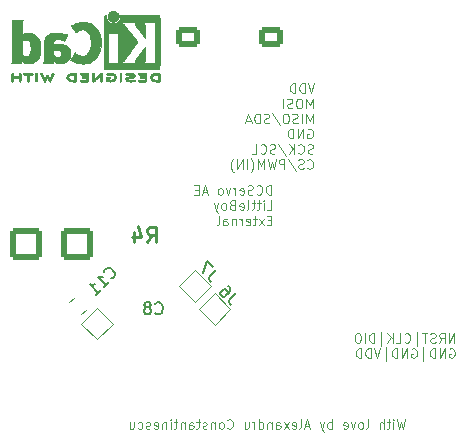
<source format=gbr>
%TF.GenerationSoftware,KiCad,Pcbnew,8.0.4*%
%TF.CreationDate,2024-12-15T23:21:32+02:00*%
%TF.ProjectId,Little Boy - External,4c697474-6c65-4204-926f-79202d204578,rev?*%
%TF.SameCoordinates,Original*%
%TF.FileFunction,Legend,Bot*%
%TF.FilePolarity,Positive*%
%FSLAX46Y46*%
G04 Gerber Fmt 4.6, Leading zero omitted, Abs format (unit mm)*
G04 Created by KiCad (PCBNEW 8.0.4) date 2024-12-15 23:21:32*
%MOMM*%
%LPD*%
G01*
G04 APERTURE LIST*
G04 Aperture macros list*
%AMRoundRect*
0 Rectangle with rounded corners*
0 $1 Rounding radius*
0 $2 $3 $4 $5 $6 $7 $8 $9 X,Y pos of 4 corners*
0 Add a 4 corners polygon primitive as box body*
4,1,4,$2,$3,$4,$5,$6,$7,$8,$9,$2,$3,0*
0 Add four circle primitives for the rounded corners*
1,1,$1+$1,$2,$3*
1,1,$1+$1,$4,$5*
1,1,$1+$1,$6,$7*
1,1,$1+$1,$8,$9*
0 Add four rect primitives between the rounded corners*
20,1,$1+$1,$2,$3,$4,$5,0*
20,1,$1+$1,$4,$5,$6,$7,0*
20,1,$1+$1,$6,$7,$8,$9,0*
20,1,$1+$1,$8,$9,$2,$3,0*%
%AMRotRect*
0 Rectangle, with rotation*
0 The origin of the aperture is its center*
0 $1 length*
0 $2 width*
0 $3 Rotation angle, in degrees counterclockwise*
0 Add horizontal line*
21,1,$1,$2,0,0,$3*%
G04 Aperture macros list end*
%ADD10C,0.100000*%
%ADD11C,0.150000*%
%ADD12C,0.254000*%
%ADD13C,0.120000*%
%ADD14C,0.010000*%
%ADD15RoundRect,0.250000X-1.125000X-1.125000X1.125000X-1.125000X1.125000X1.125000X-1.125000X1.125000X0*%
%ADD16C,2.200000*%
%ADD17RotRect,1.600000X1.600000X30.000000*%
%ADD18C,1.600000*%
%ADD19R,3.000000X3.000000*%
%ADD20C,3.000000*%
%ADD21R,1.000000X1.000000*%
%ADD22O,1.000000X1.000000*%
%ADD23RoundRect,0.250000X0.750000X-0.600000X0.750000X0.600000X-0.750000X0.600000X-0.750000X-0.600000X0*%
%ADD24O,2.000000X1.700000*%
%ADD25RotRect,1.500000X1.500000X135.000000*%
%ADD26RotRect,1.500000X1.500000X45.000000*%
%ADD27RoundRect,0.250000X0.159099X-0.512652X0.512652X-0.159099X-0.159099X0.512652X-0.512652X0.159099X0*%
G04 APERTURE END LIST*
D10*
X145993734Y-62320985D02*
X145993734Y-61520985D01*
X145993734Y-61520985D02*
X145803258Y-61520985D01*
X145803258Y-61520985D02*
X145688972Y-61559080D01*
X145688972Y-61559080D02*
X145612782Y-61635270D01*
X145612782Y-61635270D02*
X145574687Y-61711461D01*
X145574687Y-61711461D02*
X145536591Y-61863842D01*
X145536591Y-61863842D02*
X145536591Y-61978128D01*
X145536591Y-61978128D02*
X145574687Y-62130509D01*
X145574687Y-62130509D02*
X145612782Y-62206699D01*
X145612782Y-62206699D02*
X145688972Y-62282890D01*
X145688972Y-62282890D02*
X145803258Y-62320985D01*
X145803258Y-62320985D02*
X145993734Y-62320985D01*
X144736591Y-62244794D02*
X144774687Y-62282890D01*
X144774687Y-62282890D02*
X144888972Y-62320985D01*
X144888972Y-62320985D02*
X144965163Y-62320985D01*
X144965163Y-62320985D02*
X145079449Y-62282890D01*
X145079449Y-62282890D02*
X145155639Y-62206699D01*
X145155639Y-62206699D02*
X145193734Y-62130509D01*
X145193734Y-62130509D02*
X145231830Y-61978128D01*
X145231830Y-61978128D02*
X145231830Y-61863842D01*
X145231830Y-61863842D02*
X145193734Y-61711461D01*
X145193734Y-61711461D02*
X145155639Y-61635270D01*
X145155639Y-61635270D02*
X145079449Y-61559080D01*
X145079449Y-61559080D02*
X144965163Y-61520985D01*
X144965163Y-61520985D02*
X144888972Y-61520985D01*
X144888972Y-61520985D02*
X144774687Y-61559080D01*
X144774687Y-61559080D02*
X144736591Y-61597175D01*
X144431830Y-62282890D02*
X144317544Y-62320985D01*
X144317544Y-62320985D02*
X144127068Y-62320985D01*
X144127068Y-62320985D02*
X144050877Y-62282890D01*
X144050877Y-62282890D02*
X144012782Y-62244794D01*
X144012782Y-62244794D02*
X143974687Y-62168604D01*
X143974687Y-62168604D02*
X143974687Y-62092413D01*
X143974687Y-62092413D02*
X144012782Y-62016223D01*
X144012782Y-62016223D02*
X144050877Y-61978128D01*
X144050877Y-61978128D02*
X144127068Y-61940032D01*
X144127068Y-61940032D02*
X144279449Y-61901937D01*
X144279449Y-61901937D02*
X144355639Y-61863842D01*
X144355639Y-61863842D02*
X144393734Y-61825747D01*
X144393734Y-61825747D02*
X144431830Y-61749556D01*
X144431830Y-61749556D02*
X144431830Y-61673366D01*
X144431830Y-61673366D02*
X144393734Y-61597175D01*
X144393734Y-61597175D02*
X144355639Y-61559080D01*
X144355639Y-61559080D02*
X144279449Y-61520985D01*
X144279449Y-61520985D02*
X144088972Y-61520985D01*
X144088972Y-61520985D02*
X143974687Y-61559080D01*
X143327067Y-62282890D02*
X143403258Y-62320985D01*
X143403258Y-62320985D02*
X143555639Y-62320985D01*
X143555639Y-62320985D02*
X143631829Y-62282890D01*
X143631829Y-62282890D02*
X143669925Y-62206699D01*
X143669925Y-62206699D02*
X143669925Y-61901937D01*
X143669925Y-61901937D02*
X143631829Y-61825747D01*
X143631829Y-61825747D02*
X143555639Y-61787651D01*
X143555639Y-61787651D02*
X143403258Y-61787651D01*
X143403258Y-61787651D02*
X143327067Y-61825747D01*
X143327067Y-61825747D02*
X143288972Y-61901937D01*
X143288972Y-61901937D02*
X143288972Y-61978128D01*
X143288972Y-61978128D02*
X143669925Y-62054318D01*
X142946115Y-62320985D02*
X142946115Y-61787651D01*
X142946115Y-61940032D02*
X142908020Y-61863842D01*
X142908020Y-61863842D02*
X142869925Y-61825747D01*
X142869925Y-61825747D02*
X142793734Y-61787651D01*
X142793734Y-61787651D02*
X142717544Y-61787651D01*
X142527068Y-61787651D02*
X142336592Y-62320985D01*
X142336592Y-62320985D02*
X142146115Y-61787651D01*
X141727068Y-62320985D02*
X141803258Y-62282890D01*
X141803258Y-62282890D02*
X141841353Y-62244794D01*
X141841353Y-62244794D02*
X141879449Y-62168604D01*
X141879449Y-62168604D02*
X141879449Y-61940032D01*
X141879449Y-61940032D02*
X141841353Y-61863842D01*
X141841353Y-61863842D02*
X141803258Y-61825747D01*
X141803258Y-61825747D02*
X141727068Y-61787651D01*
X141727068Y-61787651D02*
X141612782Y-61787651D01*
X141612782Y-61787651D02*
X141536591Y-61825747D01*
X141536591Y-61825747D02*
X141498496Y-61863842D01*
X141498496Y-61863842D02*
X141460401Y-61940032D01*
X141460401Y-61940032D02*
X141460401Y-62168604D01*
X141460401Y-62168604D02*
X141498496Y-62244794D01*
X141498496Y-62244794D02*
X141536591Y-62282890D01*
X141536591Y-62282890D02*
X141612782Y-62320985D01*
X141612782Y-62320985D02*
X141727068Y-62320985D01*
X140546115Y-62092413D02*
X140165162Y-62092413D01*
X140622305Y-62320985D02*
X140355638Y-61520985D01*
X140355638Y-61520985D02*
X140088972Y-62320985D01*
X139822305Y-61901937D02*
X139555639Y-61901937D01*
X139441353Y-62320985D02*
X139822305Y-62320985D01*
X139822305Y-62320985D02*
X139822305Y-61520985D01*
X139822305Y-61520985D02*
X139441353Y-61520985D01*
X145612782Y-63608940D02*
X145993734Y-63608940D01*
X145993734Y-63608940D02*
X145993734Y-62808940D01*
X145346115Y-63608940D02*
X145346115Y-63075606D01*
X145346115Y-62808940D02*
X145384211Y-62847035D01*
X145384211Y-62847035D02*
X145346115Y-62885130D01*
X145346115Y-62885130D02*
X145308020Y-62847035D01*
X145308020Y-62847035D02*
X145346115Y-62808940D01*
X145346115Y-62808940D02*
X145346115Y-62885130D01*
X145079449Y-63075606D02*
X144774687Y-63075606D01*
X144965163Y-62808940D02*
X144965163Y-63494654D01*
X144965163Y-63494654D02*
X144927068Y-63570845D01*
X144927068Y-63570845D02*
X144850878Y-63608940D01*
X144850878Y-63608940D02*
X144774687Y-63608940D01*
X144622306Y-63075606D02*
X144317544Y-63075606D01*
X144508020Y-62808940D02*
X144508020Y-63494654D01*
X144508020Y-63494654D02*
X144469925Y-63570845D01*
X144469925Y-63570845D02*
X144393735Y-63608940D01*
X144393735Y-63608940D02*
X144317544Y-63608940D01*
X143936592Y-63608940D02*
X144012782Y-63570845D01*
X144012782Y-63570845D02*
X144050877Y-63494654D01*
X144050877Y-63494654D02*
X144050877Y-62808940D01*
X143327067Y-63570845D02*
X143403258Y-63608940D01*
X143403258Y-63608940D02*
X143555639Y-63608940D01*
X143555639Y-63608940D02*
X143631829Y-63570845D01*
X143631829Y-63570845D02*
X143669925Y-63494654D01*
X143669925Y-63494654D02*
X143669925Y-63189892D01*
X143669925Y-63189892D02*
X143631829Y-63113702D01*
X143631829Y-63113702D02*
X143555639Y-63075606D01*
X143555639Y-63075606D02*
X143403258Y-63075606D01*
X143403258Y-63075606D02*
X143327067Y-63113702D01*
X143327067Y-63113702D02*
X143288972Y-63189892D01*
X143288972Y-63189892D02*
X143288972Y-63266083D01*
X143288972Y-63266083D02*
X143669925Y-63342273D01*
X142679449Y-63189892D02*
X142565163Y-63227987D01*
X142565163Y-63227987D02*
X142527068Y-63266083D01*
X142527068Y-63266083D02*
X142488972Y-63342273D01*
X142488972Y-63342273D02*
X142488972Y-63456559D01*
X142488972Y-63456559D02*
X142527068Y-63532749D01*
X142527068Y-63532749D02*
X142565163Y-63570845D01*
X142565163Y-63570845D02*
X142641353Y-63608940D01*
X142641353Y-63608940D02*
X142946115Y-63608940D01*
X142946115Y-63608940D02*
X142946115Y-62808940D01*
X142946115Y-62808940D02*
X142679449Y-62808940D01*
X142679449Y-62808940D02*
X142603258Y-62847035D01*
X142603258Y-62847035D02*
X142565163Y-62885130D01*
X142565163Y-62885130D02*
X142527068Y-62961321D01*
X142527068Y-62961321D02*
X142527068Y-63037511D01*
X142527068Y-63037511D02*
X142565163Y-63113702D01*
X142565163Y-63113702D02*
X142603258Y-63151797D01*
X142603258Y-63151797D02*
X142679449Y-63189892D01*
X142679449Y-63189892D02*
X142946115Y-63189892D01*
X142031830Y-63608940D02*
X142108020Y-63570845D01*
X142108020Y-63570845D02*
X142146115Y-63532749D01*
X142146115Y-63532749D02*
X142184211Y-63456559D01*
X142184211Y-63456559D02*
X142184211Y-63227987D01*
X142184211Y-63227987D02*
X142146115Y-63151797D01*
X142146115Y-63151797D02*
X142108020Y-63113702D01*
X142108020Y-63113702D02*
X142031830Y-63075606D01*
X142031830Y-63075606D02*
X141917544Y-63075606D01*
X141917544Y-63075606D02*
X141841353Y-63113702D01*
X141841353Y-63113702D02*
X141803258Y-63151797D01*
X141803258Y-63151797D02*
X141765163Y-63227987D01*
X141765163Y-63227987D02*
X141765163Y-63456559D01*
X141765163Y-63456559D02*
X141803258Y-63532749D01*
X141803258Y-63532749D02*
X141841353Y-63570845D01*
X141841353Y-63570845D02*
X141917544Y-63608940D01*
X141917544Y-63608940D02*
X142031830Y-63608940D01*
X141498496Y-63075606D02*
X141308020Y-63608940D01*
X141117543Y-63075606D02*
X141308020Y-63608940D01*
X141308020Y-63608940D02*
X141384210Y-63799416D01*
X141384210Y-63799416D02*
X141422305Y-63837511D01*
X141422305Y-63837511D02*
X141498496Y-63875606D01*
X145993734Y-64477847D02*
X145727068Y-64477847D01*
X145612782Y-64896895D02*
X145993734Y-64896895D01*
X145993734Y-64896895D02*
X145993734Y-64096895D01*
X145993734Y-64096895D02*
X145612782Y-64096895D01*
X145346115Y-64896895D02*
X144927067Y-64363561D01*
X145346115Y-64363561D02*
X144927067Y-64896895D01*
X144736591Y-64363561D02*
X144431829Y-64363561D01*
X144622305Y-64096895D02*
X144622305Y-64782609D01*
X144622305Y-64782609D02*
X144584210Y-64858800D01*
X144584210Y-64858800D02*
X144508020Y-64896895D01*
X144508020Y-64896895D02*
X144431829Y-64896895D01*
X143860400Y-64858800D02*
X143936591Y-64896895D01*
X143936591Y-64896895D02*
X144088972Y-64896895D01*
X144088972Y-64896895D02*
X144165162Y-64858800D01*
X144165162Y-64858800D02*
X144203258Y-64782609D01*
X144203258Y-64782609D02*
X144203258Y-64477847D01*
X144203258Y-64477847D02*
X144165162Y-64401657D01*
X144165162Y-64401657D02*
X144088972Y-64363561D01*
X144088972Y-64363561D02*
X143936591Y-64363561D01*
X143936591Y-64363561D02*
X143860400Y-64401657D01*
X143860400Y-64401657D02*
X143822305Y-64477847D01*
X143822305Y-64477847D02*
X143822305Y-64554038D01*
X143822305Y-64554038D02*
X144203258Y-64630228D01*
X143479448Y-64896895D02*
X143479448Y-64363561D01*
X143479448Y-64515942D02*
X143441353Y-64439752D01*
X143441353Y-64439752D02*
X143403258Y-64401657D01*
X143403258Y-64401657D02*
X143327067Y-64363561D01*
X143327067Y-64363561D02*
X143250877Y-64363561D01*
X142984210Y-64363561D02*
X142984210Y-64896895D01*
X142984210Y-64439752D02*
X142946115Y-64401657D01*
X142946115Y-64401657D02*
X142869925Y-64363561D01*
X142869925Y-64363561D02*
X142755639Y-64363561D01*
X142755639Y-64363561D02*
X142679448Y-64401657D01*
X142679448Y-64401657D02*
X142641353Y-64477847D01*
X142641353Y-64477847D02*
X142641353Y-64896895D01*
X141917543Y-64896895D02*
X141917543Y-64477847D01*
X141917543Y-64477847D02*
X141955638Y-64401657D01*
X141955638Y-64401657D02*
X142031829Y-64363561D01*
X142031829Y-64363561D02*
X142184210Y-64363561D01*
X142184210Y-64363561D02*
X142260400Y-64401657D01*
X141917543Y-64858800D02*
X141993734Y-64896895D01*
X141993734Y-64896895D02*
X142184210Y-64896895D01*
X142184210Y-64896895D02*
X142260400Y-64858800D01*
X142260400Y-64858800D02*
X142298496Y-64782609D01*
X142298496Y-64782609D02*
X142298496Y-64706419D01*
X142298496Y-64706419D02*
X142260400Y-64630228D01*
X142260400Y-64630228D02*
X142184210Y-64592133D01*
X142184210Y-64592133D02*
X141993734Y-64592133D01*
X141993734Y-64592133D02*
X141917543Y-64554038D01*
X141422305Y-64896895D02*
X141498495Y-64858800D01*
X141498495Y-64858800D02*
X141536590Y-64782609D01*
X141536590Y-64782609D02*
X141536590Y-64096895D01*
X161493734Y-74858940D02*
X161493734Y-74058940D01*
X161493734Y-74058940D02*
X161036591Y-74858940D01*
X161036591Y-74858940D02*
X161036591Y-74058940D01*
X160198496Y-74858940D02*
X160465163Y-74477987D01*
X160655639Y-74858940D02*
X160655639Y-74058940D01*
X160655639Y-74058940D02*
X160350877Y-74058940D01*
X160350877Y-74058940D02*
X160274687Y-74097035D01*
X160274687Y-74097035D02*
X160236592Y-74135130D01*
X160236592Y-74135130D02*
X160198496Y-74211321D01*
X160198496Y-74211321D02*
X160198496Y-74325606D01*
X160198496Y-74325606D02*
X160236592Y-74401797D01*
X160236592Y-74401797D02*
X160274687Y-74439892D01*
X160274687Y-74439892D02*
X160350877Y-74477987D01*
X160350877Y-74477987D02*
X160655639Y-74477987D01*
X159893735Y-74820845D02*
X159779449Y-74858940D01*
X159779449Y-74858940D02*
X159588973Y-74858940D01*
X159588973Y-74858940D02*
X159512782Y-74820845D01*
X159512782Y-74820845D02*
X159474687Y-74782749D01*
X159474687Y-74782749D02*
X159436592Y-74706559D01*
X159436592Y-74706559D02*
X159436592Y-74630368D01*
X159436592Y-74630368D02*
X159474687Y-74554178D01*
X159474687Y-74554178D02*
X159512782Y-74516083D01*
X159512782Y-74516083D02*
X159588973Y-74477987D01*
X159588973Y-74477987D02*
X159741354Y-74439892D01*
X159741354Y-74439892D02*
X159817544Y-74401797D01*
X159817544Y-74401797D02*
X159855639Y-74363702D01*
X159855639Y-74363702D02*
X159893735Y-74287511D01*
X159893735Y-74287511D02*
X159893735Y-74211321D01*
X159893735Y-74211321D02*
X159855639Y-74135130D01*
X159855639Y-74135130D02*
X159817544Y-74097035D01*
X159817544Y-74097035D02*
X159741354Y-74058940D01*
X159741354Y-74058940D02*
X159550877Y-74058940D01*
X159550877Y-74058940D02*
X159436592Y-74097035D01*
X159208020Y-74058940D02*
X158750877Y-74058940D01*
X158979449Y-74858940D02*
X158979449Y-74058940D01*
X158293734Y-75125606D02*
X158293734Y-73982749D01*
X157265162Y-74782749D02*
X157303258Y-74820845D01*
X157303258Y-74820845D02*
X157417543Y-74858940D01*
X157417543Y-74858940D02*
X157493734Y-74858940D01*
X157493734Y-74858940D02*
X157608020Y-74820845D01*
X157608020Y-74820845D02*
X157684210Y-74744654D01*
X157684210Y-74744654D02*
X157722305Y-74668464D01*
X157722305Y-74668464D02*
X157760401Y-74516083D01*
X157760401Y-74516083D02*
X157760401Y-74401797D01*
X157760401Y-74401797D02*
X157722305Y-74249416D01*
X157722305Y-74249416D02*
X157684210Y-74173225D01*
X157684210Y-74173225D02*
X157608020Y-74097035D01*
X157608020Y-74097035D02*
X157493734Y-74058940D01*
X157493734Y-74058940D02*
X157417543Y-74058940D01*
X157417543Y-74058940D02*
X157303258Y-74097035D01*
X157303258Y-74097035D02*
X157265162Y-74135130D01*
X156541353Y-74858940D02*
X156922305Y-74858940D01*
X156922305Y-74858940D02*
X156922305Y-74058940D01*
X156274686Y-74858940D02*
X156274686Y-74058940D01*
X155817543Y-74858940D02*
X156160401Y-74401797D01*
X155817543Y-74058940D02*
X156274686Y-74516083D01*
X155284210Y-75125606D02*
X155284210Y-73982749D01*
X154712781Y-74858940D02*
X154712781Y-74058940D01*
X154712781Y-74058940D02*
X154522305Y-74058940D01*
X154522305Y-74058940D02*
X154408019Y-74097035D01*
X154408019Y-74097035D02*
X154331829Y-74173225D01*
X154331829Y-74173225D02*
X154293734Y-74249416D01*
X154293734Y-74249416D02*
X154255638Y-74401797D01*
X154255638Y-74401797D02*
X154255638Y-74516083D01*
X154255638Y-74516083D02*
X154293734Y-74668464D01*
X154293734Y-74668464D02*
X154331829Y-74744654D01*
X154331829Y-74744654D02*
X154408019Y-74820845D01*
X154408019Y-74820845D02*
X154522305Y-74858940D01*
X154522305Y-74858940D02*
X154712781Y-74858940D01*
X153912781Y-74858940D02*
X153912781Y-74058940D01*
X153379448Y-74058940D02*
X153227067Y-74058940D01*
X153227067Y-74058940D02*
X153150877Y-74097035D01*
X153150877Y-74097035D02*
X153074686Y-74173225D01*
X153074686Y-74173225D02*
X153036591Y-74325606D01*
X153036591Y-74325606D02*
X153036591Y-74592273D01*
X153036591Y-74592273D02*
X153074686Y-74744654D01*
X153074686Y-74744654D02*
X153150877Y-74820845D01*
X153150877Y-74820845D02*
X153227067Y-74858940D01*
X153227067Y-74858940D02*
X153379448Y-74858940D01*
X153379448Y-74858940D02*
X153455639Y-74820845D01*
X153455639Y-74820845D02*
X153531829Y-74744654D01*
X153531829Y-74744654D02*
X153569925Y-74592273D01*
X153569925Y-74592273D02*
X153569925Y-74325606D01*
X153569925Y-74325606D02*
X153531829Y-74173225D01*
X153531829Y-74173225D02*
X153455639Y-74097035D01*
X153455639Y-74097035D02*
X153379448Y-74058940D01*
X161074687Y-75384990D02*
X161150877Y-75346895D01*
X161150877Y-75346895D02*
X161265163Y-75346895D01*
X161265163Y-75346895D02*
X161379449Y-75384990D01*
X161379449Y-75384990D02*
X161455639Y-75461180D01*
X161455639Y-75461180D02*
X161493734Y-75537371D01*
X161493734Y-75537371D02*
X161531830Y-75689752D01*
X161531830Y-75689752D02*
X161531830Y-75804038D01*
X161531830Y-75804038D02*
X161493734Y-75956419D01*
X161493734Y-75956419D02*
X161455639Y-76032609D01*
X161455639Y-76032609D02*
X161379449Y-76108800D01*
X161379449Y-76108800D02*
X161265163Y-76146895D01*
X161265163Y-76146895D02*
X161188972Y-76146895D01*
X161188972Y-76146895D02*
X161074687Y-76108800D01*
X161074687Y-76108800D02*
X161036591Y-76070704D01*
X161036591Y-76070704D02*
X161036591Y-75804038D01*
X161036591Y-75804038D02*
X161188972Y-75804038D01*
X160693734Y-76146895D02*
X160693734Y-75346895D01*
X160693734Y-75346895D02*
X160236591Y-76146895D01*
X160236591Y-76146895D02*
X160236591Y-75346895D01*
X159855639Y-76146895D02*
X159855639Y-75346895D01*
X159855639Y-75346895D02*
X159665163Y-75346895D01*
X159665163Y-75346895D02*
X159550877Y-75384990D01*
X159550877Y-75384990D02*
X159474687Y-75461180D01*
X159474687Y-75461180D02*
X159436592Y-75537371D01*
X159436592Y-75537371D02*
X159398496Y-75689752D01*
X159398496Y-75689752D02*
X159398496Y-75804038D01*
X159398496Y-75804038D02*
X159436592Y-75956419D01*
X159436592Y-75956419D02*
X159474687Y-76032609D01*
X159474687Y-76032609D02*
X159550877Y-76108800D01*
X159550877Y-76108800D02*
X159665163Y-76146895D01*
X159665163Y-76146895D02*
X159855639Y-76146895D01*
X158865163Y-76413561D02*
X158865163Y-75270704D01*
X157874687Y-75384990D02*
X157950877Y-75346895D01*
X157950877Y-75346895D02*
X158065163Y-75346895D01*
X158065163Y-75346895D02*
X158179449Y-75384990D01*
X158179449Y-75384990D02*
X158255639Y-75461180D01*
X158255639Y-75461180D02*
X158293734Y-75537371D01*
X158293734Y-75537371D02*
X158331830Y-75689752D01*
X158331830Y-75689752D02*
X158331830Y-75804038D01*
X158331830Y-75804038D02*
X158293734Y-75956419D01*
X158293734Y-75956419D02*
X158255639Y-76032609D01*
X158255639Y-76032609D02*
X158179449Y-76108800D01*
X158179449Y-76108800D02*
X158065163Y-76146895D01*
X158065163Y-76146895D02*
X157988972Y-76146895D01*
X157988972Y-76146895D02*
X157874687Y-76108800D01*
X157874687Y-76108800D02*
X157836591Y-76070704D01*
X157836591Y-76070704D02*
X157836591Y-75804038D01*
X157836591Y-75804038D02*
X157988972Y-75804038D01*
X157493734Y-76146895D02*
X157493734Y-75346895D01*
X157493734Y-75346895D02*
X157036591Y-76146895D01*
X157036591Y-76146895D02*
X157036591Y-75346895D01*
X156655639Y-76146895D02*
X156655639Y-75346895D01*
X156655639Y-75346895D02*
X156465163Y-75346895D01*
X156465163Y-75346895D02*
X156350877Y-75384990D01*
X156350877Y-75384990D02*
X156274687Y-75461180D01*
X156274687Y-75461180D02*
X156236592Y-75537371D01*
X156236592Y-75537371D02*
X156198496Y-75689752D01*
X156198496Y-75689752D02*
X156198496Y-75804038D01*
X156198496Y-75804038D02*
X156236592Y-75956419D01*
X156236592Y-75956419D02*
X156274687Y-76032609D01*
X156274687Y-76032609D02*
X156350877Y-76108800D01*
X156350877Y-76108800D02*
X156465163Y-76146895D01*
X156465163Y-76146895D02*
X156655639Y-76146895D01*
X155665163Y-76413561D02*
X155665163Y-75270704D01*
X155208020Y-75346895D02*
X154941353Y-76146895D01*
X154941353Y-76146895D02*
X154674687Y-75346895D01*
X154408020Y-76146895D02*
X154408020Y-75346895D01*
X154408020Y-75346895D02*
X154217544Y-75346895D01*
X154217544Y-75346895D02*
X154103258Y-75384990D01*
X154103258Y-75384990D02*
X154027068Y-75461180D01*
X154027068Y-75461180D02*
X153988973Y-75537371D01*
X153988973Y-75537371D02*
X153950877Y-75689752D01*
X153950877Y-75689752D02*
X153950877Y-75804038D01*
X153950877Y-75804038D02*
X153988973Y-75956419D01*
X153988973Y-75956419D02*
X154027068Y-76032609D01*
X154027068Y-76032609D02*
X154103258Y-76108800D01*
X154103258Y-76108800D02*
X154217544Y-76146895D01*
X154217544Y-76146895D02*
X154408020Y-76146895D01*
X153608020Y-76146895D02*
X153608020Y-75346895D01*
X153608020Y-75346895D02*
X153417544Y-75346895D01*
X153417544Y-75346895D02*
X153303258Y-75384990D01*
X153303258Y-75384990D02*
X153227068Y-75461180D01*
X153227068Y-75461180D02*
X153188973Y-75537371D01*
X153188973Y-75537371D02*
X153150877Y-75689752D01*
X153150877Y-75689752D02*
X153150877Y-75804038D01*
X153150877Y-75804038D02*
X153188973Y-75956419D01*
X153188973Y-75956419D02*
X153227068Y-76032609D01*
X153227068Y-76032609D02*
X153303258Y-76108800D01*
X153303258Y-76108800D02*
X153417544Y-76146895D01*
X153417544Y-76146895D02*
X153608020Y-76146895D01*
X157319925Y-81346895D02*
X157129449Y-82146895D01*
X157129449Y-82146895D02*
X156977068Y-81575466D01*
X156977068Y-81575466D02*
X156824687Y-82146895D01*
X156824687Y-82146895D02*
X156634211Y-81346895D01*
X156329448Y-82146895D02*
X156329448Y-81613561D01*
X156329448Y-81346895D02*
X156367544Y-81384990D01*
X156367544Y-81384990D02*
X156329448Y-81423085D01*
X156329448Y-81423085D02*
X156291353Y-81384990D01*
X156291353Y-81384990D02*
X156329448Y-81346895D01*
X156329448Y-81346895D02*
X156329448Y-81423085D01*
X156062782Y-81613561D02*
X155758020Y-81613561D01*
X155948496Y-81346895D02*
X155948496Y-82032609D01*
X155948496Y-82032609D02*
X155910401Y-82108800D01*
X155910401Y-82108800D02*
X155834211Y-82146895D01*
X155834211Y-82146895D02*
X155758020Y-82146895D01*
X155491353Y-82146895D02*
X155491353Y-81346895D01*
X155148496Y-82146895D02*
X155148496Y-81727847D01*
X155148496Y-81727847D02*
X155186591Y-81651657D01*
X155186591Y-81651657D02*
X155262782Y-81613561D01*
X155262782Y-81613561D02*
X155377068Y-81613561D01*
X155377068Y-81613561D02*
X155453258Y-81651657D01*
X155453258Y-81651657D02*
X155491353Y-81689752D01*
X154043734Y-82146895D02*
X154119924Y-82108800D01*
X154119924Y-82108800D02*
X154158019Y-82032609D01*
X154158019Y-82032609D02*
X154158019Y-81346895D01*
X153624686Y-82146895D02*
X153700876Y-82108800D01*
X153700876Y-82108800D02*
X153738971Y-82070704D01*
X153738971Y-82070704D02*
X153777067Y-81994514D01*
X153777067Y-81994514D02*
X153777067Y-81765942D01*
X153777067Y-81765942D02*
X153738971Y-81689752D01*
X153738971Y-81689752D02*
X153700876Y-81651657D01*
X153700876Y-81651657D02*
X153624686Y-81613561D01*
X153624686Y-81613561D02*
X153510400Y-81613561D01*
X153510400Y-81613561D02*
X153434209Y-81651657D01*
X153434209Y-81651657D02*
X153396114Y-81689752D01*
X153396114Y-81689752D02*
X153358019Y-81765942D01*
X153358019Y-81765942D02*
X153358019Y-81994514D01*
X153358019Y-81994514D02*
X153396114Y-82070704D01*
X153396114Y-82070704D02*
X153434209Y-82108800D01*
X153434209Y-82108800D02*
X153510400Y-82146895D01*
X153510400Y-82146895D02*
X153624686Y-82146895D01*
X153091352Y-81613561D02*
X152900876Y-82146895D01*
X152900876Y-82146895D02*
X152710399Y-81613561D01*
X152100875Y-82108800D02*
X152177066Y-82146895D01*
X152177066Y-82146895D02*
X152329447Y-82146895D01*
X152329447Y-82146895D02*
X152405637Y-82108800D01*
X152405637Y-82108800D02*
X152443733Y-82032609D01*
X152443733Y-82032609D02*
X152443733Y-81727847D01*
X152443733Y-81727847D02*
X152405637Y-81651657D01*
X152405637Y-81651657D02*
X152329447Y-81613561D01*
X152329447Y-81613561D02*
X152177066Y-81613561D01*
X152177066Y-81613561D02*
X152100875Y-81651657D01*
X152100875Y-81651657D02*
X152062780Y-81727847D01*
X152062780Y-81727847D02*
X152062780Y-81804038D01*
X152062780Y-81804038D02*
X152443733Y-81880228D01*
X151110399Y-82146895D02*
X151110399Y-81346895D01*
X151110399Y-81651657D02*
X151034209Y-81613561D01*
X151034209Y-81613561D02*
X150881828Y-81613561D01*
X150881828Y-81613561D02*
X150805637Y-81651657D01*
X150805637Y-81651657D02*
X150767542Y-81689752D01*
X150767542Y-81689752D02*
X150729447Y-81765942D01*
X150729447Y-81765942D02*
X150729447Y-81994514D01*
X150729447Y-81994514D02*
X150767542Y-82070704D01*
X150767542Y-82070704D02*
X150805637Y-82108800D01*
X150805637Y-82108800D02*
X150881828Y-82146895D01*
X150881828Y-82146895D02*
X151034209Y-82146895D01*
X151034209Y-82146895D02*
X151110399Y-82108800D01*
X150462780Y-81613561D02*
X150272304Y-82146895D01*
X150081827Y-81613561D02*
X150272304Y-82146895D01*
X150272304Y-82146895D02*
X150348494Y-82337371D01*
X150348494Y-82337371D02*
X150386589Y-82375466D01*
X150386589Y-82375466D02*
X150462780Y-82413561D01*
X149205637Y-81918323D02*
X148824684Y-81918323D01*
X149281827Y-82146895D02*
X149015160Y-81346895D01*
X149015160Y-81346895D02*
X148748494Y-82146895D01*
X148367542Y-82146895D02*
X148443732Y-82108800D01*
X148443732Y-82108800D02*
X148481827Y-82032609D01*
X148481827Y-82032609D02*
X148481827Y-81346895D01*
X147758017Y-82108800D02*
X147834208Y-82146895D01*
X147834208Y-82146895D02*
X147986589Y-82146895D01*
X147986589Y-82146895D02*
X148062779Y-82108800D01*
X148062779Y-82108800D02*
X148100875Y-82032609D01*
X148100875Y-82032609D02*
X148100875Y-81727847D01*
X148100875Y-81727847D02*
X148062779Y-81651657D01*
X148062779Y-81651657D02*
X147986589Y-81613561D01*
X147986589Y-81613561D02*
X147834208Y-81613561D01*
X147834208Y-81613561D02*
X147758017Y-81651657D01*
X147758017Y-81651657D02*
X147719922Y-81727847D01*
X147719922Y-81727847D02*
X147719922Y-81804038D01*
X147719922Y-81804038D02*
X148100875Y-81880228D01*
X147453256Y-82146895D02*
X147034208Y-81613561D01*
X147453256Y-81613561D02*
X147034208Y-82146895D01*
X146386589Y-82146895D02*
X146386589Y-81727847D01*
X146386589Y-81727847D02*
X146424684Y-81651657D01*
X146424684Y-81651657D02*
X146500875Y-81613561D01*
X146500875Y-81613561D02*
X146653256Y-81613561D01*
X146653256Y-81613561D02*
X146729446Y-81651657D01*
X146386589Y-82108800D02*
X146462780Y-82146895D01*
X146462780Y-82146895D02*
X146653256Y-82146895D01*
X146653256Y-82146895D02*
X146729446Y-82108800D01*
X146729446Y-82108800D02*
X146767542Y-82032609D01*
X146767542Y-82032609D02*
X146767542Y-81956419D01*
X146767542Y-81956419D02*
X146729446Y-81880228D01*
X146729446Y-81880228D02*
X146653256Y-81842133D01*
X146653256Y-81842133D02*
X146462780Y-81842133D01*
X146462780Y-81842133D02*
X146386589Y-81804038D01*
X146005636Y-81613561D02*
X146005636Y-82146895D01*
X146005636Y-81689752D02*
X145967541Y-81651657D01*
X145967541Y-81651657D02*
X145891351Y-81613561D01*
X145891351Y-81613561D02*
X145777065Y-81613561D01*
X145777065Y-81613561D02*
X145700874Y-81651657D01*
X145700874Y-81651657D02*
X145662779Y-81727847D01*
X145662779Y-81727847D02*
X145662779Y-82146895D01*
X144938969Y-82146895D02*
X144938969Y-81346895D01*
X144938969Y-82108800D02*
X145015160Y-82146895D01*
X145015160Y-82146895D02*
X145167541Y-82146895D01*
X145167541Y-82146895D02*
X145243731Y-82108800D01*
X145243731Y-82108800D02*
X145281826Y-82070704D01*
X145281826Y-82070704D02*
X145319922Y-81994514D01*
X145319922Y-81994514D02*
X145319922Y-81765942D01*
X145319922Y-81765942D02*
X145281826Y-81689752D01*
X145281826Y-81689752D02*
X145243731Y-81651657D01*
X145243731Y-81651657D02*
X145167541Y-81613561D01*
X145167541Y-81613561D02*
X145015160Y-81613561D01*
X145015160Y-81613561D02*
X144938969Y-81651657D01*
X144558016Y-82146895D02*
X144558016Y-81613561D01*
X144558016Y-81765942D02*
X144519921Y-81689752D01*
X144519921Y-81689752D02*
X144481826Y-81651657D01*
X144481826Y-81651657D02*
X144405635Y-81613561D01*
X144405635Y-81613561D02*
X144329445Y-81613561D01*
X143719921Y-81613561D02*
X143719921Y-82146895D01*
X144062778Y-81613561D02*
X144062778Y-82032609D01*
X144062778Y-82032609D02*
X144024683Y-82108800D01*
X144024683Y-82108800D02*
X143948493Y-82146895D01*
X143948493Y-82146895D02*
X143834207Y-82146895D01*
X143834207Y-82146895D02*
X143758016Y-82108800D01*
X143758016Y-82108800D02*
X143719921Y-82070704D01*
X142272301Y-82070704D02*
X142310397Y-82108800D01*
X142310397Y-82108800D02*
X142424682Y-82146895D01*
X142424682Y-82146895D02*
X142500873Y-82146895D01*
X142500873Y-82146895D02*
X142615159Y-82108800D01*
X142615159Y-82108800D02*
X142691349Y-82032609D01*
X142691349Y-82032609D02*
X142729444Y-81956419D01*
X142729444Y-81956419D02*
X142767540Y-81804038D01*
X142767540Y-81804038D02*
X142767540Y-81689752D01*
X142767540Y-81689752D02*
X142729444Y-81537371D01*
X142729444Y-81537371D02*
X142691349Y-81461180D01*
X142691349Y-81461180D02*
X142615159Y-81384990D01*
X142615159Y-81384990D02*
X142500873Y-81346895D01*
X142500873Y-81346895D02*
X142424682Y-81346895D01*
X142424682Y-81346895D02*
X142310397Y-81384990D01*
X142310397Y-81384990D02*
X142272301Y-81423085D01*
X141815159Y-82146895D02*
X141891349Y-82108800D01*
X141891349Y-82108800D02*
X141929444Y-82070704D01*
X141929444Y-82070704D02*
X141967540Y-81994514D01*
X141967540Y-81994514D02*
X141967540Y-81765942D01*
X141967540Y-81765942D02*
X141929444Y-81689752D01*
X141929444Y-81689752D02*
X141891349Y-81651657D01*
X141891349Y-81651657D02*
X141815159Y-81613561D01*
X141815159Y-81613561D02*
X141700873Y-81613561D01*
X141700873Y-81613561D02*
X141624682Y-81651657D01*
X141624682Y-81651657D02*
X141586587Y-81689752D01*
X141586587Y-81689752D02*
X141548492Y-81765942D01*
X141548492Y-81765942D02*
X141548492Y-81994514D01*
X141548492Y-81994514D02*
X141586587Y-82070704D01*
X141586587Y-82070704D02*
X141624682Y-82108800D01*
X141624682Y-82108800D02*
X141700873Y-82146895D01*
X141700873Y-82146895D02*
X141815159Y-82146895D01*
X141205634Y-81613561D02*
X141205634Y-82146895D01*
X141205634Y-81689752D02*
X141167539Y-81651657D01*
X141167539Y-81651657D02*
X141091349Y-81613561D01*
X141091349Y-81613561D02*
X140977063Y-81613561D01*
X140977063Y-81613561D02*
X140900872Y-81651657D01*
X140900872Y-81651657D02*
X140862777Y-81727847D01*
X140862777Y-81727847D02*
X140862777Y-82146895D01*
X140519920Y-82108800D02*
X140443729Y-82146895D01*
X140443729Y-82146895D02*
X140291348Y-82146895D01*
X140291348Y-82146895D02*
X140215158Y-82108800D01*
X140215158Y-82108800D02*
X140177062Y-82032609D01*
X140177062Y-82032609D02*
X140177062Y-81994514D01*
X140177062Y-81994514D02*
X140215158Y-81918323D01*
X140215158Y-81918323D02*
X140291348Y-81880228D01*
X140291348Y-81880228D02*
X140405634Y-81880228D01*
X140405634Y-81880228D02*
X140481824Y-81842133D01*
X140481824Y-81842133D02*
X140519920Y-81765942D01*
X140519920Y-81765942D02*
X140519920Y-81727847D01*
X140519920Y-81727847D02*
X140481824Y-81651657D01*
X140481824Y-81651657D02*
X140405634Y-81613561D01*
X140405634Y-81613561D02*
X140291348Y-81613561D01*
X140291348Y-81613561D02*
X140215158Y-81651657D01*
X139948491Y-81613561D02*
X139643729Y-81613561D01*
X139834205Y-81346895D02*
X139834205Y-82032609D01*
X139834205Y-82032609D02*
X139796110Y-82108800D01*
X139796110Y-82108800D02*
X139719920Y-82146895D01*
X139719920Y-82146895D02*
X139643729Y-82146895D01*
X139034205Y-82146895D02*
X139034205Y-81727847D01*
X139034205Y-81727847D02*
X139072300Y-81651657D01*
X139072300Y-81651657D02*
X139148491Y-81613561D01*
X139148491Y-81613561D02*
X139300872Y-81613561D01*
X139300872Y-81613561D02*
X139377062Y-81651657D01*
X139034205Y-82108800D02*
X139110396Y-82146895D01*
X139110396Y-82146895D02*
X139300872Y-82146895D01*
X139300872Y-82146895D02*
X139377062Y-82108800D01*
X139377062Y-82108800D02*
X139415158Y-82032609D01*
X139415158Y-82032609D02*
X139415158Y-81956419D01*
X139415158Y-81956419D02*
X139377062Y-81880228D01*
X139377062Y-81880228D02*
X139300872Y-81842133D01*
X139300872Y-81842133D02*
X139110396Y-81842133D01*
X139110396Y-81842133D02*
X139034205Y-81804038D01*
X138653252Y-81613561D02*
X138653252Y-82146895D01*
X138653252Y-81689752D02*
X138615157Y-81651657D01*
X138615157Y-81651657D02*
X138538967Y-81613561D01*
X138538967Y-81613561D02*
X138424681Y-81613561D01*
X138424681Y-81613561D02*
X138348490Y-81651657D01*
X138348490Y-81651657D02*
X138310395Y-81727847D01*
X138310395Y-81727847D02*
X138310395Y-82146895D01*
X138043728Y-81613561D02*
X137738966Y-81613561D01*
X137929442Y-81346895D02*
X137929442Y-82032609D01*
X137929442Y-82032609D02*
X137891347Y-82108800D01*
X137891347Y-82108800D02*
X137815157Y-82146895D01*
X137815157Y-82146895D02*
X137738966Y-82146895D01*
X137472299Y-82146895D02*
X137472299Y-81613561D01*
X137472299Y-81346895D02*
X137510395Y-81384990D01*
X137510395Y-81384990D02*
X137472299Y-81423085D01*
X137472299Y-81423085D02*
X137434204Y-81384990D01*
X137434204Y-81384990D02*
X137472299Y-81346895D01*
X137472299Y-81346895D02*
X137472299Y-81423085D01*
X137091347Y-81613561D02*
X137091347Y-82146895D01*
X137091347Y-81689752D02*
X137053252Y-81651657D01*
X137053252Y-81651657D02*
X136977062Y-81613561D01*
X136977062Y-81613561D02*
X136862776Y-81613561D01*
X136862776Y-81613561D02*
X136786585Y-81651657D01*
X136786585Y-81651657D02*
X136748490Y-81727847D01*
X136748490Y-81727847D02*
X136748490Y-82146895D01*
X136062775Y-82108800D02*
X136138966Y-82146895D01*
X136138966Y-82146895D02*
X136291347Y-82146895D01*
X136291347Y-82146895D02*
X136367537Y-82108800D01*
X136367537Y-82108800D02*
X136405633Y-82032609D01*
X136405633Y-82032609D02*
X136405633Y-81727847D01*
X136405633Y-81727847D02*
X136367537Y-81651657D01*
X136367537Y-81651657D02*
X136291347Y-81613561D01*
X136291347Y-81613561D02*
X136138966Y-81613561D01*
X136138966Y-81613561D02*
X136062775Y-81651657D01*
X136062775Y-81651657D02*
X136024680Y-81727847D01*
X136024680Y-81727847D02*
X136024680Y-81804038D01*
X136024680Y-81804038D02*
X136405633Y-81880228D01*
X135719919Y-82108800D02*
X135643728Y-82146895D01*
X135643728Y-82146895D02*
X135491347Y-82146895D01*
X135491347Y-82146895D02*
X135415157Y-82108800D01*
X135415157Y-82108800D02*
X135377061Y-82032609D01*
X135377061Y-82032609D02*
X135377061Y-81994514D01*
X135377061Y-81994514D02*
X135415157Y-81918323D01*
X135415157Y-81918323D02*
X135491347Y-81880228D01*
X135491347Y-81880228D02*
X135605633Y-81880228D01*
X135605633Y-81880228D02*
X135681823Y-81842133D01*
X135681823Y-81842133D02*
X135719919Y-81765942D01*
X135719919Y-81765942D02*
X135719919Y-81727847D01*
X135719919Y-81727847D02*
X135681823Y-81651657D01*
X135681823Y-81651657D02*
X135605633Y-81613561D01*
X135605633Y-81613561D02*
X135491347Y-81613561D01*
X135491347Y-81613561D02*
X135415157Y-81651657D01*
X134691347Y-82108800D02*
X134767538Y-82146895D01*
X134767538Y-82146895D02*
X134919919Y-82146895D01*
X134919919Y-82146895D02*
X134996109Y-82108800D01*
X134996109Y-82108800D02*
X135034204Y-82070704D01*
X135034204Y-82070704D02*
X135072300Y-81994514D01*
X135072300Y-81994514D02*
X135072300Y-81765942D01*
X135072300Y-81765942D02*
X135034204Y-81689752D01*
X135034204Y-81689752D02*
X134996109Y-81651657D01*
X134996109Y-81651657D02*
X134919919Y-81613561D01*
X134919919Y-81613561D02*
X134767538Y-81613561D01*
X134767538Y-81613561D02*
X134691347Y-81651657D01*
X134005633Y-81613561D02*
X134005633Y-82146895D01*
X134348490Y-81613561D02*
X134348490Y-82032609D01*
X134348490Y-82032609D02*
X134310395Y-82108800D01*
X134310395Y-82108800D02*
X134234205Y-82146895D01*
X134234205Y-82146895D02*
X134119919Y-82146895D01*
X134119919Y-82146895D02*
X134043728Y-82108800D01*
X134043728Y-82108800D02*
X134005633Y-82070704D01*
X149608020Y-52907120D02*
X149341353Y-53707120D01*
X149341353Y-53707120D02*
X149074687Y-52907120D01*
X148808020Y-53707120D02*
X148808020Y-52907120D01*
X148808020Y-52907120D02*
X148617544Y-52907120D01*
X148617544Y-52907120D02*
X148503258Y-52945215D01*
X148503258Y-52945215D02*
X148427068Y-53021405D01*
X148427068Y-53021405D02*
X148388973Y-53097596D01*
X148388973Y-53097596D02*
X148350877Y-53249977D01*
X148350877Y-53249977D02*
X148350877Y-53364263D01*
X148350877Y-53364263D02*
X148388973Y-53516644D01*
X148388973Y-53516644D02*
X148427068Y-53592834D01*
X148427068Y-53592834D02*
X148503258Y-53669025D01*
X148503258Y-53669025D02*
X148617544Y-53707120D01*
X148617544Y-53707120D02*
X148808020Y-53707120D01*
X148008020Y-53707120D02*
X148008020Y-52907120D01*
X148008020Y-52907120D02*
X147817544Y-52907120D01*
X147817544Y-52907120D02*
X147703258Y-52945215D01*
X147703258Y-52945215D02*
X147627068Y-53021405D01*
X147627068Y-53021405D02*
X147588973Y-53097596D01*
X147588973Y-53097596D02*
X147550877Y-53249977D01*
X147550877Y-53249977D02*
X147550877Y-53364263D01*
X147550877Y-53364263D02*
X147588973Y-53516644D01*
X147588973Y-53516644D02*
X147627068Y-53592834D01*
X147627068Y-53592834D02*
X147703258Y-53669025D01*
X147703258Y-53669025D02*
X147817544Y-53707120D01*
X147817544Y-53707120D02*
X148008020Y-53707120D01*
X149493734Y-54995075D02*
X149493734Y-54195075D01*
X149493734Y-54195075D02*
X149227068Y-54766503D01*
X149227068Y-54766503D02*
X148960401Y-54195075D01*
X148960401Y-54195075D02*
X148960401Y-54995075D01*
X148427067Y-54195075D02*
X148274686Y-54195075D01*
X148274686Y-54195075D02*
X148198496Y-54233170D01*
X148198496Y-54233170D02*
X148122305Y-54309360D01*
X148122305Y-54309360D02*
X148084210Y-54461741D01*
X148084210Y-54461741D02*
X148084210Y-54728408D01*
X148084210Y-54728408D02*
X148122305Y-54880789D01*
X148122305Y-54880789D02*
X148198496Y-54956980D01*
X148198496Y-54956980D02*
X148274686Y-54995075D01*
X148274686Y-54995075D02*
X148427067Y-54995075D01*
X148427067Y-54995075D02*
X148503258Y-54956980D01*
X148503258Y-54956980D02*
X148579448Y-54880789D01*
X148579448Y-54880789D02*
X148617544Y-54728408D01*
X148617544Y-54728408D02*
X148617544Y-54461741D01*
X148617544Y-54461741D02*
X148579448Y-54309360D01*
X148579448Y-54309360D02*
X148503258Y-54233170D01*
X148503258Y-54233170D02*
X148427067Y-54195075D01*
X147779449Y-54956980D02*
X147665163Y-54995075D01*
X147665163Y-54995075D02*
X147474687Y-54995075D01*
X147474687Y-54995075D02*
X147398496Y-54956980D01*
X147398496Y-54956980D02*
X147360401Y-54918884D01*
X147360401Y-54918884D02*
X147322306Y-54842694D01*
X147322306Y-54842694D02*
X147322306Y-54766503D01*
X147322306Y-54766503D02*
X147360401Y-54690313D01*
X147360401Y-54690313D02*
X147398496Y-54652218D01*
X147398496Y-54652218D02*
X147474687Y-54614122D01*
X147474687Y-54614122D02*
X147627068Y-54576027D01*
X147627068Y-54576027D02*
X147703258Y-54537932D01*
X147703258Y-54537932D02*
X147741353Y-54499837D01*
X147741353Y-54499837D02*
X147779449Y-54423646D01*
X147779449Y-54423646D02*
X147779449Y-54347456D01*
X147779449Y-54347456D02*
X147741353Y-54271265D01*
X147741353Y-54271265D02*
X147703258Y-54233170D01*
X147703258Y-54233170D02*
X147627068Y-54195075D01*
X147627068Y-54195075D02*
X147436591Y-54195075D01*
X147436591Y-54195075D02*
X147322306Y-54233170D01*
X146979448Y-54995075D02*
X146979448Y-54195075D01*
X149493734Y-56283030D02*
X149493734Y-55483030D01*
X149493734Y-55483030D02*
X149227068Y-56054458D01*
X149227068Y-56054458D02*
X148960401Y-55483030D01*
X148960401Y-55483030D02*
X148960401Y-56283030D01*
X148579448Y-56283030D02*
X148579448Y-55483030D01*
X148236592Y-56244935D02*
X148122306Y-56283030D01*
X148122306Y-56283030D02*
X147931830Y-56283030D01*
X147931830Y-56283030D02*
X147855639Y-56244935D01*
X147855639Y-56244935D02*
X147817544Y-56206839D01*
X147817544Y-56206839D02*
X147779449Y-56130649D01*
X147779449Y-56130649D02*
X147779449Y-56054458D01*
X147779449Y-56054458D02*
X147817544Y-55978268D01*
X147817544Y-55978268D02*
X147855639Y-55940173D01*
X147855639Y-55940173D02*
X147931830Y-55902077D01*
X147931830Y-55902077D02*
X148084211Y-55863982D01*
X148084211Y-55863982D02*
X148160401Y-55825887D01*
X148160401Y-55825887D02*
X148198496Y-55787792D01*
X148198496Y-55787792D02*
X148236592Y-55711601D01*
X148236592Y-55711601D02*
X148236592Y-55635411D01*
X148236592Y-55635411D02*
X148198496Y-55559220D01*
X148198496Y-55559220D02*
X148160401Y-55521125D01*
X148160401Y-55521125D02*
X148084211Y-55483030D01*
X148084211Y-55483030D02*
X147893734Y-55483030D01*
X147893734Y-55483030D02*
X147779449Y-55521125D01*
X147284210Y-55483030D02*
X147131829Y-55483030D01*
X147131829Y-55483030D02*
X147055639Y-55521125D01*
X147055639Y-55521125D02*
X146979448Y-55597315D01*
X146979448Y-55597315D02*
X146941353Y-55749696D01*
X146941353Y-55749696D02*
X146941353Y-56016363D01*
X146941353Y-56016363D02*
X146979448Y-56168744D01*
X146979448Y-56168744D02*
X147055639Y-56244935D01*
X147055639Y-56244935D02*
X147131829Y-56283030D01*
X147131829Y-56283030D02*
X147284210Y-56283030D01*
X147284210Y-56283030D02*
X147360401Y-56244935D01*
X147360401Y-56244935D02*
X147436591Y-56168744D01*
X147436591Y-56168744D02*
X147474687Y-56016363D01*
X147474687Y-56016363D02*
X147474687Y-55749696D01*
X147474687Y-55749696D02*
X147436591Y-55597315D01*
X147436591Y-55597315D02*
X147360401Y-55521125D01*
X147360401Y-55521125D02*
X147284210Y-55483030D01*
X146027068Y-55444935D02*
X146712782Y-56473506D01*
X145798497Y-56244935D02*
X145684211Y-56283030D01*
X145684211Y-56283030D02*
X145493735Y-56283030D01*
X145493735Y-56283030D02*
X145417544Y-56244935D01*
X145417544Y-56244935D02*
X145379449Y-56206839D01*
X145379449Y-56206839D02*
X145341354Y-56130649D01*
X145341354Y-56130649D02*
X145341354Y-56054458D01*
X145341354Y-56054458D02*
X145379449Y-55978268D01*
X145379449Y-55978268D02*
X145417544Y-55940173D01*
X145417544Y-55940173D02*
X145493735Y-55902077D01*
X145493735Y-55902077D02*
X145646116Y-55863982D01*
X145646116Y-55863982D02*
X145722306Y-55825887D01*
X145722306Y-55825887D02*
X145760401Y-55787792D01*
X145760401Y-55787792D02*
X145798497Y-55711601D01*
X145798497Y-55711601D02*
X145798497Y-55635411D01*
X145798497Y-55635411D02*
X145760401Y-55559220D01*
X145760401Y-55559220D02*
X145722306Y-55521125D01*
X145722306Y-55521125D02*
X145646116Y-55483030D01*
X145646116Y-55483030D02*
X145455639Y-55483030D01*
X145455639Y-55483030D02*
X145341354Y-55521125D01*
X144998496Y-56283030D02*
X144998496Y-55483030D01*
X144998496Y-55483030D02*
X144808020Y-55483030D01*
X144808020Y-55483030D02*
X144693734Y-55521125D01*
X144693734Y-55521125D02*
X144617544Y-55597315D01*
X144617544Y-55597315D02*
X144579449Y-55673506D01*
X144579449Y-55673506D02*
X144541353Y-55825887D01*
X144541353Y-55825887D02*
X144541353Y-55940173D01*
X144541353Y-55940173D02*
X144579449Y-56092554D01*
X144579449Y-56092554D02*
X144617544Y-56168744D01*
X144617544Y-56168744D02*
X144693734Y-56244935D01*
X144693734Y-56244935D02*
X144808020Y-56283030D01*
X144808020Y-56283030D02*
X144998496Y-56283030D01*
X144236592Y-56054458D02*
X143855639Y-56054458D01*
X144312782Y-56283030D02*
X144046115Y-55483030D01*
X144046115Y-55483030D02*
X143779449Y-56283030D01*
X149074687Y-56809080D02*
X149150877Y-56770985D01*
X149150877Y-56770985D02*
X149265163Y-56770985D01*
X149265163Y-56770985D02*
X149379449Y-56809080D01*
X149379449Y-56809080D02*
X149455639Y-56885270D01*
X149455639Y-56885270D02*
X149493734Y-56961461D01*
X149493734Y-56961461D02*
X149531830Y-57113842D01*
X149531830Y-57113842D02*
X149531830Y-57228128D01*
X149531830Y-57228128D02*
X149493734Y-57380509D01*
X149493734Y-57380509D02*
X149455639Y-57456699D01*
X149455639Y-57456699D02*
X149379449Y-57532890D01*
X149379449Y-57532890D02*
X149265163Y-57570985D01*
X149265163Y-57570985D02*
X149188972Y-57570985D01*
X149188972Y-57570985D02*
X149074687Y-57532890D01*
X149074687Y-57532890D02*
X149036591Y-57494794D01*
X149036591Y-57494794D02*
X149036591Y-57228128D01*
X149036591Y-57228128D02*
X149188972Y-57228128D01*
X148693734Y-57570985D02*
X148693734Y-56770985D01*
X148693734Y-56770985D02*
X148236591Y-57570985D01*
X148236591Y-57570985D02*
X148236591Y-56770985D01*
X147855639Y-57570985D02*
X147855639Y-56770985D01*
X147855639Y-56770985D02*
X147665163Y-56770985D01*
X147665163Y-56770985D02*
X147550877Y-56809080D01*
X147550877Y-56809080D02*
X147474687Y-56885270D01*
X147474687Y-56885270D02*
X147436592Y-56961461D01*
X147436592Y-56961461D02*
X147398496Y-57113842D01*
X147398496Y-57113842D02*
X147398496Y-57228128D01*
X147398496Y-57228128D02*
X147436592Y-57380509D01*
X147436592Y-57380509D02*
X147474687Y-57456699D01*
X147474687Y-57456699D02*
X147550877Y-57532890D01*
X147550877Y-57532890D02*
X147665163Y-57570985D01*
X147665163Y-57570985D02*
X147855639Y-57570985D01*
X149531830Y-58820845D02*
X149417544Y-58858940D01*
X149417544Y-58858940D02*
X149227068Y-58858940D01*
X149227068Y-58858940D02*
X149150877Y-58820845D01*
X149150877Y-58820845D02*
X149112782Y-58782749D01*
X149112782Y-58782749D02*
X149074687Y-58706559D01*
X149074687Y-58706559D02*
X149074687Y-58630368D01*
X149074687Y-58630368D02*
X149112782Y-58554178D01*
X149112782Y-58554178D02*
X149150877Y-58516083D01*
X149150877Y-58516083D02*
X149227068Y-58477987D01*
X149227068Y-58477987D02*
X149379449Y-58439892D01*
X149379449Y-58439892D02*
X149455639Y-58401797D01*
X149455639Y-58401797D02*
X149493734Y-58363702D01*
X149493734Y-58363702D02*
X149531830Y-58287511D01*
X149531830Y-58287511D02*
X149531830Y-58211321D01*
X149531830Y-58211321D02*
X149493734Y-58135130D01*
X149493734Y-58135130D02*
X149455639Y-58097035D01*
X149455639Y-58097035D02*
X149379449Y-58058940D01*
X149379449Y-58058940D02*
X149188972Y-58058940D01*
X149188972Y-58058940D02*
X149074687Y-58097035D01*
X148274686Y-58782749D02*
X148312782Y-58820845D01*
X148312782Y-58820845D02*
X148427067Y-58858940D01*
X148427067Y-58858940D02*
X148503258Y-58858940D01*
X148503258Y-58858940D02*
X148617544Y-58820845D01*
X148617544Y-58820845D02*
X148693734Y-58744654D01*
X148693734Y-58744654D02*
X148731829Y-58668464D01*
X148731829Y-58668464D02*
X148769925Y-58516083D01*
X148769925Y-58516083D02*
X148769925Y-58401797D01*
X148769925Y-58401797D02*
X148731829Y-58249416D01*
X148731829Y-58249416D02*
X148693734Y-58173225D01*
X148693734Y-58173225D02*
X148617544Y-58097035D01*
X148617544Y-58097035D02*
X148503258Y-58058940D01*
X148503258Y-58058940D02*
X148427067Y-58058940D01*
X148427067Y-58058940D02*
X148312782Y-58097035D01*
X148312782Y-58097035D02*
X148274686Y-58135130D01*
X147931829Y-58858940D02*
X147931829Y-58058940D01*
X147474686Y-58858940D02*
X147817544Y-58401797D01*
X147474686Y-58058940D02*
X147931829Y-58516083D01*
X146560401Y-58020845D02*
X147246115Y-59049416D01*
X146331830Y-58820845D02*
X146217544Y-58858940D01*
X146217544Y-58858940D02*
X146027068Y-58858940D01*
X146027068Y-58858940D02*
X145950877Y-58820845D01*
X145950877Y-58820845D02*
X145912782Y-58782749D01*
X145912782Y-58782749D02*
X145874687Y-58706559D01*
X145874687Y-58706559D02*
X145874687Y-58630368D01*
X145874687Y-58630368D02*
X145912782Y-58554178D01*
X145912782Y-58554178D02*
X145950877Y-58516083D01*
X145950877Y-58516083D02*
X146027068Y-58477987D01*
X146027068Y-58477987D02*
X146179449Y-58439892D01*
X146179449Y-58439892D02*
X146255639Y-58401797D01*
X146255639Y-58401797D02*
X146293734Y-58363702D01*
X146293734Y-58363702D02*
X146331830Y-58287511D01*
X146331830Y-58287511D02*
X146331830Y-58211321D01*
X146331830Y-58211321D02*
X146293734Y-58135130D01*
X146293734Y-58135130D02*
X146255639Y-58097035D01*
X146255639Y-58097035D02*
X146179449Y-58058940D01*
X146179449Y-58058940D02*
X145988972Y-58058940D01*
X145988972Y-58058940D02*
X145874687Y-58097035D01*
X145074686Y-58782749D02*
X145112782Y-58820845D01*
X145112782Y-58820845D02*
X145227067Y-58858940D01*
X145227067Y-58858940D02*
X145303258Y-58858940D01*
X145303258Y-58858940D02*
X145417544Y-58820845D01*
X145417544Y-58820845D02*
X145493734Y-58744654D01*
X145493734Y-58744654D02*
X145531829Y-58668464D01*
X145531829Y-58668464D02*
X145569925Y-58516083D01*
X145569925Y-58516083D02*
X145569925Y-58401797D01*
X145569925Y-58401797D02*
X145531829Y-58249416D01*
X145531829Y-58249416D02*
X145493734Y-58173225D01*
X145493734Y-58173225D02*
X145417544Y-58097035D01*
X145417544Y-58097035D02*
X145303258Y-58058940D01*
X145303258Y-58058940D02*
X145227067Y-58058940D01*
X145227067Y-58058940D02*
X145112782Y-58097035D01*
X145112782Y-58097035D02*
X145074686Y-58135130D01*
X144350877Y-58858940D02*
X144731829Y-58858940D01*
X144731829Y-58858940D02*
X144731829Y-58058940D01*
X149036591Y-60070704D02*
X149074687Y-60108800D01*
X149074687Y-60108800D02*
X149188972Y-60146895D01*
X149188972Y-60146895D02*
X149265163Y-60146895D01*
X149265163Y-60146895D02*
X149379449Y-60108800D01*
X149379449Y-60108800D02*
X149455639Y-60032609D01*
X149455639Y-60032609D02*
X149493734Y-59956419D01*
X149493734Y-59956419D02*
X149531830Y-59804038D01*
X149531830Y-59804038D02*
X149531830Y-59689752D01*
X149531830Y-59689752D02*
X149493734Y-59537371D01*
X149493734Y-59537371D02*
X149455639Y-59461180D01*
X149455639Y-59461180D02*
X149379449Y-59384990D01*
X149379449Y-59384990D02*
X149265163Y-59346895D01*
X149265163Y-59346895D02*
X149188972Y-59346895D01*
X149188972Y-59346895D02*
X149074687Y-59384990D01*
X149074687Y-59384990D02*
X149036591Y-59423085D01*
X148731830Y-60108800D02*
X148617544Y-60146895D01*
X148617544Y-60146895D02*
X148427068Y-60146895D01*
X148427068Y-60146895D02*
X148350877Y-60108800D01*
X148350877Y-60108800D02*
X148312782Y-60070704D01*
X148312782Y-60070704D02*
X148274687Y-59994514D01*
X148274687Y-59994514D02*
X148274687Y-59918323D01*
X148274687Y-59918323D02*
X148312782Y-59842133D01*
X148312782Y-59842133D02*
X148350877Y-59804038D01*
X148350877Y-59804038D02*
X148427068Y-59765942D01*
X148427068Y-59765942D02*
X148579449Y-59727847D01*
X148579449Y-59727847D02*
X148655639Y-59689752D01*
X148655639Y-59689752D02*
X148693734Y-59651657D01*
X148693734Y-59651657D02*
X148731830Y-59575466D01*
X148731830Y-59575466D02*
X148731830Y-59499276D01*
X148731830Y-59499276D02*
X148693734Y-59423085D01*
X148693734Y-59423085D02*
X148655639Y-59384990D01*
X148655639Y-59384990D02*
X148579449Y-59346895D01*
X148579449Y-59346895D02*
X148388972Y-59346895D01*
X148388972Y-59346895D02*
X148274687Y-59384990D01*
X147360401Y-59308800D02*
X148046115Y-60337371D01*
X147093734Y-60146895D02*
X147093734Y-59346895D01*
X147093734Y-59346895D02*
X146788972Y-59346895D01*
X146788972Y-59346895D02*
X146712782Y-59384990D01*
X146712782Y-59384990D02*
X146674687Y-59423085D01*
X146674687Y-59423085D02*
X146636591Y-59499276D01*
X146636591Y-59499276D02*
X146636591Y-59613561D01*
X146636591Y-59613561D02*
X146674687Y-59689752D01*
X146674687Y-59689752D02*
X146712782Y-59727847D01*
X146712782Y-59727847D02*
X146788972Y-59765942D01*
X146788972Y-59765942D02*
X147093734Y-59765942D01*
X146369925Y-59346895D02*
X146179449Y-60146895D01*
X146179449Y-60146895D02*
X146027068Y-59575466D01*
X146027068Y-59575466D02*
X145874687Y-60146895D01*
X145874687Y-60146895D02*
X145684211Y-59346895D01*
X145379448Y-60146895D02*
X145379448Y-59346895D01*
X145379448Y-59346895D02*
X145112782Y-59918323D01*
X145112782Y-59918323D02*
X144846115Y-59346895D01*
X144846115Y-59346895D02*
X144846115Y-60146895D01*
X144236591Y-60451657D02*
X144274686Y-60413561D01*
X144274686Y-60413561D02*
X144350877Y-60299276D01*
X144350877Y-60299276D02*
X144388972Y-60223085D01*
X144388972Y-60223085D02*
X144427067Y-60108800D01*
X144427067Y-60108800D02*
X144465162Y-59918323D01*
X144465162Y-59918323D02*
X144465162Y-59765942D01*
X144465162Y-59765942D02*
X144427067Y-59575466D01*
X144427067Y-59575466D02*
X144388972Y-59461180D01*
X144388972Y-59461180D02*
X144350877Y-59384990D01*
X144350877Y-59384990D02*
X144274686Y-59270704D01*
X144274686Y-59270704D02*
X144236591Y-59232609D01*
X143931829Y-60146895D02*
X143931829Y-59346895D01*
X143550877Y-60146895D02*
X143550877Y-59346895D01*
X143550877Y-59346895D02*
X143093734Y-60146895D01*
X143093734Y-60146895D02*
X143093734Y-59346895D01*
X142788973Y-60451657D02*
X142750878Y-60413561D01*
X142750878Y-60413561D02*
X142674687Y-60299276D01*
X142674687Y-60299276D02*
X142636592Y-60223085D01*
X142636592Y-60223085D02*
X142598497Y-60108800D01*
X142598497Y-60108800D02*
X142560401Y-59918323D01*
X142560401Y-59918323D02*
X142560401Y-59765942D01*
X142560401Y-59765942D02*
X142598497Y-59575466D01*
X142598497Y-59575466D02*
X142636592Y-59461180D01*
X142636592Y-59461180D02*
X142674687Y-59384990D01*
X142674687Y-59384990D02*
X142750878Y-59270704D01*
X142750878Y-59270704D02*
X142788973Y-59232609D01*
D11*
X136166666Y-72359580D02*
X136214285Y-72407200D01*
X136214285Y-72407200D02*
X136357142Y-72454819D01*
X136357142Y-72454819D02*
X136452380Y-72454819D01*
X136452380Y-72454819D02*
X136595237Y-72407200D01*
X136595237Y-72407200D02*
X136690475Y-72311961D01*
X136690475Y-72311961D02*
X136738094Y-72216723D01*
X136738094Y-72216723D02*
X136785713Y-72026247D01*
X136785713Y-72026247D02*
X136785713Y-71883390D01*
X136785713Y-71883390D02*
X136738094Y-71692914D01*
X136738094Y-71692914D02*
X136690475Y-71597676D01*
X136690475Y-71597676D02*
X136595237Y-71502438D01*
X136595237Y-71502438D02*
X136452380Y-71454819D01*
X136452380Y-71454819D02*
X136357142Y-71454819D01*
X136357142Y-71454819D02*
X136214285Y-71502438D01*
X136214285Y-71502438D02*
X136166666Y-71550057D01*
X135595237Y-71883390D02*
X135690475Y-71835771D01*
X135690475Y-71835771D02*
X135738094Y-71788152D01*
X135738094Y-71788152D02*
X135785713Y-71692914D01*
X135785713Y-71692914D02*
X135785713Y-71645295D01*
X135785713Y-71645295D02*
X135738094Y-71550057D01*
X135738094Y-71550057D02*
X135690475Y-71502438D01*
X135690475Y-71502438D02*
X135595237Y-71454819D01*
X135595237Y-71454819D02*
X135404761Y-71454819D01*
X135404761Y-71454819D02*
X135309523Y-71502438D01*
X135309523Y-71502438D02*
X135261904Y-71550057D01*
X135261904Y-71550057D02*
X135214285Y-71645295D01*
X135214285Y-71645295D02*
X135214285Y-71692914D01*
X135214285Y-71692914D02*
X135261904Y-71788152D01*
X135261904Y-71788152D02*
X135309523Y-71835771D01*
X135309523Y-71835771D02*
X135404761Y-71883390D01*
X135404761Y-71883390D02*
X135595237Y-71883390D01*
X135595237Y-71883390D02*
X135690475Y-71931009D01*
X135690475Y-71931009D02*
X135738094Y-71978628D01*
X135738094Y-71978628D02*
X135785713Y-72073866D01*
X135785713Y-72073866D02*
X135785713Y-72264342D01*
X135785713Y-72264342D02*
X135738094Y-72359580D01*
X135738094Y-72359580D02*
X135690475Y-72407200D01*
X135690475Y-72407200D02*
X135595237Y-72454819D01*
X135595237Y-72454819D02*
X135404761Y-72454819D01*
X135404761Y-72454819D02*
X135309523Y-72407200D01*
X135309523Y-72407200D02*
X135261904Y-72359580D01*
X135261904Y-72359580D02*
X135214285Y-72264342D01*
X135214285Y-72264342D02*
X135214285Y-72073866D01*
X135214285Y-72073866D02*
X135261904Y-71978628D01*
X135261904Y-71978628D02*
X135309523Y-71931009D01*
X135309523Y-71931009D02*
X135404761Y-71883390D01*
D12*
X135461668Y-66324318D02*
X135885002Y-65719556D01*
X136187383Y-66324318D02*
X136187383Y-65054318D01*
X136187383Y-65054318D02*
X135703573Y-65054318D01*
X135703573Y-65054318D02*
X135582621Y-65114794D01*
X135582621Y-65114794D02*
X135522144Y-65175270D01*
X135522144Y-65175270D02*
X135461668Y-65296222D01*
X135461668Y-65296222D02*
X135461668Y-65477651D01*
X135461668Y-65477651D02*
X135522144Y-65598603D01*
X135522144Y-65598603D02*
X135582621Y-65659080D01*
X135582621Y-65659080D02*
X135703573Y-65719556D01*
X135703573Y-65719556D02*
X136187383Y-65719556D01*
X134373097Y-65477651D02*
X134373097Y-66324318D01*
X134675478Y-64993842D02*
X134977859Y-65900984D01*
X134977859Y-65900984D02*
X134191668Y-65900984D01*
D11*
X142971868Y-70670730D02*
X142466792Y-71175806D01*
X142466792Y-71175806D02*
X142399448Y-71310493D01*
X142399448Y-71310493D02*
X142399448Y-71445180D01*
X142399448Y-71445180D02*
X142466792Y-71579867D01*
X142466792Y-71579867D02*
X142534135Y-71647211D01*
X142332105Y-70030966D02*
X142466792Y-70165653D01*
X142466792Y-70165653D02*
X142500463Y-70266669D01*
X142500463Y-70266669D02*
X142500463Y-70334012D01*
X142500463Y-70334012D02*
X142466792Y-70502371D01*
X142466792Y-70502371D02*
X142365776Y-70670730D01*
X142365776Y-70670730D02*
X142096402Y-70940104D01*
X142096402Y-70940104D02*
X141995387Y-70973775D01*
X141995387Y-70973775D02*
X141928044Y-70973775D01*
X141928044Y-70973775D02*
X141827028Y-70940104D01*
X141827028Y-70940104D02*
X141692341Y-70805417D01*
X141692341Y-70805417D02*
X141658670Y-70704401D01*
X141658670Y-70704401D02*
X141658670Y-70637058D01*
X141658670Y-70637058D02*
X141692341Y-70536043D01*
X141692341Y-70536043D02*
X141860700Y-70367684D01*
X141860700Y-70367684D02*
X141961715Y-70334012D01*
X141961715Y-70334012D02*
X142029059Y-70334012D01*
X142029059Y-70334012D02*
X142130074Y-70367684D01*
X142130074Y-70367684D02*
X142264761Y-70502371D01*
X142264761Y-70502371D02*
X142298433Y-70603386D01*
X142298433Y-70603386D02*
X142298433Y-70670730D01*
X142298433Y-70670730D02*
X142264761Y-70771745D01*
X132408398Y-69428373D02*
X132475742Y-69428373D01*
X132475742Y-69428373D02*
X132610429Y-69361029D01*
X132610429Y-69361029D02*
X132677772Y-69293686D01*
X132677772Y-69293686D02*
X132745116Y-69158999D01*
X132745116Y-69158999D02*
X132745116Y-69024312D01*
X132745116Y-69024312D02*
X132711444Y-68923297D01*
X132711444Y-68923297D02*
X132610429Y-68754938D01*
X132610429Y-68754938D02*
X132509414Y-68653923D01*
X132509414Y-68653923D02*
X132341055Y-68552907D01*
X132341055Y-68552907D02*
X132240040Y-68519236D01*
X132240040Y-68519236D02*
X132105353Y-68519236D01*
X132105353Y-68519236D02*
X131970666Y-68586579D01*
X131970666Y-68586579D02*
X131903322Y-68653923D01*
X131903322Y-68653923D02*
X131835979Y-68788610D01*
X131835979Y-68788610D02*
X131835979Y-68855953D01*
X131802307Y-70169151D02*
X132206368Y-69765090D01*
X132004337Y-69967121D02*
X131297231Y-69260014D01*
X131297231Y-69260014D02*
X131465589Y-69293686D01*
X131465589Y-69293686D02*
X131600276Y-69293686D01*
X131600276Y-69293686D02*
X131701292Y-69260014D01*
X131128872Y-70842587D02*
X131532933Y-70438526D01*
X131330902Y-70640556D02*
X130623795Y-69933449D01*
X130623795Y-69933449D02*
X130792154Y-69967121D01*
X130792154Y-69967121D02*
X130926841Y-69967121D01*
X130926841Y-69967121D02*
X131027856Y-69933449D01*
X141316515Y-68724889D02*
X140811439Y-69229965D01*
X140811439Y-69229965D02*
X140744095Y-69364652D01*
X140744095Y-69364652D02*
X140744095Y-69499339D01*
X140744095Y-69499339D02*
X140811439Y-69634026D01*
X140811439Y-69634026D02*
X140878782Y-69701370D01*
X141047141Y-68455515D02*
X140575736Y-67984110D01*
X140575736Y-67984110D02*
X140171675Y-68994263D01*
D13*
%TO.C,J6*%
X139841850Y-71985841D02*
X141185353Y-70642338D01*
X141185353Y-70642338D02*
X142528856Y-71985841D01*
X141185353Y-73329344D02*
X139841850Y-71985841D01*
X142528856Y-71985841D02*
X141185353Y-73329344D01*
%TO.C,J3*%
X129906497Y-73250000D02*
X131250000Y-71906497D01*
X131250000Y-71906497D02*
X132593503Y-73250000D01*
X131250000Y-74593503D02*
X129906497Y-73250000D01*
X132593503Y-73250000D02*
X131250000Y-74593503D01*
%TO.C,C11*%
X129243258Y-71045544D02*
X128873792Y-71415007D01*
X130282704Y-72084993D02*
X129913238Y-72454456D01*
%TO.C,J7*%
X138186497Y-70040000D02*
X139530000Y-68696497D01*
X139530000Y-68696497D02*
X140873503Y-70040000D01*
X139530000Y-71383503D02*
X138186497Y-70040000D01*
X140873503Y-70040000D02*
X139530000Y-71383503D01*
D14*
%TO.C,REF\u002A\u002A*%
X126105406Y-52024949D02*
X126131127Y-52040647D01*
X126157778Y-52062227D01*
X126157778Y-52709684D01*
X126131127Y-52731264D01*
X126099767Y-52748739D01*
X126063966Y-52749575D01*
X126032528Y-52729082D01*
X126028652Y-52724416D01*
X126023186Y-52714949D01*
X126018979Y-52701267D01*
X126015867Y-52680748D01*
X126013687Y-52650768D01*
X126012276Y-52608704D01*
X126011471Y-52551932D01*
X126011107Y-52477830D01*
X126011022Y-52383773D01*
X126011022Y-52062227D01*
X126037673Y-52040647D01*
X126061386Y-52025877D01*
X126084400Y-52019067D01*
X126105406Y-52024949D01*
G36*
X126105406Y-52024949D02*
G01*
X126131127Y-52040647D01*
X126157778Y-52062227D01*
X126157778Y-52709684D01*
X126131127Y-52731264D01*
X126099767Y-52748739D01*
X126063966Y-52749575D01*
X126032528Y-52729082D01*
X126028652Y-52724416D01*
X126023186Y-52714949D01*
X126018979Y-52701267D01*
X126015867Y-52680748D01*
X126013687Y-52650768D01*
X126012276Y-52608704D01*
X126011471Y-52551932D01*
X126011107Y-52477830D01*
X126011022Y-52383773D01*
X126011022Y-52062227D01*
X126037673Y-52040647D01*
X126061386Y-52025877D01*
X126084400Y-52019067D01*
X126105406Y-52024949D01*
G37*
X133236137Y-52023463D02*
X133270291Y-52046776D01*
X133298000Y-52074485D01*
X133298000Y-52387537D01*
X133297959Y-52471567D01*
X133297701Y-52545789D01*
X133297030Y-52602541D01*
X133295752Y-52644512D01*
X133293673Y-52674389D01*
X133290599Y-52694861D01*
X133286334Y-52708614D01*
X133280684Y-52718337D01*
X133273455Y-52726717D01*
X133241991Y-52748181D01*
X133206826Y-52749947D01*
X133173822Y-52730267D01*
X133168516Y-52724398D01*
X133163066Y-52715314D01*
X133158900Y-52701973D01*
X133155846Y-52681757D01*
X133153732Y-52652049D01*
X133152386Y-52610232D01*
X133151638Y-52553689D01*
X133151314Y-52479802D01*
X133151245Y-52385956D01*
X133151284Y-52310294D01*
X133151539Y-52232385D01*
X133152183Y-52172375D01*
X133153387Y-52127648D01*
X133155324Y-52095585D01*
X133158164Y-52073571D01*
X133162079Y-52058987D01*
X133167242Y-52049218D01*
X133173822Y-52041645D01*
X133203006Y-52022623D01*
X133236137Y-52023463D01*
G36*
X133236137Y-52023463D02*
G01*
X133270291Y-52046776D01*
X133298000Y-52074485D01*
X133298000Y-52387537D01*
X133297959Y-52471567D01*
X133297701Y-52545789D01*
X133297030Y-52602541D01*
X133295752Y-52644512D01*
X133293673Y-52674389D01*
X133290599Y-52694861D01*
X133286334Y-52708614D01*
X133280684Y-52718337D01*
X133273455Y-52726717D01*
X133241991Y-52748181D01*
X133206826Y-52749947D01*
X133173822Y-52730267D01*
X133168516Y-52724398D01*
X133163066Y-52715314D01*
X133158900Y-52701973D01*
X133155846Y-52681757D01*
X133153732Y-52652049D01*
X133152386Y-52610232D01*
X133151638Y-52553689D01*
X133151314Y-52479802D01*
X133151245Y-52385956D01*
X133151284Y-52310294D01*
X133151539Y-52232385D01*
X133152183Y-52172375D01*
X133153387Y-52127648D01*
X133155324Y-52095585D01*
X133158164Y-52073571D01*
X133162079Y-52058987D01*
X133167242Y-52049218D01*
X133173822Y-52041645D01*
X133203006Y-52022623D01*
X133236137Y-52023463D01*
G37*
X132704562Y-46782850D02*
X132787313Y-46810053D01*
X132862406Y-46855484D01*
X132934298Y-46921302D01*
X132972846Y-46965567D01*
X133012256Y-47023961D01*
X133037446Y-47084586D01*
X133050861Y-47153865D01*
X133054948Y-47238222D01*
X133054669Y-47284307D01*
X133052460Y-47325450D01*
X133046894Y-47357582D01*
X133036586Y-47388122D01*
X133020148Y-47424489D01*
X133006200Y-47451728D01*
X132947665Y-47537429D01*
X132875619Y-47606617D01*
X132791947Y-47657741D01*
X132698531Y-47689250D01*
X132665434Y-47696225D01*
X132624960Y-47703094D01*
X132591999Y-47704919D01*
X132557698Y-47701947D01*
X132513200Y-47694426D01*
X132461934Y-47682002D01*
X132371434Y-47644112D01*
X132292345Y-47589836D01*
X132226528Y-47521770D01*
X132175840Y-47442511D01*
X132142140Y-47354654D01*
X132127286Y-47260795D01*
X132133136Y-47163530D01*
X132159399Y-47067220D01*
X132204418Y-46978494D01*
X132265373Y-46903419D01*
X132340184Y-46843641D01*
X132426768Y-46800809D01*
X132523043Y-46776571D01*
X132626928Y-46772576D01*
X132704562Y-46782850D01*
G36*
X132704562Y-46782850D02*
G01*
X132787313Y-46810053D01*
X132862406Y-46855484D01*
X132934298Y-46921302D01*
X132972846Y-46965567D01*
X133012256Y-47023961D01*
X133037446Y-47084586D01*
X133050861Y-47153865D01*
X133054948Y-47238222D01*
X133054669Y-47284307D01*
X133052460Y-47325450D01*
X133046894Y-47357582D01*
X133036586Y-47388122D01*
X133020148Y-47424489D01*
X133006200Y-47451728D01*
X132947665Y-47537429D01*
X132875619Y-47606617D01*
X132791947Y-47657741D01*
X132698531Y-47689250D01*
X132665434Y-47696225D01*
X132624960Y-47703094D01*
X132591999Y-47704919D01*
X132557698Y-47701947D01*
X132513200Y-47694426D01*
X132461934Y-47682002D01*
X132371434Y-47644112D01*
X132292345Y-47589836D01*
X132226528Y-47521770D01*
X132175840Y-47442511D01*
X132142140Y-47354654D01*
X132127286Y-47260795D01*
X132133136Y-47163530D01*
X132159399Y-47067220D01*
X132204418Y-46978494D01*
X132265373Y-46903419D01*
X132340184Y-46843641D01*
X132426768Y-46800809D01*
X132523043Y-46776571D01*
X132626928Y-46772576D01*
X132704562Y-46782850D01*
G37*
X125405767Y-52019068D02*
X125499890Y-52019158D01*
X125574405Y-52019498D01*
X125631811Y-52020239D01*
X125674611Y-52021535D01*
X125705304Y-52023537D01*
X125726391Y-52026396D01*
X125740373Y-52030266D01*
X125749750Y-52035298D01*
X125757022Y-52041645D01*
X125775828Y-52074362D01*
X125777275Y-52111939D01*
X125760917Y-52145178D01*
X125759557Y-52146631D01*
X125748354Y-52154992D01*
X125731252Y-52160547D01*
X125704082Y-52163840D01*
X125662678Y-52165418D01*
X125602873Y-52165822D01*
X125463511Y-52165822D01*
X125463511Y-52429589D01*
X125463436Y-52505417D01*
X125463028Y-52572083D01*
X125462046Y-52621867D01*
X125460250Y-52657784D01*
X125457399Y-52682850D01*
X125453253Y-52700081D01*
X125447571Y-52712492D01*
X125440114Y-52723100D01*
X125437824Y-52725906D01*
X125406646Y-52748548D01*
X125372266Y-52750112D01*
X125339334Y-52730267D01*
X125332355Y-52722191D01*
X125326883Y-52711593D01*
X125322863Y-52695749D01*
X125320072Y-52671773D01*
X125318288Y-52636774D01*
X125317289Y-52587864D01*
X125316852Y-52522154D01*
X125316756Y-52436756D01*
X125316756Y-52165822D01*
X125170820Y-52165822D01*
X125159720Y-52165821D01*
X125103202Y-52165596D01*
X125064358Y-52164457D01*
X125038965Y-52161657D01*
X125022804Y-52156450D01*
X125011652Y-52148089D01*
X125001289Y-52135826D01*
X124985441Y-52105138D01*
X124988543Y-52071358D01*
X125014187Y-52038822D01*
X125019129Y-52035105D01*
X125029338Y-52030269D01*
X125044764Y-52026506D01*
X125067886Y-52023683D01*
X125101183Y-52021670D01*
X125147137Y-52020333D01*
X125208228Y-52019542D01*
X125286935Y-52019163D01*
X125385740Y-52019067D01*
X125405767Y-52019068D01*
G36*
X125405767Y-52019068D02*
G01*
X125499890Y-52019158D01*
X125574405Y-52019498D01*
X125631811Y-52020239D01*
X125674611Y-52021535D01*
X125705304Y-52023537D01*
X125726391Y-52026396D01*
X125740373Y-52030266D01*
X125749750Y-52035298D01*
X125757022Y-52041645D01*
X125775828Y-52074362D01*
X125777275Y-52111939D01*
X125760917Y-52145178D01*
X125759557Y-52146631D01*
X125748354Y-52154992D01*
X125731252Y-52160547D01*
X125704082Y-52163840D01*
X125662678Y-52165418D01*
X125602873Y-52165822D01*
X125463511Y-52165822D01*
X125463511Y-52429589D01*
X125463436Y-52505417D01*
X125463028Y-52572083D01*
X125462046Y-52621867D01*
X125460250Y-52657784D01*
X125457399Y-52682850D01*
X125453253Y-52700081D01*
X125447571Y-52712492D01*
X125440114Y-52723100D01*
X125437824Y-52725906D01*
X125406646Y-52748548D01*
X125372266Y-52750112D01*
X125339334Y-52730267D01*
X125332355Y-52722191D01*
X125326883Y-52711593D01*
X125322863Y-52695749D01*
X125320072Y-52671773D01*
X125318288Y-52636774D01*
X125317289Y-52587864D01*
X125316852Y-52522154D01*
X125316756Y-52436756D01*
X125316756Y-52165822D01*
X125170820Y-52165822D01*
X125159720Y-52165821D01*
X125103202Y-52165596D01*
X125064358Y-52164457D01*
X125038965Y-52161657D01*
X125022804Y-52156450D01*
X125011652Y-52148089D01*
X125001289Y-52135826D01*
X124985441Y-52105138D01*
X124988543Y-52071358D01*
X125014187Y-52038822D01*
X125019129Y-52035105D01*
X125029338Y-52030269D01*
X125044764Y-52026506D01*
X125067886Y-52023683D01*
X125101183Y-52021670D01*
X125147137Y-52020333D01*
X125208228Y-52019542D01*
X125286935Y-52019163D01*
X125385740Y-52019067D01*
X125405767Y-52019068D01*
G37*
X124729734Y-52041645D02*
X124735366Y-52047835D01*
X124740456Y-52056041D01*
X124744543Y-52067817D01*
X124747721Y-52085276D01*
X124750087Y-52110530D01*
X124751738Y-52145690D01*
X124752769Y-52192869D01*
X124753277Y-52254177D01*
X124753359Y-52331727D01*
X124753109Y-52427631D01*
X124752625Y-52544000D01*
X124752557Y-52558175D01*
X124751971Y-52619937D01*
X124750648Y-52663620D01*
X124748103Y-52693001D01*
X124743848Y-52711855D01*
X124737396Y-52723959D01*
X124728262Y-52733089D01*
X124694804Y-52750506D01*
X124659856Y-52747604D01*
X124628953Y-52723100D01*
X124619944Y-52709897D01*
X124612492Y-52691361D01*
X124608124Y-52665333D01*
X124606069Y-52626787D01*
X124605556Y-52570700D01*
X124605556Y-52448045D01*
X124108845Y-52448045D01*
X124108845Y-52582871D01*
X124108772Y-52618662D01*
X124108009Y-52664992D01*
X124105833Y-52695526D01*
X124101536Y-52714557D01*
X124094412Y-52726374D01*
X124083755Y-52735271D01*
X124051504Y-52750341D01*
X124016217Y-52747673D01*
X123985486Y-52723100D01*
X123980831Y-52716845D01*
X123974895Y-52706321D01*
X123970364Y-52692391D01*
X123967048Y-52672317D01*
X123964759Y-52643360D01*
X123963308Y-52602780D01*
X123962505Y-52547840D01*
X123962162Y-52475799D01*
X123962089Y-52383920D01*
X123962089Y-52074485D01*
X123989798Y-52046776D01*
X124021177Y-52024533D01*
X124054406Y-52021844D01*
X124086267Y-52041645D01*
X124094553Y-52051415D01*
X124101965Y-52067307D01*
X124106302Y-52091275D01*
X124108338Y-52128148D01*
X124108845Y-52182756D01*
X124108845Y-52301289D01*
X124605556Y-52301289D01*
X124605556Y-52185776D01*
X124605994Y-52134078D01*
X124607958Y-52099554D01*
X124612474Y-52076978D01*
X124620567Y-52061126D01*
X124633265Y-52046776D01*
X124664643Y-52024533D01*
X124697872Y-52021844D01*
X124729734Y-52041645D01*
G36*
X124729734Y-52041645D02*
G01*
X124735366Y-52047835D01*
X124740456Y-52056041D01*
X124744543Y-52067817D01*
X124747721Y-52085276D01*
X124750087Y-52110530D01*
X124751738Y-52145690D01*
X124752769Y-52192869D01*
X124753277Y-52254177D01*
X124753359Y-52331727D01*
X124753109Y-52427631D01*
X124752625Y-52544000D01*
X124752557Y-52558175D01*
X124751971Y-52619937D01*
X124750648Y-52663620D01*
X124748103Y-52693001D01*
X124743848Y-52711855D01*
X124737396Y-52723959D01*
X124728262Y-52733089D01*
X124694804Y-52750506D01*
X124659856Y-52747604D01*
X124628953Y-52723100D01*
X124619944Y-52709897D01*
X124612492Y-52691361D01*
X124608124Y-52665333D01*
X124606069Y-52626787D01*
X124605556Y-52570700D01*
X124605556Y-52448045D01*
X124108845Y-52448045D01*
X124108845Y-52582871D01*
X124108772Y-52618662D01*
X124108009Y-52664992D01*
X124105833Y-52695526D01*
X124101536Y-52714557D01*
X124094412Y-52726374D01*
X124083755Y-52735271D01*
X124051504Y-52750341D01*
X124016217Y-52747673D01*
X123985486Y-52723100D01*
X123980831Y-52716845D01*
X123974895Y-52706321D01*
X123970364Y-52692391D01*
X123967048Y-52672317D01*
X123964759Y-52643360D01*
X123963308Y-52602780D01*
X123962505Y-52547840D01*
X123962162Y-52475799D01*
X123962089Y-52383920D01*
X123962089Y-52074485D01*
X123989798Y-52046776D01*
X124021177Y-52024533D01*
X124054406Y-52021844D01*
X124086267Y-52041645D01*
X124094553Y-52051415D01*
X124101965Y-52067307D01*
X124106302Y-52091275D01*
X124108338Y-52128148D01*
X124108845Y-52182756D01*
X124108845Y-52301289D01*
X124605556Y-52301289D01*
X124605556Y-52185776D01*
X124605994Y-52134078D01*
X124607958Y-52099554D01*
X124612474Y-52076978D01*
X124620567Y-52061126D01*
X124633265Y-52046776D01*
X124664643Y-52024533D01*
X124697872Y-52021844D01*
X124729734Y-52041645D01*
G37*
X129435133Y-52630396D02*
X129433163Y-52663175D01*
X129430235Y-52686095D01*
X129426158Y-52701897D01*
X129420743Y-52713319D01*
X129413803Y-52723100D01*
X129390406Y-52752845D01*
X129224714Y-52752251D01*
X129189918Y-52751953D01*
X129091435Y-52748522D01*
X129010473Y-52740839D01*
X128943379Y-52728282D01*
X128886496Y-52710227D01*
X128836169Y-52686052D01*
X128832810Y-52684135D01*
X128774998Y-52647417D01*
X128732644Y-52610451D01*
X128699828Y-52566966D01*
X128670628Y-52510689D01*
X128666346Y-52501073D01*
X128643769Y-52437887D01*
X128638034Y-52392333D01*
X128787279Y-52392333D01*
X128792892Y-52417061D01*
X128798618Y-52432939D01*
X128831548Y-52492847D01*
X128878886Y-52538600D01*
X128942652Y-52571736D01*
X129024861Y-52593790D01*
X129027655Y-52594292D01*
X129073940Y-52600255D01*
X129130336Y-52604483D01*
X129185274Y-52606089D01*
X129279156Y-52606089D01*
X129279156Y-52165822D01*
X129191667Y-52166270D01*
X129124747Y-52168746D01*
X129032349Y-52179998D01*
X128953034Y-52199537D01*
X128891060Y-52226511D01*
X128860120Y-52247240D01*
X128832000Y-52277006D01*
X128808660Y-52319434D01*
X128801533Y-52335400D01*
X128789709Y-52367902D01*
X128787279Y-52392333D01*
X128638034Y-52392333D01*
X128636797Y-52382509D01*
X128645399Y-52327483D01*
X128669541Y-52265351D01*
X128670337Y-52263658D01*
X128710788Y-52194236D01*
X128761473Y-52137638D01*
X128824198Y-52093070D01*
X128900774Y-52059741D01*
X128993009Y-52036861D01*
X129102712Y-52023636D01*
X129231691Y-52019275D01*
X129235263Y-52019270D01*
X129295283Y-52019410D01*
X129337214Y-52020446D01*
X129365328Y-52023040D01*
X129383897Y-52027853D01*
X129397194Y-52035544D01*
X129409491Y-52046776D01*
X129437200Y-52074485D01*
X129437200Y-52383920D01*
X129437175Y-52445526D01*
X129436950Y-52524311D01*
X129436332Y-52585021D01*
X129435775Y-52606089D01*
X129435133Y-52630396D01*
G36*
X129435133Y-52630396D02*
G01*
X129433163Y-52663175D01*
X129430235Y-52686095D01*
X129426158Y-52701897D01*
X129420743Y-52713319D01*
X129413803Y-52723100D01*
X129390406Y-52752845D01*
X129224714Y-52752251D01*
X129189918Y-52751953D01*
X129091435Y-52748522D01*
X129010473Y-52740839D01*
X128943379Y-52728282D01*
X128886496Y-52710227D01*
X128836169Y-52686052D01*
X128832810Y-52684135D01*
X128774998Y-52647417D01*
X128732644Y-52610451D01*
X128699828Y-52566966D01*
X128670628Y-52510689D01*
X128666346Y-52501073D01*
X128643769Y-52437887D01*
X128638034Y-52392333D01*
X128787279Y-52392333D01*
X128792892Y-52417061D01*
X128798618Y-52432939D01*
X128831548Y-52492847D01*
X128878886Y-52538600D01*
X128942652Y-52571736D01*
X129024861Y-52593790D01*
X129027655Y-52594292D01*
X129073940Y-52600255D01*
X129130336Y-52604483D01*
X129185274Y-52606089D01*
X129279156Y-52606089D01*
X129279156Y-52165822D01*
X129191667Y-52166270D01*
X129124747Y-52168746D01*
X129032349Y-52179998D01*
X128953034Y-52199537D01*
X128891060Y-52226511D01*
X128860120Y-52247240D01*
X128832000Y-52277006D01*
X128808660Y-52319434D01*
X128801533Y-52335400D01*
X128789709Y-52367902D01*
X128787279Y-52392333D01*
X128638034Y-52392333D01*
X128636797Y-52382509D01*
X128645399Y-52327483D01*
X128669541Y-52265351D01*
X128670337Y-52263658D01*
X128710788Y-52194236D01*
X128761473Y-52137638D01*
X128824198Y-52093070D01*
X128900774Y-52059741D01*
X128993009Y-52036861D01*
X129102712Y-52023636D01*
X129231691Y-52019275D01*
X129235263Y-52019270D01*
X129295283Y-52019410D01*
X129337214Y-52020446D01*
X129365328Y-52023040D01*
X129383897Y-52027853D01*
X129397194Y-52035544D01*
X129409491Y-52046776D01*
X129437200Y-52074485D01*
X129437200Y-52383920D01*
X129437175Y-52445526D01*
X129436950Y-52524311D01*
X129436332Y-52585021D01*
X129435775Y-52606089D01*
X129435133Y-52630396D01*
G37*
X136526817Y-52204427D02*
X136526870Y-52285041D01*
X136526622Y-52385956D01*
X136526583Y-52461617D01*
X136526328Y-52539526D01*
X136525684Y-52599536D01*
X136524480Y-52644264D01*
X136522543Y-52676326D01*
X136519703Y-52698340D01*
X136515788Y-52712924D01*
X136510626Y-52722694D01*
X136504045Y-52730267D01*
X136497077Y-52736501D01*
X136484079Y-52743801D01*
X136464931Y-52748554D01*
X136435528Y-52751292D01*
X136391762Y-52752545D01*
X136329528Y-52752845D01*
X136280582Y-52752469D01*
X136173722Y-52748041D01*
X136084494Y-52737953D01*
X136009696Y-52721365D01*
X135946125Y-52697435D01*
X135890579Y-52665321D01*
X135839854Y-52624182D01*
X135833866Y-52618330D01*
X135796999Y-52569821D01*
X135765899Y-52509013D01*
X135744417Y-52444769D01*
X135739136Y-52406026D01*
X135886353Y-52406026D01*
X135904635Y-52456961D01*
X135934305Y-52502878D01*
X135981002Y-52545287D01*
X136042392Y-52575090D01*
X136121538Y-52594226D01*
X136123028Y-52594464D01*
X136171999Y-52600256D01*
X136230693Y-52604396D01*
X136286734Y-52606004D01*
X136379867Y-52606089D01*
X136379867Y-52165822D01*
X136303667Y-52165808D01*
X136300639Y-52165817D01*
X136249519Y-52167782D01*
X136189416Y-52172507D01*
X136132708Y-52179035D01*
X136082750Y-52188331D01*
X136007998Y-52214600D01*
X135950489Y-52253899D01*
X135908988Y-52306933D01*
X135887771Y-52358200D01*
X135886353Y-52406026D01*
X135739136Y-52406026D01*
X135736400Y-52385956D01*
X135737679Y-52364739D01*
X135749991Y-52307323D01*
X135772520Y-52247413D01*
X135801750Y-52193363D01*
X135834167Y-52153532D01*
X135853708Y-52136510D01*
X135908420Y-52097322D01*
X135968723Y-52067193D01*
X136037919Y-52045232D01*
X136119311Y-52030550D01*
X136216200Y-52022259D01*
X136331889Y-52019467D01*
X136371371Y-52019066D01*
X136417082Y-52018653D01*
X136452883Y-52020457D01*
X136479974Y-52026739D01*
X136499556Y-52039759D01*
X136512830Y-52061778D01*
X136520998Y-52095055D01*
X136525260Y-52141851D01*
X136525857Y-52165822D01*
X136526817Y-52204427D01*
G36*
X136526817Y-52204427D02*
G01*
X136526870Y-52285041D01*
X136526622Y-52385956D01*
X136526583Y-52461617D01*
X136526328Y-52539526D01*
X136525684Y-52599536D01*
X136524480Y-52644264D01*
X136522543Y-52676326D01*
X136519703Y-52698340D01*
X136515788Y-52712924D01*
X136510626Y-52722694D01*
X136504045Y-52730267D01*
X136497077Y-52736501D01*
X136484079Y-52743801D01*
X136464931Y-52748554D01*
X136435528Y-52751292D01*
X136391762Y-52752545D01*
X136329528Y-52752845D01*
X136280582Y-52752469D01*
X136173722Y-52748041D01*
X136084494Y-52737953D01*
X136009696Y-52721365D01*
X135946125Y-52697435D01*
X135890579Y-52665321D01*
X135839854Y-52624182D01*
X135833866Y-52618330D01*
X135796999Y-52569821D01*
X135765899Y-52509013D01*
X135744417Y-52444769D01*
X135739136Y-52406026D01*
X135886353Y-52406026D01*
X135904635Y-52456961D01*
X135934305Y-52502878D01*
X135981002Y-52545287D01*
X136042392Y-52575090D01*
X136121538Y-52594226D01*
X136123028Y-52594464D01*
X136171999Y-52600256D01*
X136230693Y-52604396D01*
X136286734Y-52606004D01*
X136379867Y-52606089D01*
X136379867Y-52165822D01*
X136303667Y-52165808D01*
X136300639Y-52165817D01*
X136249519Y-52167782D01*
X136189416Y-52172507D01*
X136132708Y-52179035D01*
X136082750Y-52188331D01*
X136007998Y-52214600D01*
X135950489Y-52253899D01*
X135908988Y-52306933D01*
X135887771Y-52358200D01*
X135886353Y-52406026D01*
X135739136Y-52406026D01*
X135736400Y-52385956D01*
X135737679Y-52364739D01*
X135749991Y-52307323D01*
X135772520Y-52247413D01*
X135801750Y-52193363D01*
X135834167Y-52153532D01*
X135853708Y-52136510D01*
X135908420Y-52097322D01*
X135968723Y-52067193D01*
X136037919Y-52045232D01*
X136119311Y-52030550D01*
X136216200Y-52022259D01*
X136331889Y-52019467D01*
X136371371Y-52019066D01*
X136417082Y-52018653D01*
X136452883Y-52020457D01*
X136479974Y-52026739D01*
X136499556Y-52039759D01*
X136512830Y-52061778D01*
X136520998Y-52095055D01*
X136525260Y-52141851D01*
X136525857Y-52165822D01*
X136526817Y-52204427D01*
G37*
X131581893Y-52017892D02*
X131593301Y-52024029D01*
X131603850Y-52034691D01*
X131615136Y-52048811D01*
X131619589Y-52054772D01*
X131625588Y-52065268D01*
X131630167Y-52079093D01*
X131633519Y-52098998D01*
X131635833Y-52127732D01*
X131637301Y-52168045D01*
X131638113Y-52222687D01*
X131638460Y-52294407D01*
X131638534Y-52385956D01*
X131638511Y-52444486D01*
X131638292Y-52523573D01*
X131637683Y-52584516D01*
X131636492Y-52630062D01*
X131634529Y-52662963D01*
X131631603Y-52685968D01*
X131627523Y-52701826D01*
X131622097Y-52713286D01*
X131615136Y-52723100D01*
X131584708Y-52747493D01*
X131549765Y-52750372D01*
X131512784Y-52731282D01*
X131508600Y-52727807D01*
X131500424Y-52719279D01*
X131494364Y-52707728D01*
X131489981Y-52689896D01*
X131486839Y-52662524D01*
X131484502Y-52622354D01*
X131482531Y-52566128D01*
X131480489Y-52490589D01*
X131474845Y-52271458D01*
X131209556Y-52512099D01*
X131135722Y-52578875D01*
X131070542Y-52636991D01*
X131018348Y-52681949D01*
X130977273Y-52714871D01*
X130945455Y-52736879D01*
X130921026Y-52749094D01*
X130902124Y-52752639D01*
X130886883Y-52748636D01*
X130873439Y-52738207D01*
X130859927Y-52722474D01*
X130853682Y-52713991D01*
X130848050Y-52703413D01*
X130843839Y-52689255D01*
X130840887Y-52668803D01*
X130839032Y-52639342D01*
X130838113Y-52598161D01*
X130837968Y-52542544D01*
X130838435Y-52469779D01*
X130839352Y-52377151D01*
X130842667Y-52062199D01*
X130869318Y-52040633D01*
X130895383Y-52024441D01*
X130928241Y-52021670D01*
X130962772Y-52040623D01*
X130967084Y-52044208D01*
X130975216Y-52052737D01*
X130981245Y-52064329D01*
X130985606Y-52082235D01*
X130988734Y-52109706D01*
X130991063Y-52149994D01*
X130993029Y-52206351D01*
X130995067Y-52282029D01*
X131000711Y-52501878D01*
X131181334Y-52338084D01*
X131268072Y-52259451D01*
X131343843Y-52191058D01*
X131405980Y-52135708D01*
X131456078Y-52092338D01*
X131495735Y-52059881D01*
X131526548Y-52037273D01*
X131550114Y-52023448D01*
X131568030Y-52017343D01*
X131581893Y-52017892D01*
G36*
X131581893Y-52017892D02*
G01*
X131593301Y-52024029D01*
X131603850Y-52034691D01*
X131615136Y-52048811D01*
X131619589Y-52054772D01*
X131625588Y-52065268D01*
X131630167Y-52079093D01*
X131633519Y-52098998D01*
X131635833Y-52127732D01*
X131637301Y-52168045D01*
X131638113Y-52222687D01*
X131638460Y-52294407D01*
X131638534Y-52385956D01*
X131638511Y-52444486D01*
X131638292Y-52523573D01*
X131637683Y-52584516D01*
X131636492Y-52630062D01*
X131634529Y-52662963D01*
X131631603Y-52685968D01*
X131627523Y-52701826D01*
X131622097Y-52713286D01*
X131615136Y-52723100D01*
X131584708Y-52747493D01*
X131549765Y-52750372D01*
X131512784Y-52731282D01*
X131508600Y-52727807D01*
X131500424Y-52719279D01*
X131494364Y-52707728D01*
X131489981Y-52689896D01*
X131486839Y-52662524D01*
X131484502Y-52622354D01*
X131482531Y-52566128D01*
X131480489Y-52490589D01*
X131474845Y-52271458D01*
X131209556Y-52512099D01*
X131135722Y-52578875D01*
X131070542Y-52636991D01*
X131018348Y-52681949D01*
X130977273Y-52714871D01*
X130945455Y-52736879D01*
X130921026Y-52749094D01*
X130902124Y-52752639D01*
X130886883Y-52748636D01*
X130873439Y-52738207D01*
X130859927Y-52722474D01*
X130853682Y-52713991D01*
X130848050Y-52703413D01*
X130843839Y-52689255D01*
X130840887Y-52668803D01*
X130839032Y-52639342D01*
X130838113Y-52598161D01*
X130837968Y-52542544D01*
X130838435Y-52469779D01*
X130839352Y-52377151D01*
X130842667Y-52062199D01*
X130869318Y-52040633D01*
X130895383Y-52024441D01*
X130928241Y-52021670D01*
X130962772Y-52040623D01*
X130967084Y-52044208D01*
X130975216Y-52052737D01*
X130981245Y-52064329D01*
X130985606Y-52082235D01*
X130988734Y-52109706D01*
X130991063Y-52149994D01*
X130993029Y-52206351D01*
X130995067Y-52282029D01*
X131000711Y-52501878D01*
X131181334Y-52338084D01*
X131268072Y-52259451D01*
X131343843Y-52191058D01*
X131405980Y-52135708D01*
X131456078Y-52092338D01*
X131495735Y-52059881D01*
X131526548Y-52037273D01*
X131550114Y-52023448D01*
X131568030Y-52017343D01*
X131581893Y-52017892D01*
G37*
X132379150Y-52024179D02*
X132485157Y-52040494D01*
X132578969Y-52068545D01*
X132657765Y-52107452D01*
X132718719Y-52156334D01*
X132744789Y-52189195D01*
X132774297Y-52238394D01*
X132799568Y-52292252D01*
X132817218Y-52343419D01*
X132823858Y-52384544D01*
X132822298Y-52404259D01*
X132809357Y-52455592D01*
X132786194Y-52512118D01*
X132756302Y-52566035D01*
X132723173Y-52609539D01*
X132712977Y-52619887D01*
X132645892Y-52671662D01*
X132565766Y-52711554D01*
X132479556Y-52735956D01*
X132424592Y-52744068D01*
X132331139Y-52750673D01*
X132241358Y-52748586D01*
X132158869Y-52738340D01*
X132087286Y-52720470D01*
X132030228Y-52695508D01*
X131991311Y-52663988D01*
X131989936Y-52662012D01*
X131982848Y-52636786D01*
X131978609Y-52589535D01*
X131977200Y-52520071D01*
X131978060Y-52457838D01*
X131982780Y-52410456D01*
X131994470Y-52378353D01*
X132016239Y-52358800D01*
X132051198Y-52349070D01*
X132102456Y-52346433D01*
X132173123Y-52348161D01*
X132221743Y-52351173D01*
X132271939Y-52359366D01*
X132304433Y-52373419D01*
X132321892Y-52394654D01*
X132326983Y-52424394D01*
X132326877Y-52428936D01*
X132318175Y-52463730D01*
X132294165Y-52487147D01*
X132252900Y-52500347D01*
X132192431Y-52504489D01*
X132123956Y-52504489D01*
X132123956Y-52542841D01*
X132124006Y-52551976D01*
X132126227Y-52569227D01*
X132135494Y-52579521D01*
X132156875Y-52586459D01*
X132195436Y-52593641D01*
X132200910Y-52594575D01*
X132297860Y-52604478D01*
X132387852Y-52601559D01*
X132468760Y-52586829D01*
X132538459Y-52561299D01*
X132594824Y-52525978D01*
X132635729Y-52481879D01*
X132659051Y-52430012D01*
X132662663Y-52371388D01*
X132657145Y-52342494D01*
X132630461Y-52286604D01*
X132584273Y-52240945D01*
X132519291Y-52206108D01*
X132436229Y-52182690D01*
X132411555Y-52178241D01*
X132322226Y-52167742D01*
X132242419Y-52168971D01*
X132164326Y-52181906D01*
X132129183Y-52188696D01*
X132083745Y-52189713D01*
X132052430Y-52177182D01*
X132032277Y-52150395D01*
X132025893Y-52122148D01*
X132035379Y-52090924D01*
X132044708Y-52077499D01*
X132078943Y-52053967D01*
X132131565Y-52036095D01*
X132200081Y-52024599D01*
X132282000Y-52020192D01*
X132379150Y-52024179D01*
G36*
X132379150Y-52024179D02*
G01*
X132485157Y-52040494D01*
X132578969Y-52068545D01*
X132657765Y-52107452D01*
X132718719Y-52156334D01*
X132744789Y-52189195D01*
X132774297Y-52238394D01*
X132799568Y-52292252D01*
X132817218Y-52343419D01*
X132823858Y-52384544D01*
X132822298Y-52404259D01*
X132809357Y-52455592D01*
X132786194Y-52512118D01*
X132756302Y-52566035D01*
X132723173Y-52609539D01*
X132712977Y-52619887D01*
X132645892Y-52671662D01*
X132565766Y-52711554D01*
X132479556Y-52735956D01*
X132424592Y-52744068D01*
X132331139Y-52750673D01*
X132241358Y-52748586D01*
X132158869Y-52738340D01*
X132087286Y-52720470D01*
X132030228Y-52695508D01*
X131991311Y-52663988D01*
X131989936Y-52662012D01*
X131982848Y-52636786D01*
X131978609Y-52589535D01*
X131977200Y-52520071D01*
X131978060Y-52457838D01*
X131982780Y-52410456D01*
X131994470Y-52378353D01*
X132016239Y-52358800D01*
X132051198Y-52349070D01*
X132102456Y-52346433D01*
X132173123Y-52348161D01*
X132221743Y-52351173D01*
X132271939Y-52359366D01*
X132304433Y-52373419D01*
X132321892Y-52394654D01*
X132326983Y-52424394D01*
X132326877Y-52428936D01*
X132318175Y-52463730D01*
X132294165Y-52487147D01*
X132252900Y-52500347D01*
X132192431Y-52504489D01*
X132123956Y-52504489D01*
X132123956Y-52542841D01*
X132124006Y-52551976D01*
X132126227Y-52569227D01*
X132135494Y-52579521D01*
X132156875Y-52586459D01*
X132195436Y-52593641D01*
X132200910Y-52594575D01*
X132297860Y-52604478D01*
X132387852Y-52601559D01*
X132468760Y-52586829D01*
X132538459Y-52561299D01*
X132594824Y-52525978D01*
X132635729Y-52481879D01*
X132659051Y-52430012D01*
X132662663Y-52371388D01*
X132657145Y-52342494D01*
X132630461Y-52286604D01*
X132584273Y-52240945D01*
X132519291Y-52206108D01*
X132436229Y-52182690D01*
X132411555Y-52178241D01*
X132322226Y-52167742D01*
X132242419Y-52168971D01*
X132164326Y-52181906D01*
X132129183Y-52188696D01*
X132083745Y-52189713D01*
X132052430Y-52177182D01*
X132032277Y-52150395D01*
X132025893Y-52122148D01*
X132035379Y-52090924D01*
X132044708Y-52077499D01*
X132078943Y-52053967D01*
X132131565Y-52036095D01*
X132200081Y-52024599D01*
X132282000Y-52020192D01*
X132379150Y-52024179D01*
G37*
X130429803Y-52048811D02*
X130434752Y-52055495D01*
X130440596Y-52066066D01*
X130445057Y-52080153D01*
X130448321Y-52100478D01*
X130450574Y-52129765D01*
X130452002Y-52170737D01*
X130452792Y-52226117D01*
X130453129Y-52298628D01*
X130453200Y-52390994D01*
X130453171Y-52456911D01*
X130452939Y-52535228D01*
X130452319Y-52595496D01*
X130451126Y-52640393D01*
X130449179Y-52672602D01*
X130446294Y-52694800D01*
X130442288Y-52709669D01*
X130436979Y-52719889D01*
X130430183Y-52728138D01*
X130425668Y-52732795D01*
X130417438Y-52739282D01*
X130406078Y-52744194D01*
X130388810Y-52747749D01*
X130362855Y-52750167D01*
X130325436Y-52751667D01*
X130273773Y-52752467D01*
X130205089Y-52752787D01*
X130116606Y-52752845D01*
X130096931Y-52752838D01*
X130009906Y-52752572D01*
X129942254Y-52751806D01*
X129891299Y-52750392D01*
X129854367Y-52748180D01*
X129828783Y-52745022D01*
X129811871Y-52740769D01*
X129800957Y-52735271D01*
X129790464Y-52725285D01*
X129777203Y-52694168D01*
X129778386Y-52658280D01*
X129794550Y-52626733D01*
X129796739Y-52624457D01*
X129805427Y-52618189D01*
X129818769Y-52613523D01*
X129839752Y-52610227D01*
X129871363Y-52608068D01*
X129916590Y-52606814D01*
X129978420Y-52606231D01*
X130059839Y-52606089D01*
X130306445Y-52606089D01*
X130306445Y-52448045D01*
X130144006Y-52448045D01*
X130108338Y-52447964D01*
X130052568Y-52447167D01*
X130013430Y-52445162D01*
X129986976Y-52441521D01*
X129969259Y-52435812D01*
X129956329Y-52427607D01*
X129952686Y-52424423D01*
X129934278Y-52393448D01*
X129933644Y-52357112D01*
X129951183Y-52323493D01*
X129951245Y-52323424D01*
X129960916Y-52314798D01*
X129974209Y-52308742D01*
X129994917Y-52304811D01*
X130026828Y-52302556D01*
X130073734Y-52301531D01*
X130139424Y-52301289D01*
X130307571Y-52301289D01*
X130304186Y-52236378D01*
X130300800Y-52171467D01*
X130058723Y-52168414D01*
X130033707Y-52168086D01*
X129952087Y-52166606D01*
X129889768Y-52164222D01*
X129844154Y-52160227D01*
X129812652Y-52153913D01*
X129792667Y-52144574D01*
X129781604Y-52131503D01*
X129776869Y-52113992D01*
X129775867Y-52091335D01*
X129775873Y-52088970D01*
X129777027Y-52068939D01*
X129781824Y-52053146D01*
X129792632Y-52041090D01*
X129811817Y-52032267D01*
X129841745Y-52026175D01*
X129884783Y-52022311D01*
X129943299Y-52020174D01*
X130019657Y-52019260D01*
X130116226Y-52019067D01*
X130406406Y-52019067D01*
X130429803Y-52048811D01*
G36*
X130429803Y-52048811D02*
G01*
X130434752Y-52055495D01*
X130440596Y-52066066D01*
X130445057Y-52080153D01*
X130448321Y-52100478D01*
X130450574Y-52129765D01*
X130452002Y-52170737D01*
X130452792Y-52226117D01*
X130453129Y-52298628D01*
X130453200Y-52390994D01*
X130453171Y-52456911D01*
X130452939Y-52535228D01*
X130452319Y-52595496D01*
X130451126Y-52640393D01*
X130449179Y-52672602D01*
X130446294Y-52694800D01*
X130442288Y-52709669D01*
X130436979Y-52719889D01*
X130430183Y-52728138D01*
X130425668Y-52732795D01*
X130417438Y-52739282D01*
X130406078Y-52744194D01*
X130388810Y-52747749D01*
X130362855Y-52750167D01*
X130325436Y-52751667D01*
X130273773Y-52752467D01*
X130205089Y-52752787D01*
X130116606Y-52752845D01*
X130096931Y-52752838D01*
X130009906Y-52752572D01*
X129942254Y-52751806D01*
X129891299Y-52750392D01*
X129854367Y-52748180D01*
X129828783Y-52745022D01*
X129811871Y-52740769D01*
X129800957Y-52735271D01*
X129790464Y-52725285D01*
X129777203Y-52694168D01*
X129778386Y-52658280D01*
X129794550Y-52626733D01*
X129796739Y-52624457D01*
X129805427Y-52618189D01*
X129818769Y-52613523D01*
X129839752Y-52610227D01*
X129871363Y-52608068D01*
X129916590Y-52606814D01*
X129978420Y-52606231D01*
X130059839Y-52606089D01*
X130306445Y-52606089D01*
X130306445Y-52448045D01*
X130144006Y-52448045D01*
X130108338Y-52447964D01*
X130052568Y-52447167D01*
X130013430Y-52445162D01*
X129986976Y-52441521D01*
X129969259Y-52435812D01*
X129956329Y-52427607D01*
X129952686Y-52424423D01*
X129934278Y-52393448D01*
X129933644Y-52357112D01*
X129951183Y-52323493D01*
X129951245Y-52323424D01*
X129960916Y-52314798D01*
X129974209Y-52308742D01*
X129994917Y-52304811D01*
X130026828Y-52302556D01*
X130073734Y-52301531D01*
X130139424Y-52301289D01*
X130307571Y-52301289D01*
X130304186Y-52236378D01*
X130300800Y-52171467D01*
X130058723Y-52168414D01*
X130033707Y-52168086D01*
X129952087Y-52166606D01*
X129889768Y-52164222D01*
X129844154Y-52160227D01*
X129812652Y-52153913D01*
X129792667Y-52144574D01*
X129781604Y-52131503D01*
X129776869Y-52113992D01*
X129775867Y-52091335D01*
X129775873Y-52088970D01*
X129777027Y-52068939D01*
X129781824Y-52053146D01*
X129792632Y-52041090D01*
X129811817Y-52032267D01*
X129841745Y-52026175D01*
X129884783Y-52022311D01*
X129943299Y-52020174D01*
X130019657Y-52019260D01*
X130116226Y-52019067D01*
X130406406Y-52019067D01*
X130429803Y-52048811D01*
G37*
X135106734Y-52019083D02*
X135183831Y-52019275D01*
X135242777Y-52019860D01*
X135286364Y-52021051D01*
X135317383Y-52023064D01*
X135338625Y-52026112D01*
X135352882Y-52030409D01*
X135362945Y-52036172D01*
X135371606Y-52043612D01*
X135373391Y-52045293D01*
X135380635Y-52052832D01*
X135386277Y-52061850D01*
X135390517Y-52074984D01*
X135393556Y-52094872D01*
X135395594Y-52124151D01*
X135396830Y-52165458D01*
X135397465Y-52221431D01*
X135397700Y-52294707D01*
X135397734Y-52387923D01*
X135397697Y-52460713D01*
X135397448Y-52538889D01*
X135396812Y-52599103D01*
X135395615Y-52643982D01*
X135393684Y-52676152D01*
X135390846Y-52698239D01*
X135386927Y-52712870D01*
X135381755Y-52722670D01*
X135375156Y-52730267D01*
X135371822Y-52733444D01*
X135363300Y-52739554D01*
X135351298Y-52744229D01*
X135333087Y-52747659D01*
X135305940Y-52750036D01*
X135267129Y-52751552D01*
X135213924Y-52752398D01*
X135143598Y-52752765D01*
X135053422Y-52752845D01*
X135011314Y-52752833D01*
X134930167Y-52752651D01*
X134867675Y-52752098D01*
X134821109Y-52750982D01*
X134787741Y-52749113D01*
X134764844Y-52746298D01*
X134749688Y-52742346D01*
X134739546Y-52737066D01*
X134731689Y-52730267D01*
X134716963Y-52708667D01*
X134709111Y-52679467D01*
X134714610Y-52655560D01*
X134731689Y-52628667D01*
X134736668Y-52624059D01*
X134746443Y-52617772D01*
X134760559Y-52613146D01*
X134782054Y-52609930D01*
X134813968Y-52607870D01*
X134859342Y-52606712D01*
X134921213Y-52606202D01*
X135002622Y-52606089D01*
X135250978Y-52606089D01*
X135250978Y-52448045D01*
X135089801Y-52448045D01*
X135053983Y-52447899D01*
X134988359Y-52446176D01*
X134941118Y-52441741D01*
X134909383Y-52433637D01*
X134890277Y-52420906D01*
X134880923Y-52402592D01*
X134878445Y-52377738D01*
X134879242Y-52357482D01*
X134884494Y-52335656D01*
X134897288Y-52320304D01*
X134920628Y-52310309D01*
X134957517Y-52304553D01*
X135010959Y-52301919D01*
X135083958Y-52301289D01*
X135252105Y-52301289D01*
X135248719Y-52236378D01*
X135245334Y-52171467D01*
X134997617Y-52168418D01*
X134935026Y-52167539D01*
X134866565Y-52166095D01*
X134815661Y-52164164D01*
X134779408Y-52161514D01*
X134754901Y-52157910D01*
X134739235Y-52153121D01*
X134729506Y-52146913D01*
X134723491Y-52140510D01*
X134710482Y-52108828D01*
X134714043Y-52073142D01*
X134733818Y-52042084D01*
X134737069Y-52039161D01*
X134746049Y-52032810D01*
X134758153Y-52027957D01*
X134776159Y-52024403D01*
X134802847Y-52021946D01*
X134840997Y-52020385D01*
X134893386Y-52019518D01*
X134962794Y-52019146D01*
X135052001Y-52019067D01*
X135106734Y-52019083D01*
G36*
X135106734Y-52019083D02*
G01*
X135183831Y-52019275D01*
X135242777Y-52019860D01*
X135286364Y-52021051D01*
X135317383Y-52023064D01*
X135338625Y-52026112D01*
X135352882Y-52030409D01*
X135362945Y-52036172D01*
X135371606Y-52043612D01*
X135373391Y-52045293D01*
X135380635Y-52052832D01*
X135386277Y-52061850D01*
X135390517Y-52074984D01*
X135393556Y-52094872D01*
X135395594Y-52124151D01*
X135396830Y-52165458D01*
X135397465Y-52221431D01*
X135397700Y-52294707D01*
X135397734Y-52387923D01*
X135397697Y-52460713D01*
X135397448Y-52538889D01*
X135396812Y-52599103D01*
X135395615Y-52643982D01*
X135393684Y-52676152D01*
X135390846Y-52698239D01*
X135386927Y-52712870D01*
X135381755Y-52722670D01*
X135375156Y-52730267D01*
X135371822Y-52733444D01*
X135363300Y-52739554D01*
X135351298Y-52744229D01*
X135333087Y-52747659D01*
X135305940Y-52750036D01*
X135267129Y-52751552D01*
X135213924Y-52752398D01*
X135143598Y-52752765D01*
X135053422Y-52752845D01*
X135011314Y-52752833D01*
X134930167Y-52752651D01*
X134867675Y-52752098D01*
X134821109Y-52750982D01*
X134787741Y-52749113D01*
X134764844Y-52746298D01*
X134749688Y-52742346D01*
X134739546Y-52737066D01*
X134731689Y-52730267D01*
X134716963Y-52708667D01*
X134709111Y-52679467D01*
X134714610Y-52655560D01*
X134731689Y-52628667D01*
X134736668Y-52624059D01*
X134746443Y-52617772D01*
X134760559Y-52613146D01*
X134782054Y-52609930D01*
X134813968Y-52607870D01*
X134859342Y-52606712D01*
X134921213Y-52606202D01*
X135002622Y-52606089D01*
X135250978Y-52606089D01*
X135250978Y-52448045D01*
X135089801Y-52448045D01*
X135053983Y-52447899D01*
X134988359Y-52446176D01*
X134941118Y-52441741D01*
X134909383Y-52433637D01*
X134890277Y-52420906D01*
X134880923Y-52402592D01*
X134878445Y-52377738D01*
X134879242Y-52357482D01*
X134884494Y-52335656D01*
X134897288Y-52320304D01*
X134920628Y-52310309D01*
X134957517Y-52304553D01*
X135010959Y-52301919D01*
X135083958Y-52301289D01*
X135252105Y-52301289D01*
X135248719Y-52236378D01*
X135245334Y-52171467D01*
X134997617Y-52168418D01*
X134935026Y-52167539D01*
X134866565Y-52166095D01*
X134815661Y-52164164D01*
X134779408Y-52161514D01*
X134754901Y-52157910D01*
X134739235Y-52153121D01*
X134729506Y-52146913D01*
X134723491Y-52140510D01*
X134710482Y-52108828D01*
X134714043Y-52073142D01*
X134733818Y-52042084D01*
X134737069Y-52039161D01*
X134746049Y-52032810D01*
X134758153Y-52027957D01*
X134776159Y-52024403D01*
X134802847Y-52021946D01*
X134840997Y-52020385D01*
X134893386Y-52019518D01*
X134962794Y-52019146D01*
X135052001Y-52019067D01*
X135106734Y-52019083D01*
G37*
X126539702Y-52028478D02*
X126557663Y-52046989D01*
X126578263Y-52078071D01*
X126603095Y-52123756D01*
X126633750Y-52186078D01*
X126671820Y-52267071D01*
X126686454Y-52298454D01*
X126716203Y-52361638D01*
X126742297Y-52416244D01*
X126763292Y-52459290D01*
X126777739Y-52487793D01*
X126784191Y-52498770D01*
X126785550Y-52498189D01*
X126795542Y-52484242D01*
X126812833Y-52454704D01*
X126835430Y-52413087D01*
X126861338Y-52362903D01*
X126877311Y-52331414D01*
X126906261Y-52276061D01*
X126928749Y-52237044D01*
X126946965Y-52211566D01*
X126963096Y-52196831D01*
X126979330Y-52190042D01*
X126997857Y-52188400D01*
X127008360Y-52188875D01*
X127024476Y-52193082D01*
X127039790Y-52203946D01*
X127056388Y-52224219D01*
X127076357Y-52256654D01*
X127101783Y-52304004D01*
X127134752Y-52369022D01*
X127144485Y-52388277D01*
X127168943Y-52434946D01*
X127189178Y-52471109D01*
X127203311Y-52493497D01*
X127209460Y-52498845D01*
X127210827Y-52495573D01*
X127220202Y-52474664D01*
X127237062Y-52437725D01*
X127259979Y-52387874D01*
X127287520Y-52328226D01*
X127318255Y-52261898D01*
X127344970Y-52204677D01*
X127374593Y-52142688D01*
X127397664Y-52096949D01*
X127415643Y-52064908D01*
X127429990Y-52044014D01*
X127442166Y-52031718D01*
X127453632Y-52025466D01*
X127463042Y-52022574D01*
X127488147Y-52022425D01*
X127515290Y-52037768D01*
X127516590Y-52038753D01*
X127538674Y-52061388D01*
X127549723Y-52083613D01*
X127549769Y-52084253D01*
X127545228Y-52101915D01*
X127532364Y-52136481D01*
X127512605Y-52184826D01*
X127487381Y-52243825D01*
X127458119Y-52310355D01*
X127426250Y-52381291D01*
X127393201Y-52453507D01*
X127360401Y-52523880D01*
X127329280Y-52589285D01*
X127301265Y-52646597D01*
X127277786Y-52692692D01*
X127260272Y-52724446D01*
X127250151Y-52738733D01*
X127215743Y-52752102D01*
X127174046Y-52745741D01*
X127168681Y-52741044D01*
X127152852Y-52718893D01*
X127130650Y-52682132D01*
X127104233Y-52634415D01*
X127075760Y-52579393D01*
X126995986Y-52420150D01*
X126922799Y-52566742D01*
X126913103Y-52586032D01*
X126886125Y-52638380D01*
X126862096Y-52683170D01*
X126843332Y-52716154D01*
X126832146Y-52733089D01*
X126831000Y-52734332D01*
X126802879Y-52749619D01*
X126767817Y-52751302D01*
X126736776Y-52738733D01*
X126734350Y-52735884D01*
X126722090Y-52715259D01*
X126702352Y-52677708D01*
X126676448Y-52625880D01*
X126645685Y-52562423D01*
X126611375Y-52489985D01*
X126574825Y-52411216D01*
X126554585Y-52367093D01*
X126517812Y-52286365D01*
X126489355Y-52222687D01*
X126468331Y-52173752D01*
X126453854Y-52137257D01*
X126445039Y-52110895D01*
X126441004Y-52092361D01*
X126440862Y-52079352D01*
X126443730Y-52069561D01*
X126458387Y-52048678D01*
X126484990Y-52028377D01*
X126485745Y-52028035D01*
X126505335Y-52021034D01*
X126522790Y-52020504D01*
X126539702Y-52028478D01*
G36*
X126539702Y-52028478D02*
G01*
X126557663Y-52046989D01*
X126578263Y-52078071D01*
X126603095Y-52123756D01*
X126633750Y-52186078D01*
X126671820Y-52267071D01*
X126686454Y-52298454D01*
X126716203Y-52361638D01*
X126742297Y-52416244D01*
X126763292Y-52459290D01*
X126777739Y-52487793D01*
X126784191Y-52498770D01*
X126785550Y-52498189D01*
X126795542Y-52484242D01*
X126812833Y-52454704D01*
X126835430Y-52413087D01*
X126861338Y-52362903D01*
X126877311Y-52331414D01*
X126906261Y-52276061D01*
X126928749Y-52237044D01*
X126946965Y-52211566D01*
X126963096Y-52196831D01*
X126979330Y-52190042D01*
X126997857Y-52188400D01*
X127008360Y-52188875D01*
X127024476Y-52193082D01*
X127039790Y-52203946D01*
X127056388Y-52224219D01*
X127076357Y-52256654D01*
X127101783Y-52304004D01*
X127134752Y-52369022D01*
X127144485Y-52388277D01*
X127168943Y-52434946D01*
X127189178Y-52471109D01*
X127203311Y-52493497D01*
X127209460Y-52498845D01*
X127210827Y-52495573D01*
X127220202Y-52474664D01*
X127237062Y-52437725D01*
X127259979Y-52387874D01*
X127287520Y-52328226D01*
X127318255Y-52261898D01*
X127344970Y-52204677D01*
X127374593Y-52142688D01*
X127397664Y-52096949D01*
X127415643Y-52064908D01*
X127429990Y-52044014D01*
X127442166Y-52031718D01*
X127453632Y-52025466D01*
X127463042Y-52022574D01*
X127488147Y-52022425D01*
X127515290Y-52037768D01*
X127516590Y-52038753D01*
X127538674Y-52061388D01*
X127549723Y-52083613D01*
X127549769Y-52084253D01*
X127545228Y-52101915D01*
X127532364Y-52136481D01*
X127512605Y-52184826D01*
X127487381Y-52243825D01*
X127458119Y-52310355D01*
X127426250Y-52381291D01*
X127393201Y-52453507D01*
X127360401Y-52523880D01*
X127329280Y-52589285D01*
X127301265Y-52646597D01*
X127277786Y-52692692D01*
X127260272Y-52724446D01*
X127250151Y-52738733D01*
X127215743Y-52752102D01*
X127174046Y-52745741D01*
X127168681Y-52741044D01*
X127152852Y-52718893D01*
X127130650Y-52682132D01*
X127104233Y-52634415D01*
X127075760Y-52579393D01*
X126995986Y-52420150D01*
X126922799Y-52566742D01*
X126913103Y-52586032D01*
X126886125Y-52638380D01*
X126862096Y-52683170D01*
X126843332Y-52716154D01*
X126832146Y-52733089D01*
X126831000Y-52734332D01*
X126802879Y-52749619D01*
X126767817Y-52751302D01*
X126736776Y-52738733D01*
X126734350Y-52735884D01*
X126722090Y-52715259D01*
X126702352Y-52677708D01*
X126676448Y-52625880D01*
X126645685Y-52562423D01*
X126611375Y-52489985D01*
X126574825Y-52411216D01*
X126554585Y-52367093D01*
X126517812Y-52286365D01*
X126489355Y-52222687D01*
X126468331Y-52173752D01*
X126453854Y-52137257D01*
X126445039Y-52110895D01*
X126441004Y-52092361D01*
X126440862Y-52079352D01*
X126443730Y-52069561D01*
X126458387Y-52048678D01*
X126484990Y-52028377D01*
X126485745Y-52028035D01*
X126505335Y-52021034D01*
X126522790Y-52020504D01*
X126539702Y-52028478D01*
G37*
X134090853Y-52019936D02*
X134157100Y-52025366D01*
X134212400Y-52034964D01*
X134263283Y-52049825D01*
X134334595Y-52082958D01*
X134385752Y-52125640D01*
X134416575Y-52177705D01*
X134426889Y-52238983D01*
X134425952Y-52270232D01*
X134420160Y-52295029D01*
X134405353Y-52316699D01*
X134377380Y-52344049D01*
X134369402Y-52351378D01*
X134345692Y-52372281D01*
X134323298Y-52389251D01*
X134299265Y-52403205D01*
X134270637Y-52415056D01*
X134234460Y-52425720D01*
X134187780Y-52436111D01*
X134127641Y-52447146D01*
X134051090Y-52459738D01*
X133955171Y-52474804D01*
X133936808Y-52477838D01*
X133874478Y-52491458D01*
X133829260Y-52507192D01*
X133802976Y-52524263D01*
X133797447Y-52541897D01*
X133800068Y-52546168D01*
X133818000Y-52561233D01*
X133846126Y-52577867D01*
X133858926Y-52583857D01*
X133880224Y-52591050D01*
X133906610Y-52595827D01*
X133942454Y-52598646D01*
X133992128Y-52599964D01*
X134060000Y-52600237D01*
X134077785Y-52600164D01*
X134145406Y-52599053D01*
X134210345Y-52596828D01*
X134265970Y-52593762D01*
X134305651Y-52590127D01*
X134341162Y-52586059D01*
X134370415Y-52585276D01*
X134389315Y-52589876D01*
X134404429Y-52600551D01*
X134408085Y-52604144D01*
X134424427Y-52635918D01*
X134423107Y-52671572D01*
X134404150Y-52702190D01*
X134383780Y-52713796D01*
X134347796Y-52726491D01*
X134305372Y-52736541D01*
X134301922Y-52737140D01*
X134259252Y-52742356D01*
X134201866Y-52746730D01*
X134136849Y-52749818D01*
X134071289Y-52751177D01*
X134055057Y-52751218D01*
X133956744Y-52748741D01*
X133876692Y-52740735D01*
X133811513Y-52726203D01*
X133757817Y-52704149D01*
X133712216Y-52673576D01*
X133671323Y-52633486D01*
X133651202Y-52607259D01*
X133639576Y-52577712D01*
X133636667Y-52537995D01*
X133636808Y-52526026D01*
X133640681Y-52493345D01*
X133653065Y-52466819D01*
X133678230Y-52435971D01*
X133699442Y-52413831D01*
X133725838Y-52391285D01*
X133755555Y-52372917D01*
X133791785Y-52357661D01*
X133837717Y-52344449D01*
X133896544Y-52332214D01*
X133971456Y-52319889D01*
X134065645Y-52306406D01*
X134110957Y-52299396D01*
X134178911Y-52284837D01*
X134228047Y-52268337D01*
X134257614Y-52250439D01*
X134266864Y-52231685D01*
X134255048Y-52212615D01*
X134221416Y-52193771D01*
X134218370Y-52192557D01*
X134172011Y-52180479D01*
X134109361Y-52172279D01*
X134035927Y-52168119D01*
X133957217Y-52168161D01*
X133878739Y-52172569D01*
X133806000Y-52181505D01*
X133802073Y-52182154D01*
X133753257Y-52189861D01*
X133721005Y-52193473D01*
X133700008Y-52192876D01*
X133684954Y-52187954D01*
X133670534Y-52178596D01*
X133669364Y-52177725D01*
X133644847Y-52147351D01*
X133640054Y-52111850D01*
X133655860Y-52077269D01*
X133660406Y-52072813D01*
X133690020Y-52057673D01*
X133737002Y-52044550D01*
X133797306Y-52033750D01*
X133866888Y-52025581D01*
X133941703Y-52020351D01*
X134017706Y-52018367D01*
X134090853Y-52019936D01*
G36*
X134090853Y-52019936D02*
G01*
X134157100Y-52025366D01*
X134212400Y-52034964D01*
X134263283Y-52049825D01*
X134334595Y-52082958D01*
X134385752Y-52125640D01*
X134416575Y-52177705D01*
X134426889Y-52238983D01*
X134425952Y-52270232D01*
X134420160Y-52295029D01*
X134405353Y-52316699D01*
X134377380Y-52344049D01*
X134369402Y-52351378D01*
X134345692Y-52372281D01*
X134323298Y-52389251D01*
X134299265Y-52403205D01*
X134270637Y-52415056D01*
X134234460Y-52425720D01*
X134187780Y-52436111D01*
X134127641Y-52447146D01*
X134051090Y-52459738D01*
X133955171Y-52474804D01*
X133936808Y-52477838D01*
X133874478Y-52491458D01*
X133829260Y-52507192D01*
X133802976Y-52524263D01*
X133797447Y-52541897D01*
X133800068Y-52546168D01*
X133818000Y-52561233D01*
X133846126Y-52577867D01*
X133858926Y-52583857D01*
X133880224Y-52591050D01*
X133906610Y-52595827D01*
X133942454Y-52598646D01*
X133992128Y-52599964D01*
X134060000Y-52600237D01*
X134077785Y-52600164D01*
X134145406Y-52599053D01*
X134210345Y-52596828D01*
X134265970Y-52593762D01*
X134305651Y-52590127D01*
X134341162Y-52586059D01*
X134370415Y-52585276D01*
X134389315Y-52589876D01*
X134404429Y-52600551D01*
X134408085Y-52604144D01*
X134424427Y-52635918D01*
X134423107Y-52671572D01*
X134404150Y-52702190D01*
X134383780Y-52713796D01*
X134347796Y-52726491D01*
X134305372Y-52736541D01*
X134301922Y-52737140D01*
X134259252Y-52742356D01*
X134201866Y-52746730D01*
X134136849Y-52749818D01*
X134071289Y-52751177D01*
X134055057Y-52751218D01*
X133956744Y-52748741D01*
X133876692Y-52740735D01*
X133811513Y-52726203D01*
X133757817Y-52704149D01*
X133712216Y-52673576D01*
X133671323Y-52633486D01*
X133651202Y-52607259D01*
X133639576Y-52577712D01*
X133636667Y-52537995D01*
X133636808Y-52526026D01*
X133640681Y-52493345D01*
X133653065Y-52466819D01*
X133678230Y-52435971D01*
X133699442Y-52413831D01*
X133725838Y-52391285D01*
X133755555Y-52372917D01*
X133791785Y-52357661D01*
X133837717Y-52344449D01*
X133896544Y-52332214D01*
X133971456Y-52319889D01*
X134065645Y-52306406D01*
X134110957Y-52299396D01*
X134178911Y-52284837D01*
X134228047Y-52268337D01*
X134257614Y-52250439D01*
X134266864Y-52231685D01*
X134255048Y-52212615D01*
X134221416Y-52193771D01*
X134218370Y-52192557D01*
X134172011Y-52180479D01*
X134109361Y-52172279D01*
X134035927Y-52168119D01*
X133957217Y-52168161D01*
X133878739Y-52172569D01*
X133806000Y-52181505D01*
X133802073Y-52182154D01*
X133753257Y-52189861D01*
X133721005Y-52193473D01*
X133700008Y-52192876D01*
X133684954Y-52187954D01*
X133670534Y-52178596D01*
X133669364Y-52177725D01*
X133644847Y-52147351D01*
X133640054Y-52111850D01*
X133655860Y-52077269D01*
X133660406Y-52072813D01*
X133690020Y-52057673D01*
X133737002Y-52044550D01*
X133797306Y-52033750D01*
X133866888Y-52025581D01*
X133941703Y-52020351D01*
X134017706Y-52018367D01*
X134090853Y-52019936D01*
G37*
X130238711Y-47712033D02*
X130334268Y-47729523D01*
X130498558Y-47774564D01*
X130652589Y-47837656D01*
X130798509Y-47919915D01*
X130938466Y-48022457D01*
X131074608Y-48146399D01*
X131118473Y-48191661D01*
X131230758Y-48323865D01*
X131323972Y-48461832D01*
X131400719Y-48609750D01*
X131463603Y-48771803D01*
X131467420Y-48783391D01*
X131517507Y-48969392D01*
X131550899Y-49165521D01*
X131567584Y-49367568D01*
X131567551Y-49571325D01*
X131550791Y-49772581D01*
X131517292Y-49967128D01*
X131467044Y-50150756D01*
X131423190Y-50268053D01*
X131345348Y-50430951D01*
X131251828Y-50584866D01*
X131144822Y-50726671D01*
X131026519Y-50853239D01*
X130899111Y-50961441D01*
X130821606Y-51014120D01*
X130694725Y-51083750D01*
X130557243Y-51142468D01*
X130415716Y-51187587D01*
X130276702Y-51216422D01*
X130262597Y-51218106D01*
X130219153Y-51221434D01*
X130161723Y-51224275D01*
X130096122Y-51226373D01*
X130028167Y-51227468D01*
X129901378Y-51225140D01*
X129753673Y-51212136D01*
X129615779Y-51187133D01*
X129482014Y-51149318D01*
X129458562Y-51140889D01*
X129410612Y-51121408D01*
X129354140Y-51096473D01*
X129292379Y-51067722D01*
X129228563Y-51036790D01*
X129165926Y-51005315D01*
X129107703Y-50974934D01*
X129057127Y-50947283D01*
X129017433Y-50923999D01*
X128991854Y-50906718D01*
X128983625Y-50897079D01*
X128985076Y-50893984D01*
X128996250Y-50874079D01*
X129017134Y-50838420D01*
X129046265Y-50789459D01*
X129082181Y-50729646D01*
X129123420Y-50661433D01*
X129168517Y-50587271D01*
X129349785Y-50290008D01*
X129396315Y-50334539D01*
X129487723Y-50412865D01*
X129601334Y-50487439D01*
X129719122Y-50541474D01*
X129839559Y-50574290D01*
X129961117Y-50585211D01*
X130002585Y-50583868D01*
X130120080Y-50565612D01*
X130230089Y-50526617D01*
X130331430Y-50467670D01*
X130422921Y-50389557D01*
X130503380Y-50293064D01*
X130571627Y-50178978D01*
X130587908Y-50144724D01*
X130633982Y-50021240D01*
X130669106Y-49882918D01*
X130693197Y-49733561D01*
X130706173Y-49576973D01*
X130707949Y-49416956D01*
X130698443Y-49257314D01*
X130677572Y-49101850D01*
X130645252Y-48954366D01*
X130601399Y-48818667D01*
X130563982Y-48732076D01*
X130499185Y-48618688D01*
X130423772Y-48525070D01*
X130337418Y-48450959D01*
X130239795Y-48396094D01*
X130130577Y-48360212D01*
X130009439Y-48343051D01*
X129940038Y-48341880D01*
X129817168Y-48356141D01*
X129701664Y-48391241D01*
X129594953Y-48446682D01*
X129498464Y-48521964D01*
X129482720Y-48536440D01*
X129452150Y-48562962D01*
X129429809Y-48580138D01*
X129419691Y-48584787D01*
X129417706Y-48582597D01*
X129403241Y-48563721D01*
X129379400Y-48530397D01*
X129348029Y-48485380D01*
X129310974Y-48431425D01*
X129270083Y-48371285D01*
X129227202Y-48307718D01*
X129184178Y-48243476D01*
X129142857Y-48181315D01*
X129105086Y-48123991D01*
X129072712Y-48074257D01*
X129047582Y-48034868D01*
X129031542Y-48008580D01*
X129026439Y-47998147D01*
X129031050Y-47993941D01*
X129050267Y-47988933D01*
X129059838Y-47986386D01*
X129087809Y-47975249D01*
X129129448Y-47956802D01*
X129180995Y-47932725D01*
X129238690Y-47904699D01*
X129249957Y-47899154D01*
X129427687Y-47819889D01*
X129597490Y-47760385D01*
X129761430Y-47720245D01*
X129921571Y-47699071D01*
X130079977Y-47696466D01*
X130238711Y-47712033D01*
G36*
X130238711Y-47712033D02*
G01*
X130334268Y-47729523D01*
X130498558Y-47774564D01*
X130652589Y-47837656D01*
X130798509Y-47919915D01*
X130938466Y-48022457D01*
X131074608Y-48146399D01*
X131118473Y-48191661D01*
X131230758Y-48323865D01*
X131323972Y-48461832D01*
X131400719Y-48609750D01*
X131463603Y-48771803D01*
X131467420Y-48783391D01*
X131517507Y-48969392D01*
X131550899Y-49165521D01*
X131567584Y-49367568D01*
X131567551Y-49571325D01*
X131550791Y-49772581D01*
X131517292Y-49967128D01*
X131467044Y-50150756D01*
X131423190Y-50268053D01*
X131345348Y-50430951D01*
X131251828Y-50584866D01*
X131144822Y-50726671D01*
X131026519Y-50853239D01*
X130899111Y-50961441D01*
X130821606Y-51014120D01*
X130694725Y-51083750D01*
X130557243Y-51142468D01*
X130415716Y-51187587D01*
X130276702Y-51216422D01*
X130262597Y-51218106D01*
X130219153Y-51221434D01*
X130161723Y-51224275D01*
X130096122Y-51226373D01*
X130028167Y-51227468D01*
X129901378Y-51225140D01*
X129753673Y-51212136D01*
X129615779Y-51187133D01*
X129482014Y-51149318D01*
X129458562Y-51140889D01*
X129410612Y-51121408D01*
X129354140Y-51096473D01*
X129292379Y-51067722D01*
X129228563Y-51036790D01*
X129165926Y-51005315D01*
X129107703Y-50974934D01*
X129057127Y-50947283D01*
X129017433Y-50923999D01*
X128991854Y-50906718D01*
X128983625Y-50897079D01*
X128985076Y-50893984D01*
X128996250Y-50874079D01*
X129017134Y-50838420D01*
X129046265Y-50789459D01*
X129082181Y-50729646D01*
X129123420Y-50661433D01*
X129168517Y-50587271D01*
X129349785Y-50290008D01*
X129396315Y-50334539D01*
X129487723Y-50412865D01*
X129601334Y-50487439D01*
X129719122Y-50541474D01*
X129839559Y-50574290D01*
X129961117Y-50585211D01*
X130002585Y-50583868D01*
X130120080Y-50565612D01*
X130230089Y-50526617D01*
X130331430Y-50467670D01*
X130422921Y-50389557D01*
X130503380Y-50293064D01*
X130571627Y-50178978D01*
X130587908Y-50144724D01*
X130633982Y-50021240D01*
X130669106Y-49882918D01*
X130693197Y-49733561D01*
X130706173Y-49576973D01*
X130707949Y-49416956D01*
X130698443Y-49257314D01*
X130677572Y-49101850D01*
X130645252Y-48954366D01*
X130601399Y-48818667D01*
X130563982Y-48732076D01*
X130499185Y-48618688D01*
X130423772Y-48525070D01*
X130337418Y-48450959D01*
X130239795Y-48396094D01*
X130130577Y-48360212D01*
X130009439Y-48343051D01*
X129940038Y-48341880D01*
X129817168Y-48356141D01*
X129701664Y-48391241D01*
X129594953Y-48446682D01*
X129498464Y-48521964D01*
X129482720Y-48536440D01*
X129452150Y-48562962D01*
X129429809Y-48580138D01*
X129419691Y-48584787D01*
X129417706Y-48582597D01*
X129403241Y-48563721D01*
X129379400Y-48530397D01*
X129348029Y-48485380D01*
X129310974Y-48431425D01*
X129270083Y-48371285D01*
X129227202Y-48307718D01*
X129184178Y-48243476D01*
X129142857Y-48181315D01*
X129105086Y-48123991D01*
X129072712Y-48074257D01*
X129047582Y-48034868D01*
X129031542Y-48008580D01*
X129026439Y-47998147D01*
X129031050Y-47993941D01*
X129050267Y-47988933D01*
X129059838Y-47986386D01*
X129087809Y-47975249D01*
X129129448Y-47956802D01*
X129180995Y-47932725D01*
X129238690Y-47904699D01*
X129249957Y-47899154D01*
X129427687Y-47819889D01*
X129597490Y-47760385D01*
X129761430Y-47720245D01*
X129921571Y-47699071D01*
X130079977Y-47696466D01*
X130238711Y-47712033D01*
G37*
X126435994Y-49992711D02*
X126435268Y-50070158D01*
X126426689Y-50221594D01*
X126407833Y-50358283D01*
X126377837Y-50484276D01*
X126335836Y-50603625D01*
X126280969Y-50720381D01*
X126214167Y-50831179D01*
X126123363Y-50944739D01*
X126019708Y-51040211D01*
X125903887Y-51117073D01*
X125776586Y-51174797D01*
X125638489Y-51212858D01*
X125600793Y-51218666D01*
X125521752Y-51224396D01*
X125433629Y-51224583D01*
X125344236Y-51219539D01*
X125261384Y-51209578D01*
X125192887Y-51195012D01*
X125162035Y-51185364D01*
X125084730Y-51155123D01*
X125007679Y-51117617D01*
X124938200Y-51076614D01*
X124883615Y-51035879D01*
X124860916Y-51016505D01*
X124838201Y-50998662D01*
X124826779Y-50991778D01*
X124825537Y-50993424D01*
X124822728Y-51011205D01*
X124820776Y-51044370D01*
X124820045Y-51087733D01*
X124820045Y-51183689D01*
X123961896Y-51183689D01*
X123996161Y-51122974D01*
X124001355Y-51113868D01*
X124009715Y-51099249D01*
X124017288Y-51085173D01*
X124024112Y-51070540D01*
X124030227Y-51054249D01*
X124035673Y-51035198D01*
X124040487Y-51012286D01*
X124044708Y-50984413D01*
X124048377Y-50950478D01*
X124051531Y-50909379D01*
X124054211Y-50860015D01*
X124056454Y-50801286D01*
X124058299Y-50732090D01*
X124059787Y-50651326D01*
X124060955Y-50557894D01*
X124061844Y-50450692D01*
X124062491Y-50328620D01*
X124062936Y-50190576D01*
X124063218Y-50035459D01*
X124063375Y-49862168D01*
X124063448Y-49669603D01*
X124063474Y-49456662D01*
X124063485Y-49320530D01*
X124865200Y-49320530D01*
X124865200Y-50470721D01*
X124935756Y-50517089D01*
X124976417Y-50540791D01*
X125030546Y-50566639D01*
X125079689Y-50584829D01*
X125143165Y-50600551D01*
X125239331Y-50611541D01*
X125323900Y-50603365D01*
X125397219Y-50575805D01*
X125459637Y-50528642D01*
X125511502Y-50461658D01*
X125553160Y-50374633D01*
X125584962Y-50267350D01*
X125587545Y-50255009D01*
X125596000Y-50193772D01*
X125601663Y-50116692D01*
X125604576Y-50029002D01*
X125604783Y-49935934D01*
X125602330Y-49842720D01*
X125597261Y-49754594D01*
X125589619Y-49676788D01*
X125579448Y-49614533D01*
X125578167Y-49608666D01*
X125549126Y-49498121D01*
X125514610Y-49407575D01*
X125473456Y-49334953D01*
X125424499Y-49278181D01*
X125366574Y-49235184D01*
X125334620Y-49219615D01*
X125261784Y-49200722D01*
X125180443Y-49197465D01*
X125095319Y-49209389D01*
X125011133Y-49236040D01*
X124932608Y-49276962D01*
X124865200Y-49320530D01*
X124063485Y-49320530D01*
X124063493Y-49222245D01*
X124063689Y-47537378D01*
X124969017Y-47537378D01*
X124944585Y-47574067D01*
X124938318Y-47583647D01*
X124912208Y-47629981D01*
X124894469Y-47677102D01*
X124882908Y-47732251D01*
X124875331Y-47802667D01*
X124874839Y-47809650D01*
X124873062Y-47847641D01*
X124871444Y-47901576D01*
X124869999Y-47968703D01*
X124868740Y-48046271D01*
X124867680Y-48131528D01*
X124866829Y-48221724D01*
X124866203Y-48314107D01*
X124865812Y-48405925D01*
X124865670Y-48494427D01*
X124865790Y-48576862D01*
X124866183Y-48650479D01*
X124866862Y-48712526D01*
X124867841Y-48760251D01*
X124869132Y-48790904D01*
X124870747Y-48801733D01*
X124878957Y-48797333D01*
X124900647Y-48782362D01*
X124930014Y-48760448D01*
X124978879Y-48726236D01*
X125067125Y-48679714D01*
X125165916Y-48646046D01*
X125278510Y-48624231D01*
X125408164Y-48613265D01*
X125500670Y-48612219D01*
X125622011Y-48622014D01*
X125732099Y-48646174D01*
X125835389Y-48685785D01*
X125936338Y-48741932D01*
X125981503Y-48772883D01*
X126086911Y-48864115D01*
X126178538Y-48973106D01*
X126256332Y-49099726D01*
X126320241Y-49243845D01*
X126370214Y-49405332D01*
X126406198Y-49584059D01*
X126428143Y-49779895D01*
X126433900Y-49935934D01*
X126435994Y-49992711D01*
G36*
X126435994Y-49992711D02*
G01*
X126435268Y-50070158D01*
X126426689Y-50221594D01*
X126407833Y-50358283D01*
X126377837Y-50484276D01*
X126335836Y-50603625D01*
X126280969Y-50720381D01*
X126214167Y-50831179D01*
X126123363Y-50944739D01*
X126019708Y-51040211D01*
X125903887Y-51117073D01*
X125776586Y-51174797D01*
X125638489Y-51212858D01*
X125600793Y-51218666D01*
X125521752Y-51224396D01*
X125433629Y-51224583D01*
X125344236Y-51219539D01*
X125261384Y-51209578D01*
X125192887Y-51195012D01*
X125162035Y-51185364D01*
X125084730Y-51155123D01*
X125007679Y-51117617D01*
X124938200Y-51076614D01*
X124883615Y-51035879D01*
X124860916Y-51016505D01*
X124838201Y-50998662D01*
X124826779Y-50991778D01*
X124825537Y-50993424D01*
X124822728Y-51011205D01*
X124820776Y-51044370D01*
X124820045Y-51087733D01*
X124820045Y-51183689D01*
X123961896Y-51183689D01*
X123996161Y-51122974D01*
X124001355Y-51113868D01*
X124009715Y-51099249D01*
X124017288Y-51085173D01*
X124024112Y-51070540D01*
X124030227Y-51054249D01*
X124035673Y-51035198D01*
X124040487Y-51012286D01*
X124044708Y-50984413D01*
X124048377Y-50950478D01*
X124051531Y-50909379D01*
X124054211Y-50860015D01*
X124056454Y-50801286D01*
X124058299Y-50732090D01*
X124059787Y-50651326D01*
X124060955Y-50557894D01*
X124061844Y-50450692D01*
X124062491Y-50328620D01*
X124062936Y-50190576D01*
X124063218Y-50035459D01*
X124063375Y-49862168D01*
X124063448Y-49669603D01*
X124063474Y-49456662D01*
X124063485Y-49320530D01*
X124865200Y-49320530D01*
X124865200Y-50470721D01*
X124935756Y-50517089D01*
X124976417Y-50540791D01*
X125030546Y-50566639D01*
X125079689Y-50584829D01*
X125143165Y-50600551D01*
X125239331Y-50611541D01*
X125323900Y-50603365D01*
X125397219Y-50575805D01*
X125459637Y-50528642D01*
X125511502Y-50461658D01*
X125553160Y-50374633D01*
X125584962Y-50267350D01*
X125587545Y-50255009D01*
X125596000Y-50193772D01*
X125601663Y-50116692D01*
X125604576Y-50029002D01*
X125604783Y-49935934D01*
X125602330Y-49842720D01*
X125597261Y-49754594D01*
X125589619Y-49676788D01*
X125579448Y-49614533D01*
X125578167Y-49608666D01*
X125549126Y-49498121D01*
X125514610Y-49407575D01*
X125473456Y-49334953D01*
X125424499Y-49278181D01*
X125366574Y-49235184D01*
X125334620Y-49219615D01*
X125261784Y-49200722D01*
X125180443Y-49197465D01*
X125095319Y-49209389D01*
X125011133Y-49236040D01*
X124932608Y-49276962D01*
X124865200Y-49320530D01*
X124063485Y-49320530D01*
X124063493Y-49222245D01*
X124063689Y-47537378D01*
X124969017Y-47537378D01*
X124944585Y-47574067D01*
X124938318Y-47583647D01*
X124912208Y-47629981D01*
X124894469Y-47677102D01*
X124882908Y-47732251D01*
X124875331Y-47802667D01*
X124874839Y-47809650D01*
X124873062Y-47847641D01*
X124871444Y-47901576D01*
X124869999Y-47968703D01*
X124868740Y-48046271D01*
X124867680Y-48131528D01*
X124866829Y-48221724D01*
X124866203Y-48314107D01*
X124865812Y-48405925D01*
X124865670Y-48494427D01*
X124865790Y-48576862D01*
X124866183Y-48650479D01*
X124866862Y-48712526D01*
X124867841Y-48760251D01*
X124869132Y-48790904D01*
X124870747Y-48801733D01*
X124878957Y-48797333D01*
X124900647Y-48782362D01*
X124930014Y-48760448D01*
X124978879Y-48726236D01*
X125067125Y-48679714D01*
X125165916Y-48646046D01*
X125278510Y-48624231D01*
X125408164Y-48613265D01*
X125500670Y-48612219D01*
X125622011Y-48622014D01*
X125732099Y-48646174D01*
X125835389Y-48685785D01*
X125936338Y-48741932D01*
X125981503Y-48772883D01*
X126086911Y-48864115D01*
X126178538Y-48973106D01*
X126256332Y-49099726D01*
X126320241Y-49243845D01*
X126370214Y-49405332D01*
X126406198Y-49584059D01*
X126428143Y-49779895D01*
X126433900Y-49935934D01*
X126435994Y-49992711D01*
G37*
X128977755Y-50393467D02*
X128977261Y-50427363D01*
X128973632Y-50502202D01*
X128966022Y-50564401D01*
X128953688Y-50620984D01*
X128909313Y-50747076D01*
X128846400Y-50861679D01*
X128766238Y-50962568D01*
X128669740Y-51048924D01*
X128557822Y-51119932D01*
X128431397Y-51174776D01*
X128291378Y-51212638D01*
X128255149Y-51218351D01*
X128176155Y-51224313D01*
X128087841Y-51224646D01*
X127998075Y-51219659D01*
X127914722Y-51209666D01*
X127845651Y-51194978D01*
X127759187Y-51164749D01*
X127649286Y-51110057D01*
X127551956Y-51042543D01*
X127489867Y-50991556D01*
X127486605Y-51087622D01*
X127483343Y-51183689D01*
X127060450Y-51183689D01*
X127049543Y-51183686D01*
X126955056Y-51183380D01*
X126868331Y-51182616D01*
X126791837Y-51181451D01*
X126728043Y-51179942D01*
X126679418Y-51178147D01*
X126648433Y-51176121D01*
X126637556Y-51173922D01*
X126637578Y-51173463D01*
X126644614Y-51157910D01*
X126660434Y-51135071D01*
X126664734Y-51129638D01*
X126675777Y-51115606D01*
X126685311Y-51102186D01*
X126693461Y-51087722D01*
X126700352Y-51070556D01*
X126706111Y-51049034D01*
X126710862Y-51021498D01*
X126714731Y-50986292D01*
X126717844Y-50941760D01*
X126720325Y-50886246D01*
X126722300Y-50818093D01*
X126723894Y-50735645D01*
X126725234Y-50637246D01*
X126726444Y-50521239D01*
X126727649Y-50385968D01*
X126728595Y-50274586D01*
X127529378Y-50274586D01*
X127529378Y-50470462D01*
X127574048Y-50526973D01*
X127586785Y-50542212D01*
X127633604Y-50584844D01*
X127694255Y-50620672D01*
X127704897Y-50625850D01*
X127743676Y-50642745D01*
X127778692Y-50652909D01*
X127818722Y-50658325D01*
X127872541Y-50660978D01*
X127890648Y-50661383D01*
X127966011Y-50658540D01*
X128026743Y-50646620D01*
X128078452Y-50624037D01*
X128126746Y-50589211D01*
X128131803Y-50584798D01*
X128180272Y-50529160D01*
X128208459Y-50465333D01*
X128217752Y-50390282D01*
X128210520Y-50318693D01*
X128185796Y-50255645D01*
X128141249Y-50197758D01*
X128086319Y-50150808D01*
X128013894Y-50110961D01*
X127927340Y-50083263D01*
X127824670Y-50067096D01*
X127703894Y-50061842D01*
X127695007Y-50061857D01*
X127639660Y-50062655D01*
X127592736Y-50064488D01*
X127558953Y-50067111D01*
X127543028Y-50070274D01*
X127538943Y-50076741D01*
X127534572Y-50098875D01*
X127531604Y-50137988D01*
X127529914Y-50195939D01*
X127529378Y-50274586D01*
X126728595Y-50274586D01*
X126728975Y-50229778D01*
X126730228Y-50087012D01*
X126731651Y-49941942D01*
X126733176Y-49816027D01*
X126734933Y-49707436D01*
X126737051Y-49614334D01*
X126739660Y-49534891D01*
X126742890Y-49467273D01*
X126746869Y-49409649D01*
X126751728Y-49360185D01*
X126757597Y-49317050D01*
X126764604Y-49278410D01*
X126772880Y-49242434D01*
X126782554Y-49207289D01*
X126793756Y-49171142D01*
X126806616Y-49132161D01*
X126822090Y-49089091D01*
X126864994Y-48996871D01*
X126918735Y-48917099D01*
X126987576Y-48842965D01*
X127065185Y-48779405D01*
X127169761Y-48717725D01*
X127289244Y-48670202D01*
X127424508Y-48636567D01*
X127576426Y-48616552D01*
X127745872Y-48609889D01*
X127803890Y-48610287D01*
X127869398Y-48612335D01*
X127930693Y-48616704D01*
X127992097Y-48624035D01*
X128057932Y-48634969D01*
X128132520Y-48650147D01*
X128220184Y-48670209D01*
X128325245Y-48695797D01*
X128353806Y-48702820D01*
X128429054Y-48720776D01*
X128499388Y-48736820D01*
X128560567Y-48750028D01*
X128608354Y-48759474D01*
X128638511Y-48764231D01*
X128666783Y-48767910D01*
X128693060Y-48773187D01*
X128703059Y-48777942D01*
X128699952Y-48786781D01*
X128689194Y-48814072D01*
X128671864Y-48856906D01*
X128649126Y-48912425D01*
X128622147Y-48977772D01*
X128592090Y-49050089D01*
X128585493Y-49065879D01*
X128546907Y-49156484D01*
X128515768Y-49226217D01*
X128491917Y-49275405D01*
X128475198Y-49304374D01*
X128465454Y-49313452D01*
X128457766Y-49311405D01*
X128431415Y-49301760D01*
X128392982Y-49286190D01*
X128347822Y-49266815D01*
X128253293Y-49228814D01*
X128116480Y-49187780D01*
X127975289Y-49162612D01*
X127937314Y-49158611D01*
X127834059Y-49156447D01*
X127746952Y-49169622D01*
X127675129Y-49198756D01*
X127617731Y-49244466D01*
X127573896Y-49307372D01*
X127542762Y-49388092D01*
X127523470Y-49487245D01*
X127516050Y-49546224D01*
X127677936Y-49539445D01*
X127804495Y-49537813D01*
X127955951Y-49544194D01*
X128104396Y-49558777D01*
X128240578Y-49580882D01*
X128305245Y-49595821D01*
X128437490Y-49638741D01*
X128559762Y-49695340D01*
X128669685Y-49764017D01*
X128764883Y-49843170D01*
X128842980Y-49931196D01*
X128901599Y-50026493D01*
X128925595Y-50078864D01*
X128951232Y-50149590D01*
X128967478Y-50220812D01*
X128975822Y-50299712D01*
X128977690Y-50390282D01*
X128977755Y-50393467D01*
G36*
X128977755Y-50393467D02*
G01*
X128977261Y-50427363D01*
X128973632Y-50502202D01*
X128966022Y-50564401D01*
X128953688Y-50620984D01*
X128909313Y-50747076D01*
X128846400Y-50861679D01*
X128766238Y-50962568D01*
X128669740Y-51048924D01*
X128557822Y-51119932D01*
X128431397Y-51174776D01*
X128291378Y-51212638D01*
X128255149Y-51218351D01*
X128176155Y-51224313D01*
X128087841Y-51224646D01*
X127998075Y-51219659D01*
X127914722Y-51209666D01*
X127845651Y-51194978D01*
X127759187Y-51164749D01*
X127649286Y-51110057D01*
X127551956Y-51042543D01*
X127489867Y-50991556D01*
X127486605Y-51087622D01*
X127483343Y-51183689D01*
X127060450Y-51183689D01*
X127049543Y-51183686D01*
X126955056Y-51183380D01*
X126868331Y-51182616D01*
X126791837Y-51181451D01*
X126728043Y-51179942D01*
X126679418Y-51178147D01*
X126648433Y-51176121D01*
X126637556Y-51173922D01*
X126637578Y-51173463D01*
X126644614Y-51157910D01*
X126660434Y-51135071D01*
X126664734Y-51129638D01*
X126675777Y-51115606D01*
X126685311Y-51102186D01*
X126693461Y-51087722D01*
X126700352Y-51070556D01*
X126706111Y-51049034D01*
X126710862Y-51021498D01*
X126714731Y-50986292D01*
X126717844Y-50941760D01*
X126720325Y-50886246D01*
X126722300Y-50818093D01*
X126723894Y-50735645D01*
X126725234Y-50637246D01*
X126726444Y-50521239D01*
X126727649Y-50385968D01*
X126728595Y-50274586D01*
X127529378Y-50274586D01*
X127529378Y-50470462D01*
X127574048Y-50526973D01*
X127586785Y-50542212D01*
X127633604Y-50584844D01*
X127694255Y-50620672D01*
X127704897Y-50625850D01*
X127743676Y-50642745D01*
X127778692Y-50652909D01*
X127818722Y-50658325D01*
X127872541Y-50660978D01*
X127890648Y-50661383D01*
X127966011Y-50658540D01*
X128026743Y-50646620D01*
X128078452Y-50624037D01*
X128126746Y-50589211D01*
X128131803Y-50584798D01*
X128180272Y-50529160D01*
X128208459Y-50465333D01*
X128217752Y-50390282D01*
X128210520Y-50318693D01*
X128185796Y-50255645D01*
X128141249Y-50197758D01*
X128086319Y-50150808D01*
X128013894Y-50110961D01*
X127927340Y-50083263D01*
X127824670Y-50067096D01*
X127703894Y-50061842D01*
X127695007Y-50061857D01*
X127639660Y-50062655D01*
X127592736Y-50064488D01*
X127558953Y-50067111D01*
X127543028Y-50070274D01*
X127538943Y-50076741D01*
X127534572Y-50098875D01*
X127531604Y-50137988D01*
X127529914Y-50195939D01*
X127529378Y-50274586D01*
X126728595Y-50274586D01*
X126728975Y-50229778D01*
X126730228Y-50087012D01*
X126731651Y-49941942D01*
X126733176Y-49816027D01*
X126734933Y-49707436D01*
X126737051Y-49614334D01*
X126739660Y-49534891D01*
X126742890Y-49467273D01*
X126746869Y-49409649D01*
X126751728Y-49360185D01*
X126757597Y-49317050D01*
X126764604Y-49278410D01*
X126772880Y-49242434D01*
X126782554Y-49207289D01*
X126793756Y-49171142D01*
X126806616Y-49132161D01*
X126822090Y-49089091D01*
X126864994Y-48996871D01*
X126918735Y-48917099D01*
X126987576Y-48842965D01*
X127065185Y-48779405D01*
X127169761Y-48717725D01*
X127289244Y-48670202D01*
X127424508Y-48636567D01*
X127576426Y-48616552D01*
X127745872Y-48609889D01*
X127803890Y-48610287D01*
X127869398Y-48612335D01*
X127930693Y-48616704D01*
X127992097Y-48624035D01*
X128057932Y-48634969D01*
X128132520Y-48650147D01*
X128220184Y-48670209D01*
X128325245Y-48695797D01*
X128353806Y-48702820D01*
X128429054Y-48720776D01*
X128499388Y-48736820D01*
X128560567Y-48750028D01*
X128608354Y-48759474D01*
X128638511Y-48764231D01*
X128666783Y-48767910D01*
X128693060Y-48773187D01*
X128703059Y-48777942D01*
X128699952Y-48786781D01*
X128689194Y-48814072D01*
X128671864Y-48856906D01*
X128649126Y-48912425D01*
X128622147Y-48977772D01*
X128592090Y-49050089D01*
X128585493Y-49065879D01*
X128546907Y-49156484D01*
X128515768Y-49226217D01*
X128491917Y-49275405D01*
X128475198Y-49304374D01*
X128465454Y-49313452D01*
X128457766Y-49311405D01*
X128431415Y-49301760D01*
X128392982Y-49286190D01*
X128347822Y-49266815D01*
X128253293Y-49228814D01*
X128116480Y-49187780D01*
X127975289Y-49162612D01*
X127937314Y-49158611D01*
X127834059Y-49156447D01*
X127746952Y-49169622D01*
X127675129Y-49198756D01*
X127617731Y-49244466D01*
X127573896Y-49307372D01*
X127542762Y-49388092D01*
X127523470Y-49487245D01*
X127516050Y-49546224D01*
X127677936Y-49539445D01*
X127804495Y-49537813D01*
X127955951Y-49544194D01*
X128104396Y-49558777D01*
X128240578Y-49580882D01*
X128305245Y-49595821D01*
X128437490Y-49638741D01*
X128559762Y-49695340D01*
X128669685Y-49764017D01*
X128764883Y-49843170D01*
X128842980Y-49931196D01*
X128901599Y-50026493D01*
X128925595Y-50078864D01*
X128951232Y-50149590D01*
X128967478Y-50220812D01*
X128975822Y-50299712D01*
X128977690Y-50390282D01*
X128977755Y-50393467D01*
G37*
X136525614Y-47861792D02*
X136526059Y-47993011D01*
X136526362Y-48140216D01*
X136526548Y-48304349D01*
X136526642Y-48486352D01*
X136526671Y-48687165D01*
X136526661Y-48907732D01*
X136526636Y-49148992D01*
X136526622Y-49411889D01*
X136526622Y-49454040D01*
X136526646Y-49714668D01*
X136526685Y-49953796D01*
X136526708Y-50172360D01*
X136526687Y-50371295D01*
X136526593Y-50551535D01*
X136526395Y-50714015D01*
X136526063Y-50859670D01*
X136525569Y-50989434D01*
X136524883Y-51104243D01*
X136523976Y-51205030D01*
X136522817Y-51292730D01*
X136521378Y-51368279D01*
X136519629Y-51432611D01*
X136517540Y-51486661D01*
X136515083Y-51531363D01*
X136512227Y-51567652D01*
X136508943Y-51596463D01*
X136505202Y-51618731D01*
X136500974Y-51635390D01*
X136496229Y-51647375D01*
X136490939Y-51655621D01*
X136485073Y-51661062D01*
X136478602Y-51664634D01*
X136471497Y-51667270D01*
X136463728Y-51669906D01*
X136455266Y-51673477D01*
X136450908Y-51675145D01*
X136442395Y-51677111D01*
X136429694Y-51678911D01*
X136411885Y-51680555D01*
X136388049Y-51682047D01*
X136357266Y-51683397D01*
X136318617Y-51684611D01*
X136271182Y-51685697D01*
X136214043Y-51686661D01*
X136146279Y-51687511D01*
X136066971Y-51688253D01*
X135975199Y-51688897D01*
X135870044Y-51689447D01*
X135750587Y-51689913D01*
X135615908Y-51690300D01*
X135465088Y-51690616D01*
X135297206Y-51690869D01*
X135111345Y-51691066D01*
X134906583Y-51691213D01*
X134682002Y-51691318D01*
X134436682Y-51691389D01*
X134169704Y-51691432D01*
X134131321Y-51691437D01*
X133865922Y-51691480D01*
X133622050Y-51691525D01*
X133398783Y-51691548D01*
X133195196Y-51691524D01*
X133010367Y-51691430D01*
X132843373Y-51691243D01*
X132693290Y-51690939D01*
X132559196Y-51690494D01*
X132440166Y-51689885D01*
X132335279Y-51689089D01*
X132243610Y-51688080D01*
X132164237Y-51686837D01*
X132096237Y-51685335D01*
X132038686Y-51683551D01*
X131990662Y-51681461D01*
X131951240Y-51679042D01*
X131919499Y-51676270D01*
X131894514Y-51673121D01*
X131875364Y-51669572D01*
X131861123Y-51665598D01*
X131850871Y-51661178D01*
X131843682Y-51656286D01*
X131838635Y-51650900D01*
X131834805Y-51644996D01*
X131831271Y-51638549D01*
X131827108Y-51631537D01*
X131826025Y-51629687D01*
X131823813Y-51624180D01*
X131821786Y-51615868D01*
X131819938Y-51603809D01*
X131818261Y-51587063D01*
X131816745Y-51564687D01*
X131815383Y-51535740D01*
X131814167Y-51499280D01*
X131813089Y-51454367D01*
X131812140Y-51400057D01*
X131811312Y-51335410D01*
X131810597Y-51259484D01*
X131809987Y-51171338D01*
X131809942Y-51162493D01*
X132101378Y-51162493D01*
X132105260Y-51163765D01*
X132128520Y-51165791D01*
X132170874Y-51167626D01*
X132230132Y-51169227D01*
X132304107Y-51170549D01*
X132390610Y-51171548D01*
X132487452Y-51172180D01*
X132592445Y-51172400D01*
X133290651Y-51172400D01*
X134445090Y-51172400D01*
X134444456Y-51096200D01*
X134445574Y-51054160D01*
X134451304Y-51018334D01*
X134463890Y-50980772D01*
X134485568Y-50932577D01*
X134488789Y-50925897D01*
X134514188Y-50876359D01*
X134540996Y-50828369D01*
X134563917Y-50791466D01*
X134568485Y-50784834D01*
X134590516Y-50753593D01*
X134622693Y-50708654D01*
X134663457Y-50652147D01*
X134711245Y-50586204D01*
X134764498Y-50512957D01*
X134821655Y-50434536D01*
X134881155Y-50353072D01*
X134941437Y-50270698D01*
X135000940Y-50189544D01*
X135058105Y-50111742D01*
X135111370Y-50039423D01*
X135159174Y-49974718D01*
X135199957Y-49919759D01*
X135232158Y-49876676D01*
X135254216Y-49847602D01*
X135264571Y-49834667D01*
X135269044Y-49830351D01*
X135273236Y-49828312D01*
X135276643Y-49830926D01*
X135279325Y-49839986D01*
X135281341Y-49857285D01*
X135282748Y-49884614D01*
X135283605Y-49923765D01*
X135283970Y-49976533D01*
X135283903Y-50044707D01*
X135283460Y-50130082D01*
X135282702Y-50234449D01*
X135281685Y-50359600D01*
X135281308Y-50404300D01*
X135280169Y-50525395D01*
X135278972Y-50626688D01*
X135277636Y-50710262D01*
X135276077Y-50778204D01*
X135274215Y-50832599D01*
X135271966Y-50875532D01*
X135269248Y-50909089D01*
X135265979Y-50935355D01*
X135262078Y-50956416D01*
X135257461Y-50974357D01*
X135249192Y-51000770D01*
X135225583Y-51062772D01*
X135199685Y-51115573D01*
X135174535Y-51152645D01*
X135173339Y-51154075D01*
X135171168Y-51158424D01*
X135173328Y-51162026D01*
X135181644Y-51164951D01*
X135197940Y-51167269D01*
X135224041Y-51169051D01*
X135261771Y-51170367D01*
X135312956Y-51171286D01*
X135379420Y-51171878D01*
X135462987Y-51172215D01*
X135565483Y-51172365D01*
X135688732Y-51172400D01*
X136220296Y-51172400D01*
X136181523Y-51114783D01*
X136175432Y-51105893D01*
X136164976Y-51091069D01*
X136155579Y-51077422D01*
X136147183Y-51063765D01*
X136139733Y-51048911D01*
X136133173Y-51031670D01*
X136127446Y-51010855D01*
X136122495Y-50985280D01*
X136118266Y-50953755D01*
X136114701Y-50915093D01*
X136111744Y-50868107D01*
X136109340Y-50811608D01*
X136107431Y-50744409D01*
X136105962Y-50665322D01*
X136104876Y-50573160D01*
X136104118Y-50466734D01*
X136103630Y-50344857D01*
X136103358Y-50206341D01*
X136103243Y-50049999D01*
X136103231Y-49874642D01*
X136103265Y-49679082D01*
X136103289Y-49462133D01*
X136103280Y-49339513D01*
X136103243Y-49134447D01*
X136103227Y-48950116D01*
X136103288Y-48785334D01*
X136103484Y-48638916D01*
X136103870Y-48509674D01*
X136104505Y-48396422D01*
X136105444Y-48297975D01*
X136106745Y-48213144D01*
X136108464Y-48140744D01*
X136110659Y-48079589D01*
X136113385Y-48028492D01*
X136116701Y-47986267D01*
X136120662Y-47951727D01*
X136125325Y-47923686D01*
X136130747Y-47900958D01*
X136136986Y-47882356D01*
X136144097Y-47866693D01*
X136152138Y-47852784D01*
X136161166Y-47839441D01*
X136171236Y-47825479D01*
X136182407Y-47809711D01*
X136222197Y-47751867D01*
X135162314Y-47751867D01*
X135200311Y-47814966D01*
X135214993Y-47840005D01*
X135229531Y-47867586D01*
X135241627Y-47895700D01*
X135251532Y-47926551D01*
X135259494Y-47962344D01*
X135265761Y-48005283D01*
X135270582Y-48057574D01*
X135274206Y-48121419D01*
X135276881Y-48199025D01*
X135278857Y-48292594D01*
X135280382Y-48404333D01*
X135281704Y-48536445D01*
X135282613Y-48656434D01*
X135283020Y-48773063D01*
X135282767Y-48868531D01*
X135281857Y-48942556D01*
X135280293Y-48994855D01*
X135278079Y-49025149D01*
X135275220Y-49033156D01*
X135272161Y-49029858D01*
X135254006Y-49008408D01*
X135224275Y-48971889D01*
X135184639Y-48922442D01*
X135136771Y-48862207D01*
X135082343Y-48793327D01*
X135023027Y-48717943D01*
X134960495Y-48638196D01*
X134896421Y-48556228D01*
X134832475Y-48474180D01*
X134770331Y-48394194D01*
X134711661Y-48318411D01*
X134658137Y-48248973D01*
X134611430Y-48188021D01*
X134573214Y-48137696D01*
X134545161Y-48100140D01*
X134528943Y-48077495D01*
X134483635Y-48005212D01*
X134443661Y-47925463D01*
X134422130Y-47857188D01*
X134418827Y-47799844D01*
X134424116Y-47751867D01*
X133292356Y-47752117D01*
X133331867Y-47782722D01*
X133341248Y-47790089D01*
X133404183Y-47844438D01*
X133472997Y-47912259D01*
X133549596Y-47995516D01*
X133635888Y-48096178D01*
X133653052Y-48116847D01*
X133693833Y-48166409D01*
X133743588Y-48227326D01*
X133800955Y-48297898D01*
X133864569Y-48376424D01*
X133933069Y-48461204D01*
X134005090Y-48550537D01*
X134079270Y-48642722D01*
X134094517Y-48661702D01*
X134154246Y-48736060D01*
X134228653Y-48828848D01*
X134301131Y-48919388D01*
X134370314Y-49005978D01*
X134434841Y-49086918D01*
X134493347Y-49160506D01*
X134544470Y-49225044D01*
X134586847Y-49278829D01*
X134619115Y-49320162D01*
X134639910Y-49347342D01*
X134647869Y-49358668D01*
X134646111Y-49362771D01*
X134633230Y-49383334D01*
X134608885Y-49419561D01*
X134574247Y-49469824D01*
X134530486Y-49532492D01*
X134478775Y-49605936D01*
X134420284Y-49688527D01*
X134356184Y-49778636D01*
X134287646Y-49874631D01*
X134215843Y-49974885D01*
X134141944Y-50077768D01*
X134067121Y-50181650D01*
X133992545Y-50284901D01*
X133919387Y-50385892D01*
X133848819Y-50482994D01*
X133782011Y-50574577D01*
X133720135Y-50659011D01*
X133664361Y-50734667D01*
X133615862Y-50799916D01*
X133575807Y-50853128D01*
X133545369Y-50892673D01*
X133524944Y-50918026D01*
X133478899Y-50972295D01*
X133428612Y-51028775D01*
X133381815Y-51078669D01*
X133290651Y-51172400D01*
X132592445Y-51172400D01*
X132661356Y-51172349D01*
X132759607Y-51172091D01*
X132849030Y-51171637D01*
X132927333Y-51171010D01*
X132992223Y-51170235D01*
X133041411Y-51169335D01*
X133072604Y-51168334D01*
X133083511Y-51167257D01*
X133082322Y-51164037D01*
X133072176Y-51146452D01*
X133055040Y-51120158D01*
X133046540Y-51107691D01*
X133037329Y-51093622D01*
X133029233Y-51079351D01*
X133022185Y-51063479D01*
X133016117Y-51044609D01*
X133010961Y-51021341D01*
X133006651Y-50992278D01*
X133003119Y-50956021D01*
X133000297Y-50911170D01*
X132998118Y-50856328D01*
X132996514Y-50790097D01*
X132995419Y-50711077D01*
X132994765Y-50617871D01*
X132994484Y-50509079D01*
X132994509Y-50383303D01*
X132994772Y-50239145D01*
X132995206Y-50075207D01*
X132995745Y-49890089D01*
X132996279Y-49711232D01*
X132996805Y-49552374D01*
X132997350Y-49413316D01*
X132997945Y-49292665D01*
X132998619Y-49189028D01*
X132999403Y-49101011D01*
X133000326Y-49027223D01*
X133001419Y-48966269D01*
X133002712Y-48916757D01*
X133004235Y-48877293D01*
X133006019Y-48846484D01*
X133008092Y-48822938D01*
X133010486Y-48805260D01*
X133013230Y-48792059D01*
X133016356Y-48781940D01*
X133019892Y-48773511D01*
X133023791Y-48765375D01*
X133043438Y-48728544D01*
X133062225Y-48698391D01*
X133063272Y-48696908D01*
X133077602Y-48674659D01*
X133083511Y-48661702D01*
X133082504Y-48661249D01*
X133065305Y-48659803D01*
X133028656Y-48658480D01*
X132974962Y-48657316D01*
X132906630Y-48656347D01*
X132826064Y-48655611D01*
X132735670Y-48655142D01*
X132637853Y-48654978D01*
X132192195Y-48654978D01*
X132189120Y-49831845D01*
X132186045Y-51008711D01*
X132159407Y-51067622D01*
X132147485Y-51092183D01*
X132130246Y-51122434D01*
X132117074Y-51139560D01*
X132109076Y-51147591D01*
X132101378Y-51162493D01*
X131809942Y-51162493D01*
X131809474Y-51070029D01*
X131809050Y-50954617D01*
X131808706Y-50824160D01*
X131808434Y-50677716D01*
X131808227Y-50514344D01*
X131808076Y-50333101D01*
X131807972Y-50133048D01*
X131807908Y-49913241D01*
X131807876Y-49672739D01*
X131807867Y-49410602D01*
X131807867Y-47219031D01*
X131846249Y-47180649D01*
X131873355Y-47156911D01*
X131900253Y-47145111D01*
X131936560Y-47142267D01*
X131988489Y-47142267D01*
X131988489Y-47230206D01*
X131990427Y-47280102D01*
X132009199Y-47390523D01*
X132046217Y-47491987D01*
X132099369Y-47583152D01*
X132166546Y-47662673D01*
X132245638Y-47729205D01*
X132334534Y-47781406D01*
X132431125Y-47817930D01*
X132533300Y-47837434D01*
X132638950Y-47838573D01*
X132745964Y-47820005D01*
X132852232Y-47780384D01*
X132949219Y-47722516D01*
X133034293Y-47647684D01*
X133103015Y-47559615D01*
X133153918Y-47460616D01*
X133185535Y-47352993D01*
X133196400Y-47239054D01*
X133196400Y-47142267D01*
X134816753Y-47142267D01*
X135027897Y-47142280D01*
X135232020Y-47142330D01*
X135415686Y-47142430D01*
X135579991Y-47142592D01*
X135726029Y-47142829D01*
X135854894Y-47143153D01*
X135967683Y-47143575D01*
X136065488Y-47144109D01*
X136149404Y-47144767D01*
X136220527Y-47145561D01*
X136279950Y-47146504D01*
X136328768Y-47147608D01*
X136368077Y-47148884D01*
X136398969Y-47150347D01*
X136422541Y-47152007D01*
X136439886Y-47153878D01*
X136452099Y-47155972D01*
X136460275Y-47158300D01*
X136465508Y-47160876D01*
X136471504Y-47164445D01*
X136478279Y-47167978D01*
X136484478Y-47171488D01*
X136490126Y-47175918D01*
X136495247Y-47182208D01*
X136499869Y-47191301D01*
X136504015Y-47204139D01*
X136507713Y-47221662D01*
X136510987Y-47244813D01*
X136513863Y-47274534D01*
X136516367Y-47311765D01*
X136518524Y-47357449D01*
X136520360Y-47412527D01*
X136521900Y-47477941D01*
X136523170Y-47554633D01*
X136524195Y-47643544D01*
X136525001Y-47745617D01*
X136525034Y-47751867D01*
X136525614Y-47861792D01*
G36*
X136525614Y-47861792D02*
G01*
X136526059Y-47993011D01*
X136526362Y-48140216D01*
X136526548Y-48304349D01*
X136526642Y-48486352D01*
X136526671Y-48687165D01*
X136526661Y-48907732D01*
X136526636Y-49148992D01*
X136526622Y-49411889D01*
X136526622Y-49454040D01*
X136526646Y-49714668D01*
X136526685Y-49953796D01*
X136526708Y-50172360D01*
X136526687Y-50371295D01*
X136526593Y-50551535D01*
X136526395Y-50714015D01*
X136526063Y-50859670D01*
X136525569Y-50989434D01*
X136524883Y-51104243D01*
X136523976Y-51205030D01*
X136522817Y-51292730D01*
X136521378Y-51368279D01*
X136519629Y-51432611D01*
X136517540Y-51486661D01*
X136515083Y-51531363D01*
X136512227Y-51567652D01*
X136508943Y-51596463D01*
X136505202Y-51618731D01*
X136500974Y-51635390D01*
X136496229Y-51647375D01*
X136490939Y-51655621D01*
X136485073Y-51661062D01*
X136478602Y-51664634D01*
X136471497Y-51667270D01*
X136463728Y-51669906D01*
X136455266Y-51673477D01*
X136450908Y-51675145D01*
X136442395Y-51677111D01*
X136429694Y-51678911D01*
X136411885Y-51680555D01*
X136388049Y-51682047D01*
X136357266Y-51683397D01*
X136318617Y-51684611D01*
X136271182Y-51685697D01*
X136214043Y-51686661D01*
X136146279Y-51687511D01*
X136066971Y-51688253D01*
X135975199Y-51688897D01*
X135870044Y-51689447D01*
X135750587Y-51689913D01*
X135615908Y-51690300D01*
X135465088Y-51690616D01*
X135297206Y-51690869D01*
X135111345Y-51691066D01*
X134906583Y-51691213D01*
X134682002Y-51691318D01*
X134436682Y-51691389D01*
X134169704Y-51691432D01*
X134131321Y-51691437D01*
X133865922Y-51691480D01*
X133622050Y-51691525D01*
X133398783Y-51691548D01*
X133195196Y-51691524D01*
X133010367Y-51691430D01*
X132843373Y-51691243D01*
X132693290Y-51690939D01*
X132559196Y-51690494D01*
X132440166Y-51689885D01*
X132335279Y-51689089D01*
X132243610Y-51688080D01*
X132164237Y-51686837D01*
X132096237Y-51685335D01*
X132038686Y-51683551D01*
X131990662Y-51681461D01*
X131951240Y-51679042D01*
X131919499Y-51676270D01*
X131894514Y-51673121D01*
X131875364Y-51669572D01*
X131861123Y-51665598D01*
X131850871Y-51661178D01*
X131843682Y-51656286D01*
X131838635Y-51650900D01*
X131834805Y-51644996D01*
X131831271Y-51638549D01*
X131827108Y-51631537D01*
X131826025Y-51629687D01*
X131823813Y-51624180D01*
X131821786Y-51615868D01*
X131819938Y-51603809D01*
X131818261Y-51587063D01*
X131816745Y-51564687D01*
X131815383Y-51535740D01*
X131814167Y-51499280D01*
X131813089Y-51454367D01*
X131812140Y-51400057D01*
X131811312Y-51335410D01*
X131810597Y-51259484D01*
X131809987Y-51171338D01*
X131809942Y-51162493D01*
X132101378Y-51162493D01*
X132105260Y-51163765D01*
X132128520Y-51165791D01*
X132170874Y-51167626D01*
X132230132Y-51169227D01*
X132304107Y-51170549D01*
X132390610Y-51171548D01*
X132487452Y-51172180D01*
X132592445Y-51172400D01*
X133290651Y-51172400D01*
X134445090Y-51172400D01*
X134444456Y-51096200D01*
X134445574Y-51054160D01*
X134451304Y-51018334D01*
X134463890Y-50980772D01*
X134485568Y-50932577D01*
X134488789Y-50925897D01*
X134514188Y-50876359D01*
X134540996Y-50828369D01*
X134563917Y-50791466D01*
X134568485Y-50784834D01*
X134590516Y-50753593D01*
X134622693Y-50708654D01*
X134663457Y-50652147D01*
X134711245Y-50586204D01*
X134764498Y-50512957D01*
X134821655Y-50434536D01*
X134881155Y-50353072D01*
X134941437Y-50270698D01*
X135000940Y-50189544D01*
X135058105Y-50111742D01*
X135111370Y-50039423D01*
X135159174Y-49974718D01*
X135199957Y-49919759D01*
X135232158Y-49876676D01*
X135254216Y-49847602D01*
X135264571Y-49834667D01*
X135269044Y-49830351D01*
X135273236Y-49828312D01*
X135276643Y-49830926D01*
X135279325Y-49839986D01*
X135281341Y-49857285D01*
X135282748Y-49884614D01*
X135283605Y-49923765D01*
X135283970Y-49976533D01*
X135283903Y-50044707D01*
X135283460Y-50130082D01*
X135282702Y-50234449D01*
X135281685Y-50359600D01*
X135281308Y-50404300D01*
X135280169Y-50525395D01*
X135278972Y-50626688D01*
X135277636Y-50710262D01*
X135276077Y-50778204D01*
X135274215Y-50832599D01*
X135271966Y-50875532D01*
X135269248Y-50909089D01*
X135265979Y-50935355D01*
X135262078Y-50956416D01*
X135257461Y-50974357D01*
X135249192Y-51000770D01*
X135225583Y-51062772D01*
X135199685Y-51115573D01*
X135174535Y-51152645D01*
X135173339Y-51154075D01*
X135171168Y-51158424D01*
X135173328Y-51162026D01*
X135181644Y-51164951D01*
X135197940Y-51167269D01*
X135224041Y-51169051D01*
X135261771Y-51170367D01*
X135312956Y-51171286D01*
X135379420Y-51171878D01*
X135462987Y-51172215D01*
X135565483Y-51172365D01*
X135688732Y-51172400D01*
X136220296Y-51172400D01*
X136181523Y-51114783D01*
X136175432Y-51105893D01*
X136164976Y-51091069D01*
X136155579Y-51077422D01*
X136147183Y-51063765D01*
X136139733Y-51048911D01*
X136133173Y-51031670D01*
X136127446Y-51010855D01*
X136122495Y-50985280D01*
X136118266Y-50953755D01*
X136114701Y-50915093D01*
X136111744Y-50868107D01*
X136109340Y-50811608D01*
X136107431Y-50744409D01*
X136105962Y-50665322D01*
X136104876Y-50573160D01*
X136104118Y-50466734D01*
X136103630Y-50344857D01*
X136103358Y-50206341D01*
X136103243Y-50049999D01*
X136103231Y-49874642D01*
X136103265Y-49679082D01*
X136103289Y-49462133D01*
X136103280Y-49339513D01*
X136103243Y-49134447D01*
X136103227Y-48950116D01*
X136103288Y-48785334D01*
X136103484Y-48638916D01*
X136103870Y-48509674D01*
X136104505Y-48396422D01*
X136105444Y-48297975D01*
X136106745Y-48213144D01*
X136108464Y-48140744D01*
X136110659Y-48079589D01*
X136113385Y-48028492D01*
X136116701Y-47986267D01*
X136120662Y-47951727D01*
X136125325Y-47923686D01*
X136130747Y-47900958D01*
X136136986Y-47882356D01*
X136144097Y-47866693D01*
X136152138Y-47852784D01*
X136161166Y-47839441D01*
X136171236Y-47825479D01*
X136182407Y-47809711D01*
X136222197Y-47751867D01*
X135162314Y-47751867D01*
X135200311Y-47814966D01*
X135214993Y-47840005D01*
X135229531Y-47867586D01*
X135241627Y-47895700D01*
X135251532Y-47926551D01*
X135259494Y-47962344D01*
X135265761Y-48005283D01*
X135270582Y-48057574D01*
X135274206Y-48121419D01*
X135276881Y-48199025D01*
X135278857Y-48292594D01*
X135280382Y-48404333D01*
X135281704Y-48536445D01*
X135282613Y-48656434D01*
X135283020Y-48773063D01*
X135282767Y-48868531D01*
X135281857Y-48942556D01*
X135280293Y-48994855D01*
X135278079Y-49025149D01*
X135275220Y-49033156D01*
X135272161Y-49029858D01*
X135254006Y-49008408D01*
X135224275Y-48971889D01*
X135184639Y-48922442D01*
X135136771Y-48862207D01*
X135082343Y-48793327D01*
X135023027Y-48717943D01*
X134960495Y-48638196D01*
X134896421Y-48556228D01*
X134832475Y-48474180D01*
X134770331Y-48394194D01*
X134711661Y-48318411D01*
X134658137Y-48248973D01*
X134611430Y-48188021D01*
X134573214Y-48137696D01*
X134545161Y-48100140D01*
X134528943Y-48077495D01*
X134483635Y-48005212D01*
X134443661Y-47925463D01*
X134422130Y-47857188D01*
X134418827Y-47799844D01*
X134424116Y-47751867D01*
X133292356Y-47752117D01*
X133331867Y-47782722D01*
X133341248Y-47790089D01*
X133404183Y-47844438D01*
X133472997Y-47912259D01*
X133549596Y-47995516D01*
X133635888Y-48096178D01*
X133653052Y-48116847D01*
X133693833Y-48166409D01*
X133743588Y-48227326D01*
X133800955Y-48297898D01*
X133864569Y-48376424D01*
X133933069Y-48461204D01*
X134005090Y-48550537D01*
X134079270Y-48642722D01*
X134094517Y-48661702D01*
X134154246Y-48736060D01*
X134228653Y-48828848D01*
X134301131Y-48919388D01*
X134370314Y-49005978D01*
X134434841Y-49086918D01*
X134493347Y-49160506D01*
X134544470Y-49225044D01*
X134586847Y-49278829D01*
X134619115Y-49320162D01*
X134639910Y-49347342D01*
X134647869Y-49358668D01*
X134646111Y-49362771D01*
X134633230Y-49383334D01*
X134608885Y-49419561D01*
X134574247Y-49469824D01*
X134530486Y-49532492D01*
X134478775Y-49605936D01*
X134420284Y-49688527D01*
X134356184Y-49778636D01*
X134287646Y-49874631D01*
X134215843Y-49974885D01*
X134141944Y-50077768D01*
X134067121Y-50181650D01*
X133992545Y-50284901D01*
X133919387Y-50385892D01*
X133848819Y-50482994D01*
X133782011Y-50574577D01*
X133720135Y-50659011D01*
X133664361Y-50734667D01*
X133615862Y-50799916D01*
X133575807Y-50853128D01*
X133545369Y-50892673D01*
X133524944Y-50918026D01*
X133478899Y-50972295D01*
X133428612Y-51028775D01*
X133381815Y-51078669D01*
X133290651Y-51172400D01*
X132592445Y-51172400D01*
X132661356Y-51172349D01*
X132759607Y-51172091D01*
X132849030Y-51171637D01*
X132927333Y-51171010D01*
X132992223Y-51170235D01*
X133041411Y-51169335D01*
X133072604Y-51168334D01*
X133083511Y-51167257D01*
X133082322Y-51164037D01*
X133072176Y-51146452D01*
X133055040Y-51120158D01*
X133046540Y-51107691D01*
X133037329Y-51093622D01*
X133029233Y-51079351D01*
X133022185Y-51063479D01*
X133016117Y-51044609D01*
X133010961Y-51021341D01*
X133006651Y-50992278D01*
X133003119Y-50956021D01*
X133000297Y-50911170D01*
X132998118Y-50856328D01*
X132996514Y-50790097D01*
X132995419Y-50711077D01*
X132994765Y-50617871D01*
X132994484Y-50509079D01*
X132994509Y-50383303D01*
X132994772Y-50239145D01*
X132995206Y-50075207D01*
X132995745Y-49890089D01*
X132996279Y-49711232D01*
X132996805Y-49552374D01*
X132997350Y-49413316D01*
X132997945Y-49292665D01*
X132998619Y-49189028D01*
X132999403Y-49101011D01*
X133000326Y-49027223D01*
X133001419Y-48966269D01*
X133002712Y-48916757D01*
X133004235Y-48877293D01*
X133006019Y-48846484D01*
X133008092Y-48822938D01*
X133010486Y-48805260D01*
X133013230Y-48792059D01*
X133016356Y-48781940D01*
X133019892Y-48773511D01*
X133023791Y-48765375D01*
X133043438Y-48728544D01*
X133062225Y-48698391D01*
X133063272Y-48696908D01*
X133077602Y-48674659D01*
X133083511Y-48661702D01*
X133082504Y-48661249D01*
X133065305Y-48659803D01*
X133028656Y-48658480D01*
X132974962Y-48657316D01*
X132906630Y-48656347D01*
X132826064Y-48655611D01*
X132735670Y-48655142D01*
X132637853Y-48654978D01*
X132192195Y-48654978D01*
X132189120Y-49831845D01*
X132186045Y-51008711D01*
X132159407Y-51067622D01*
X132147485Y-51092183D01*
X132130246Y-51122434D01*
X132117074Y-51139560D01*
X132109076Y-51147591D01*
X132101378Y-51162493D01*
X131809942Y-51162493D01*
X131809474Y-51070029D01*
X131809050Y-50954617D01*
X131808706Y-50824160D01*
X131808434Y-50677716D01*
X131808227Y-50514344D01*
X131808076Y-50333101D01*
X131807972Y-50133048D01*
X131807908Y-49913241D01*
X131807876Y-49672739D01*
X131807867Y-49410602D01*
X131807867Y-47219031D01*
X131846249Y-47180649D01*
X131873355Y-47156911D01*
X131900253Y-47145111D01*
X131936560Y-47142267D01*
X131988489Y-47142267D01*
X131988489Y-47230206D01*
X131990427Y-47280102D01*
X132009199Y-47390523D01*
X132046217Y-47491987D01*
X132099369Y-47583152D01*
X132166546Y-47662673D01*
X132245638Y-47729205D01*
X132334534Y-47781406D01*
X132431125Y-47817930D01*
X132533300Y-47837434D01*
X132638950Y-47838573D01*
X132745964Y-47820005D01*
X132852232Y-47780384D01*
X132949219Y-47722516D01*
X133034293Y-47647684D01*
X133103015Y-47559615D01*
X133153918Y-47460616D01*
X133185535Y-47352993D01*
X133196400Y-47239054D01*
X133196400Y-47142267D01*
X134816753Y-47142267D01*
X135027897Y-47142280D01*
X135232020Y-47142330D01*
X135415686Y-47142430D01*
X135579991Y-47142592D01*
X135726029Y-47142829D01*
X135854894Y-47143153D01*
X135967683Y-47143575D01*
X136065488Y-47144109D01*
X136149404Y-47144767D01*
X136220527Y-47145561D01*
X136279950Y-47146504D01*
X136328768Y-47147608D01*
X136368077Y-47148884D01*
X136398969Y-47150347D01*
X136422541Y-47152007D01*
X136439886Y-47153878D01*
X136452099Y-47155972D01*
X136460275Y-47158300D01*
X136465508Y-47160876D01*
X136471504Y-47164445D01*
X136478279Y-47167978D01*
X136484478Y-47171488D01*
X136490126Y-47175918D01*
X136495247Y-47182208D01*
X136499869Y-47191301D01*
X136504015Y-47204139D01*
X136507713Y-47221662D01*
X136510987Y-47244813D01*
X136513863Y-47274534D01*
X136516367Y-47311765D01*
X136518524Y-47357449D01*
X136520360Y-47412527D01*
X136521900Y-47477941D01*
X136523170Y-47554633D01*
X136524195Y-47643544D01*
X136525001Y-47745617D01*
X136525034Y-47751867D01*
X136525614Y-47861792D01*
G37*
%TD*%
%LPC*%
D15*
%TO.C,J11*%
X129500000Y-66500000D03*
%TD*%
D16*
%TO.C,H12*%
X160500000Y-45500000D03*
%TD*%
%TO.C,H3*%
X125500000Y-45500000D03*
%TD*%
D17*
%TO.C,C8*%
X134468912Y-72749999D03*
D18*
X137500000Y-71000000D03*
%TD*%
D19*
%TO.C,J9*%
X150249999Y-79250002D03*
D20*
X145249999Y-79250002D03*
%TD*%
D21*
%TO.C,SWD*%
X156979999Y-72250000D03*
D22*
X156979999Y-70979999D03*
X158250000Y-72250000D03*
X158249999Y-70980002D03*
X159520000Y-72250001D03*
X159519998Y-70980000D03*
%TD*%
D19*
%TO.C,J8*%
X133250000Y-79250000D03*
D20*
X138250000Y-79250000D03*
%TD*%
D23*
%TO.C,J13*%
X138972499Y-48955001D03*
D24*
X138972500Y-46455001D03*
%TD*%
D15*
%TO.C,J10*%
X125250000Y-66500000D03*
%TD*%
D23*
%TO.C,J14*%
X145972498Y-48955001D03*
D24*
X145972497Y-46455001D03*
%TD*%
D16*
%TO.C,H2*%
X160500000Y-80500000D03*
%TD*%
%TO.C,H6*%
X125500000Y-80500000D03*
%TD*%
D25*
%TO.C,J6*%
X141185353Y-71985841D03*
%TD*%
D26*
%TO.C,J3*%
X131250000Y-73250000D03*
%TD*%
D27*
%TO.C,C11*%
X128906496Y-72421752D03*
X130250000Y-71078248D03*
%TD*%
D25*
%TO.C,J7*%
X139530000Y-70040000D03*
%TD*%
%LPD*%
M02*

</source>
